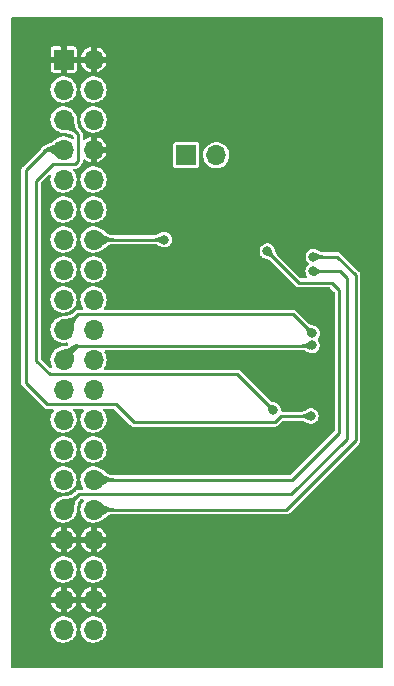
<source format=gbr>
%TF.GenerationSoftware,KiCad,Pcbnew,(6.0.9)*%
%TF.CreationDate,2022-11-21T20:56:18+08:00*%
%TF.ProjectId,Sitronix_3.95''_480x480,53697472-6f6e-4697-985f-332e39352727,rev?*%
%TF.SameCoordinates,Original*%
%TF.FileFunction,Copper,L2,Bot*%
%TF.FilePolarity,Positive*%
%FSLAX46Y46*%
G04 Gerber Fmt 4.6, Leading zero omitted, Abs format (unit mm)*
G04 Created by KiCad (PCBNEW (6.0.9)) date 2022-11-21 20:56:18*
%MOMM*%
%LPD*%
G01*
G04 APERTURE LIST*
%TA.AperFunction,ComponentPad*%
%ADD10R,1.700000X1.700000*%
%TD*%
%TA.AperFunction,ComponentPad*%
%ADD11O,1.700000X1.700000*%
%TD*%
%TA.AperFunction,ViaPad*%
%ADD12C,0.800000*%
%TD*%
%TA.AperFunction,Conductor*%
%ADD13C,0.250000*%
%TD*%
G04 APERTURE END LIST*
D10*
%TO.P,J2,1,Pin_1*%
%TO.N,/LEDK*%
X90927000Y-72898000D03*
D11*
%TO.P,J2,2,Pin_2*%
%TO.N,/LEDA*%
X93467000Y-72898000D03*
%TD*%
D10*
%TO.P,J1,1,GND*%
%TO.N,/GND*%
X80538000Y-64800000D03*
D11*
%TO.P,J1,2,GND*%
X83078000Y-64800000D03*
%TO.P,J1,3,IO4*%
%TO.N,unconnected-(J1-Pad3)*%
X80538000Y-67340000D03*
%TO.P,J1,4,IO19*%
%TO.N,unconnected-(J1-Pad4)*%
X83078000Y-67340000D03*
%TO.P,J1,5,I2C_SDA*%
%TO.N,/TP_SDA*%
X80538000Y-69880000D03*
%TO.P,J1,6,IO20*%
%TO.N,unconnected-(J1-Pad6)*%
X83078000Y-69880000D03*
%TO.P,J1,7,I2C_SCL*%
%TO.N,/TP_SCL*%
X80538000Y-72420000D03*
%TO.P,J1,8,GND*%
%TO.N,/GND*%
X83078000Y-72420000D03*
%TO.P,J1,9,LCD_DE*%
%TO.N,/LCD_DE*%
X80538000Y-74960000D03*
%TO.P,J1,10,IO0*%
%TO.N,unconnected-(J1-Pad10)*%
X83078000Y-74960000D03*
%TO.P,J1,11,LCD_HSYNC*%
%TO.N,/LCD_HSYNC*%
X80538000Y-77500000D03*
%TO.P,J1,12,LCD_VSYNC*%
%TO.N,/LCD_VSYNC*%
X83078000Y-77500000D03*
%TO.P,J1,13,LCD_B3*%
%TO.N,/LCD_B3*%
X80538000Y-80040000D03*
%TO.P,J1,14,LCD_PCLK*%
%TO.N,/LCD_PCLK*%
X83078000Y-80040000D03*
%TO.P,J1,15,LCD_B5*%
%TO.N,/LCD_B5*%
X80538000Y-82580000D03*
%TO.P,J1,16,LCD_B4*%
%TO.N,/LCD_B4*%
X83078000Y-82580000D03*
%TO.P,J1,17,LCD_B7*%
%TO.N,/LCD_B7*%
X80538000Y-85120000D03*
%TO.P,J1,18,LCD_B6*%
%TO.N,/LCD_B6*%
X83078000Y-85120000D03*
%TO.P,J1,19,LCD_G3*%
%TO.N,/LCD_G3*%
X80538000Y-87660000D03*
%TO.P,J1,20,LCD_G2*%
%TO.N,/LCD_G2*%
X83078000Y-87660000D03*
%TO.P,J1,21,LCD_G5*%
%TO.N,/LCD_G5*%
X80538000Y-90200000D03*
%TO.P,J1,22,LCD_G4*%
%TO.N,/LCD_G4*%
X83078000Y-90200000D03*
%TO.P,J1,23,LCD_G6*%
%TO.N,/LCD_G6*%
X80538000Y-92740000D03*
%TO.P,J1,24,LCD_G7*%
%TO.N,/LCD_G7*%
X83078000Y-92740000D03*
%TO.P,J1,25,LCD_R3*%
%TO.N,/LCD_R3*%
X80538000Y-95280000D03*
%TO.P,J1,26,LCD_R4*%
%TO.N,/LCD_R4*%
X83078000Y-95280000D03*
%TO.P,J1,27,LCD_R5*%
%TO.N,/LCD_R5*%
X80538000Y-97820000D03*
%TO.P,J1,28,LCD_R6*%
%TO.N,/LCD_R6*%
X83078000Y-97820000D03*
%TO.P,J1,29,LCD_R7*%
%TO.N,/LCD_R7*%
X80538000Y-100360000D03*
%TO.P,J1,30,SPI_MOSI*%
%TO.N,/LCD_SDA*%
X83078000Y-100360000D03*
%TO.P,J1,31,SPI_CS*%
%TO.N,/LCD_CS*%
X80538000Y-102900000D03*
%TO.P,J1,32,SPI_SCK*%
%TO.N,/LCD_SCK*%
X83078000Y-102900000D03*
%TO.P,J1,33,GND*%
%TO.N,/GND*%
X80538000Y-105440000D03*
%TO.P,J1,34,GND*%
X83078000Y-105440000D03*
%TO.P,J1,35,VCC3.3V*%
%TO.N,/VCC3.3V*%
X80538000Y-107980000D03*
%TO.P,J1,36,VCC3.3V*%
X83078000Y-107980000D03*
%TO.P,J1,37,GND*%
%TO.N,/GND*%
X80538000Y-110520000D03*
%TO.P,J1,38,GND*%
X83078000Y-110520000D03*
%TO.P,J1,39,VCC5V*%
%TO.N,unconnected-(J1-Pad39)*%
X80538000Y-113060000D03*
%TO.P,J1,40,VCC5V*%
%TO.N,unconnected-(J1-Pad40)*%
X83078000Y-113060000D03*
%TD*%
D12*
%TO.N,/GND*%
X90932000Y-77724000D03*
X89281000Y-75946000D03*
X87757000Y-74295000D03*
X99568000Y-105283000D03*
X102108000Y-105283000D03*
X104648000Y-105283000D03*
X90043000Y-105156000D03*
X92583000Y-105156000D03*
X95123000Y-105156000D03*
X99314000Y-98171000D03*
X101981000Y-85852000D03*
X88138000Y-96901000D03*
X87122000Y-97917000D03*
X85852000Y-99060000D03*
X78867000Y-102616000D03*
X78867000Y-100076000D03*
X78867000Y-97536000D03*
X76708000Y-100076000D03*
X76708000Y-97536000D03*
X76708000Y-94996000D03*
X77597000Y-70358000D03*
X77597000Y-67818000D03*
X77597000Y-65278000D03*
X85979000Y-71374000D03*
X85979000Y-68834000D03*
X85979000Y-66294000D03*
X100203000Y-72263000D03*
X102743000Y-72263000D03*
X105283000Y-72263000D03*
X106045000Y-80518000D03*
X106045000Y-77978000D03*
X106045000Y-75438000D03*
X102870000Y-93980000D03*
X102870000Y-91440000D03*
X102870000Y-88900000D03*
X96393000Y-98171000D03*
X93853000Y-98171000D03*
X91313000Y-98171000D03*
%TO.N,/LCD_SCK*%
X101684000Y-81491000D03*
%TO.N,/LCD_CS*%
X101663500Y-82740500D03*
%TO.N,/LCD_SDA*%
X97790000Y-81026000D03*
%TO.N,/TP_SCL*%
X101468000Y-94991000D03*
%TO.N,/TP_SDA*%
X98298000Y-94488000D03*
%TO.N,/LCD_G5*%
X101564000Y-88991000D03*
%TO.N,/LCD_G3*%
X101580000Y-87991000D03*
%TO.N,/LCD_PCLK*%
X89057000Y-80040000D03*
%TD*%
D13*
%TO.N,/LCD_SDA*%
X97790000Y-81026000D02*
X100457000Y-83693000D01*
X99919000Y-100360000D02*
X83078000Y-100360000D01*
X100457000Y-83693000D02*
X103251000Y-83693000D01*
X103251000Y-83693000D02*
X103886000Y-84328000D01*
X103886000Y-84328000D02*
X103886000Y-96393000D01*
X103886000Y-96393000D02*
X99919000Y-100360000D01*
%TO.N,/LCD_CS*%
X101663500Y-82740500D02*
X103949500Y-82740500D01*
X103949500Y-82740500D02*
X104521000Y-83312000D01*
X104521000Y-96901000D02*
X99822000Y-101600000D01*
X104521000Y-83312000D02*
X104521000Y-96901000D01*
X99822000Y-101600000D02*
X81838000Y-101600000D01*
X81838000Y-101600000D02*
X80538000Y-102900000D01*
%TO.N,/LCD_SCK*%
X105283000Y-83058000D02*
X105283000Y-97028000D01*
X101684000Y-81491000D02*
X103716000Y-81491000D01*
X103716000Y-81491000D02*
X105283000Y-83058000D01*
X105283000Y-97028000D02*
X99411000Y-102900000D01*
X99411000Y-102900000D02*
X83078000Y-102900000D01*
%TO.N,/TP_SCL*%
X101468000Y-94991000D02*
X98938000Y-94991000D01*
X98938000Y-94991000D02*
X98425000Y-95504000D01*
X86487000Y-95504000D02*
X84963000Y-93980000D01*
X77343000Y-92202000D02*
X77343000Y-74168000D01*
X98425000Y-95504000D02*
X86487000Y-95504000D01*
X84963000Y-93980000D02*
X79121000Y-93980000D01*
X79121000Y-93980000D02*
X77343000Y-92202000D01*
X77343000Y-74168000D02*
X79091000Y-72420000D01*
X79091000Y-72420000D02*
X80538000Y-72420000D01*
%TO.N,/TP_SDA*%
X81534000Y-73660000D02*
X81788000Y-73406000D01*
X79629000Y-73660000D02*
X81534000Y-73660000D01*
X81788000Y-71130000D02*
X80538000Y-69880000D01*
X81788000Y-73406000D02*
X81788000Y-71130000D01*
X98298000Y-94488000D02*
X95250000Y-91440000D01*
X95250000Y-91440000D02*
X79375000Y-91440000D01*
X79375000Y-91440000D02*
X78232000Y-90297000D01*
X78232000Y-75057000D02*
X79629000Y-73660000D01*
X78232000Y-90297000D02*
X78232000Y-75057000D01*
%TO.N,/LCD_G5*%
X84453000Y-89025000D02*
X84455000Y-89027000D01*
X81713000Y-89025000D02*
X84453000Y-89025000D01*
X80538000Y-90200000D02*
X81713000Y-89025000D01*
X84455000Y-89027000D02*
X101528000Y-89027000D01*
X101528000Y-89027000D02*
X101564000Y-88991000D01*
%TO.N,/LCD_G3*%
X99949000Y-86360000D02*
X101580000Y-87991000D01*
X80538000Y-87610000D02*
X81788000Y-86360000D01*
X81788000Y-86360000D02*
X99949000Y-86360000D01*
X80538000Y-87660000D02*
X80538000Y-87610000D01*
%TO.N,/LCD_PCLK*%
X89057000Y-80040000D02*
X83078000Y-80040000D01*
%TD*%
%TA.AperFunction,Conductor*%
%TO.N,/TP_SCL*%
G36*
X101299703Y-94636826D02*
G01*
X101659231Y-94982567D01*
X101662819Y-94990771D01*
X101659231Y-94999433D01*
X101299703Y-95345174D01*
X101291365Y-95348439D01*
X101286191Y-95347119D01*
X101223994Y-95314736D01*
X101223465Y-95314443D01*
X101214739Y-95309311D01*
X101164061Y-95279503D01*
X101163785Y-95279333D01*
X101111190Y-95246118D01*
X101111188Y-95246115D01*
X101111187Y-95246116D01*
X101062437Y-95215310D01*
X101062427Y-95215304D01*
X101062359Y-95215261D01*
X101014352Y-95187476D01*
X101014150Y-95187379D01*
X101014144Y-95187376D01*
X100964339Y-95163506D01*
X100964064Y-95163374D01*
X100908389Y-95143564D01*
X100882557Y-95137563D01*
X100844524Y-95128728D01*
X100844521Y-95128728D01*
X100844222Y-95128658D01*
X100843913Y-95128620D01*
X100843909Y-95128619D01*
X100799886Y-95123162D01*
X100768461Y-95119266D01*
X100712870Y-95117259D01*
X100689278Y-95116407D01*
X100681134Y-95112684D01*
X100678000Y-95104715D01*
X100678000Y-94877285D01*
X100681427Y-94869012D01*
X100689278Y-94865593D01*
X100722212Y-94864403D01*
X100768461Y-94862733D01*
X100799886Y-94858837D01*
X100843909Y-94853380D01*
X100843913Y-94853379D01*
X100844222Y-94853341D01*
X100844521Y-94853271D01*
X100844524Y-94853271D01*
X100908070Y-94838509D01*
X100908068Y-94838509D01*
X100908389Y-94838435D01*
X100964064Y-94818625D01*
X100983766Y-94809182D01*
X101014144Y-94794623D01*
X101014150Y-94794620D01*
X101014352Y-94794523D01*
X101062359Y-94766738D01*
X101111187Y-94735883D01*
X101163785Y-94702666D01*
X101164061Y-94702496D01*
X101223465Y-94667556D01*
X101223994Y-94667263D01*
X101231879Y-94663158D01*
X101286191Y-94634881D01*
X101295111Y-94634100D01*
X101299703Y-94636826D01*
G37*
%TD.AperFunction*%
%TD*%
%TA.AperFunction,Conductor*%
%TO.N,/TP_SDA*%
G36*
X80571149Y-69586003D02*
G01*
X81332354Y-69600883D01*
X81340557Y-69604471D01*
X81343347Y-69609275D01*
X81391845Y-69773912D01*
X81392101Y-69774956D01*
X81422608Y-69929758D01*
X81422739Y-69930571D01*
X81440366Y-70071794D01*
X81440407Y-70072172D01*
X81452492Y-70203588D01*
X81466386Y-70328691D01*
X81489461Y-70451006D01*
X81529109Y-70574245D01*
X81561073Y-70638499D01*
X81592523Y-70701722D01*
X81592526Y-70701727D01*
X81592721Y-70702119D01*
X81687686Y-70838340D01*
X81687931Y-70838611D01*
X81687932Y-70838613D01*
X81813957Y-70978370D01*
X81816952Y-70986809D01*
X81813541Y-70994478D01*
X81652478Y-71155541D01*
X81644205Y-71158968D01*
X81636370Y-71155957D01*
X81496613Y-71029932D01*
X81496611Y-71029931D01*
X81496340Y-71029686D01*
X81360119Y-70934721D01*
X81359727Y-70934526D01*
X81359722Y-70934523D01*
X81296499Y-70903073D01*
X81232245Y-70871109D01*
X81131237Y-70838613D01*
X81109349Y-70831571D01*
X81109344Y-70831570D01*
X81109006Y-70831461D01*
X81019248Y-70814528D01*
X80986909Y-70808427D01*
X80986906Y-70808426D01*
X80986691Y-70808386D01*
X80986487Y-70808363D01*
X80986478Y-70808362D01*
X80861615Y-70794495D01*
X80861588Y-70794492D01*
X80784979Y-70787447D01*
X80730172Y-70782407D01*
X80729794Y-70782366D01*
X80588571Y-70764739D01*
X80587758Y-70764608D01*
X80432956Y-70734101D01*
X80431912Y-70733845D01*
X80325437Y-70702480D01*
X80267274Y-70685346D01*
X80260307Y-70679722D01*
X80258883Y-70674353D01*
X80249681Y-70203588D01*
X80241281Y-69773912D01*
X80237718Y-69591645D01*
X80240983Y-69583306D01*
X80249645Y-69579718D01*
X80571149Y-69586003D01*
G37*
%TD.AperFunction*%
%TD*%
%TA.AperFunction,Conductor*%
%TO.N,/LCD_SDA*%
G36*
X98159443Y-80894566D02*
G01*
X98167647Y-80898154D01*
X98170373Y-80902747D01*
X98191458Y-80969637D01*
X98191624Y-80970217D01*
X98208899Y-81036843D01*
X98208987Y-81037202D01*
X98222699Y-81097910D01*
X98222698Y-81097910D01*
X98222700Y-81097914D01*
X98235407Y-81154254D01*
X98249706Y-81207846D01*
X98249783Y-81208065D01*
X98249784Y-81208068D01*
X98268118Y-81260155D01*
X98268121Y-81260163D01*
X98268222Y-81260449D01*
X98293583Y-81313824D01*
X98293756Y-81314102D01*
X98293760Y-81314109D01*
X98328251Y-81369474D01*
X98328415Y-81369737D01*
X98328601Y-81369975D01*
X98328604Y-81369980D01*
X98375195Y-81429756D01*
X98375201Y-81429763D01*
X98375346Y-81429949D01*
X98389254Y-81444899D01*
X98429315Y-81487963D01*
X98432441Y-81496354D01*
X98429022Y-81504205D01*
X98268205Y-81665022D01*
X98259932Y-81668449D01*
X98251963Y-81665315D01*
X98221318Y-81636807D01*
X98193949Y-81611346D01*
X98193763Y-81611201D01*
X98193756Y-81611195D01*
X98133980Y-81564604D01*
X98133975Y-81564601D01*
X98133737Y-81564415D01*
X98133474Y-81564251D01*
X98078109Y-81529760D01*
X98078102Y-81529756D01*
X98077824Y-81529583D01*
X98024449Y-81504222D01*
X98024163Y-81504121D01*
X98024155Y-81504118D01*
X97972068Y-81485784D01*
X97972065Y-81485783D01*
X97971846Y-81485706D01*
X97918254Y-81471407D01*
X97861914Y-81458700D01*
X97861910Y-81458697D01*
X97861910Y-81458699D01*
X97801202Y-81444987D01*
X97800843Y-81444899D01*
X97734217Y-81427624D01*
X97733637Y-81427458D01*
X97666747Y-81406373D01*
X97659886Y-81400617D01*
X97658566Y-81395443D01*
X97648817Y-80896744D01*
X97652082Y-80888405D01*
X97660744Y-80884817D01*
X98159443Y-80894566D01*
G37*
%TD.AperFunction*%
%TD*%
%TA.AperFunction,Conductor*%
%TO.N,/LCD_SDA*%
G36*
X83456034Y-99599102D02*
G01*
X83606744Y-99681224D01*
X83607663Y-99681781D01*
X83738713Y-99769682D01*
X83739357Y-99770149D01*
X83819073Y-99832172D01*
X83851688Y-99857548D01*
X83851984Y-99857786D01*
X83953455Y-99942167D01*
X84051741Y-100020804D01*
X84154548Y-100090978D01*
X84269726Y-100150085D01*
X84340846Y-100173953D01*
X84404721Y-100195390D01*
X84404724Y-100195391D01*
X84405127Y-100195526D01*
X84514165Y-100214983D01*
X84568241Y-100224633D01*
X84568245Y-100224633D01*
X84568601Y-100224697D01*
X84568969Y-100224716D01*
X84756904Y-100234427D01*
X84764989Y-100238276D01*
X84768000Y-100246111D01*
X84768000Y-100473889D01*
X84764573Y-100482162D01*
X84756904Y-100485573D01*
X84577259Y-100494855D01*
X84568601Y-100495302D01*
X84568245Y-100495366D01*
X84568241Y-100495366D01*
X84514165Y-100505016D01*
X84405127Y-100524473D01*
X84404724Y-100524608D01*
X84404721Y-100524609D01*
X84340846Y-100546046D01*
X84269726Y-100569914D01*
X84154548Y-100629021D01*
X84051741Y-100699195D01*
X83953455Y-100777832D01*
X83953417Y-100777864D01*
X83851984Y-100862213D01*
X83851688Y-100862451D01*
X83739357Y-100949850D01*
X83738713Y-100950317D01*
X83637073Y-101018492D01*
X83607663Y-101038218D01*
X83606744Y-101038775D01*
X83459413Y-101119057D01*
X83456034Y-101120898D01*
X83447130Y-101121847D01*
X83442326Y-101119057D01*
X83175487Y-100862451D01*
X82661769Y-100368433D01*
X82658181Y-100360229D01*
X82661769Y-100351567D01*
X82771431Y-100246111D01*
X83442326Y-99600943D01*
X83450665Y-99597678D01*
X83456034Y-99599102D01*
G37*
%TD.AperFunction*%
%TD*%
%TA.AperFunction,Conductor*%
%TO.N,/LCD_CS*%
G36*
X101845308Y-82384381D02*
G01*
X101900328Y-82413026D01*
X101907505Y-82416763D01*
X101908034Y-82417056D01*
X101967438Y-82451996D01*
X101967714Y-82452166D01*
X102020309Y-82485381D01*
X102020311Y-82485384D01*
X102020312Y-82485383D01*
X102069140Y-82516238D01*
X102117147Y-82544023D01*
X102117349Y-82544120D01*
X102117355Y-82544123D01*
X102147733Y-82558682D01*
X102167435Y-82568125D01*
X102223110Y-82587935D01*
X102223431Y-82588009D01*
X102223429Y-82588009D01*
X102286975Y-82602771D01*
X102286978Y-82602771D01*
X102287277Y-82602841D01*
X102287586Y-82602879D01*
X102287590Y-82602880D01*
X102331613Y-82608337D01*
X102363038Y-82612233D01*
X102409568Y-82613913D01*
X102442222Y-82615093D01*
X102450366Y-82618816D01*
X102453500Y-82626785D01*
X102453500Y-82854215D01*
X102450073Y-82862488D01*
X102442222Y-82865907D01*
X102419041Y-82866744D01*
X102363038Y-82868766D01*
X102331613Y-82872662D01*
X102287590Y-82878119D01*
X102287586Y-82878120D01*
X102287277Y-82878158D01*
X102286978Y-82878228D01*
X102286975Y-82878228D01*
X102248942Y-82887063D01*
X102223110Y-82893064D01*
X102167435Y-82912874D01*
X102167160Y-82913006D01*
X102117355Y-82936876D01*
X102117349Y-82936879D01*
X102117147Y-82936976D01*
X102069140Y-82964761D01*
X102020312Y-82995616D01*
X101967714Y-83028833D01*
X101967438Y-83029003D01*
X101916760Y-83058811D01*
X101908034Y-83063943D01*
X101907505Y-83064236D01*
X101845309Y-83096619D01*
X101836389Y-83097400D01*
X101831798Y-83094675D01*
X101472269Y-82748933D01*
X101468681Y-82740729D01*
X101472269Y-82732067D01*
X101831797Y-82386326D01*
X101840136Y-82383061D01*
X101845308Y-82384381D01*
G37*
%TD.AperFunction*%
%TD*%
%TA.AperFunction,Conductor*%
%TO.N,/LCD_CS*%
G36*
X81652478Y-101624459D02*
G01*
X81813541Y-101785522D01*
X81816968Y-101793795D01*
X81813957Y-101801630D01*
X81717114Y-101909025D01*
X81687686Y-101941659D01*
X81592721Y-102077880D01*
X81592526Y-102078272D01*
X81592523Y-102078277D01*
X81582989Y-102097443D01*
X81529109Y-102205754D01*
X81489461Y-102328993D01*
X81466386Y-102451308D01*
X81466363Y-102451512D01*
X81466362Y-102451521D01*
X81452492Y-102576411D01*
X81452483Y-102576504D01*
X81440407Y-102707827D01*
X81440366Y-102708205D01*
X81422739Y-102849428D01*
X81422608Y-102850241D01*
X81392101Y-103005043D01*
X81391845Y-103006087D01*
X81343347Y-103170725D01*
X81337722Y-103177693D01*
X81332355Y-103179117D01*
X80571149Y-103193997D01*
X80249645Y-103200282D01*
X80241306Y-103197017D01*
X80237718Y-103188355D01*
X80247108Y-102708015D01*
X80258883Y-102105646D01*
X80262471Y-102097443D01*
X80267274Y-102094654D01*
X80355282Y-102068728D01*
X80431912Y-102046154D01*
X80432956Y-102045898D01*
X80587758Y-102015391D01*
X80588571Y-102015260D01*
X80729794Y-101997633D01*
X80730172Y-101997592D01*
X80784979Y-101992552D01*
X80861588Y-101985507D01*
X80862109Y-101985449D01*
X80986478Y-101971637D01*
X80986487Y-101971636D01*
X80986691Y-101971613D01*
X80986906Y-101971573D01*
X80986909Y-101971572D01*
X81019248Y-101965471D01*
X81109006Y-101948538D01*
X81109344Y-101948429D01*
X81109349Y-101948428D01*
X81163322Y-101931064D01*
X81232245Y-101908890D01*
X81296499Y-101876926D01*
X81359722Y-101845476D01*
X81359727Y-101845473D01*
X81360119Y-101845278D01*
X81496340Y-101750313D01*
X81496613Y-101750067D01*
X81636370Y-101624043D01*
X81644809Y-101621048D01*
X81652478Y-101624459D01*
G37*
%TD.AperFunction*%
%TD*%
%TA.AperFunction,Conductor*%
%TO.N,/LCD_SCK*%
G36*
X101865808Y-81134881D02*
G01*
X101920828Y-81163527D01*
X101928005Y-81167263D01*
X101928534Y-81167556D01*
X101987938Y-81202496D01*
X101988214Y-81202666D01*
X102040809Y-81235881D01*
X102040811Y-81235884D01*
X102040812Y-81235883D01*
X102089640Y-81266738D01*
X102137647Y-81294523D01*
X102137849Y-81294620D01*
X102137855Y-81294623D01*
X102168233Y-81309182D01*
X102187935Y-81318625D01*
X102243610Y-81338435D01*
X102243931Y-81338509D01*
X102243929Y-81338509D01*
X102307475Y-81353271D01*
X102307478Y-81353271D01*
X102307777Y-81353341D01*
X102308086Y-81353379D01*
X102308090Y-81353380D01*
X102352113Y-81358837D01*
X102383538Y-81362733D01*
X102430068Y-81364413D01*
X102462722Y-81365593D01*
X102470866Y-81369316D01*
X102474000Y-81377285D01*
X102474000Y-81604715D01*
X102470573Y-81612988D01*
X102462722Y-81616407D01*
X102439541Y-81617244D01*
X102383538Y-81619266D01*
X102352113Y-81623162D01*
X102308090Y-81628619D01*
X102308086Y-81628620D01*
X102307777Y-81628658D01*
X102307478Y-81628728D01*
X102307475Y-81628728D01*
X102269442Y-81637563D01*
X102243610Y-81643564D01*
X102187935Y-81663374D01*
X102187660Y-81663506D01*
X102137855Y-81687376D01*
X102137849Y-81687379D01*
X102137647Y-81687476D01*
X102089640Y-81715261D01*
X102040812Y-81746116D01*
X101988214Y-81779333D01*
X101987938Y-81779503D01*
X101937260Y-81809311D01*
X101928534Y-81814443D01*
X101928005Y-81814736D01*
X101865809Y-81847119D01*
X101856889Y-81847900D01*
X101852298Y-81845175D01*
X101492769Y-81499433D01*
X101489181Y-81491229D01*
X101492769Y-81482567D01*
X101852297Y-81136826D01*
X101860636Y-81133561D01*
X101865808Y-81134881D01*
G37*
%TD.AperFunction*%
%TD*%
%TA.AperFunction,Conductor*%
%TO.N,/LCD_SCK*%
G36*
X83456034Y-102139102D02*
G01*
X83606744Y-102221224D01*
X83607663Y-102221781D01*
X83738713Y-102309682D01*
X83739357Y-102310149D01*
X83819073Y-102372172D01*
X83851688Y-102397548D01*
X83851984Y-102397786D01*
X83953455Y-102482167D01*
X84051741Y-102560804D01*
X84154548Y-102630978D01*
X84269726Y-102690085D01*
X84340846Y-102713953D01*
X84404721Y-102735390D01*
X84404724Y-102735391D01*
X84405127Y-102735526D01*
X84514165Y-102754983D01*
X84568241Y-102764633D01*
X84568245Y-102764633D01*
X84568601Y-102764697D01*
X84568969Y-102764716D01*
X84756904Y-102774427D01*
X84764989Y-102778276D01*
X84768000Y-102786111D01*
X84768000Y-103013889D01*
X84764573Y-103022162D01*
X84756904Y-103025573D01*
X84577259Y-103034855D01*
X84568601Y-103035302D01*
X84568245Y-103035366D01*
X84568241Y-103035366D01*
X84514165Y-103045016D01*
X84405127Y-103064473D01*
X84404724Y-103064608D01*
X84404721Y-103064609D01*
X84340846Y-103086046D01*
X84269726Y-103109914D01*
X84154548Y-103169021D01*
X84051741Y-103239195D01*
X83953455Y-103317832D01*
X83953417Y-103317864D01*
X83851984Y-103402213D01*
X83851688Y-103402451D01*
X83739357Y-103489850D01*
X83738713Y-103490317D01*
X83637073Y-103558492D01*
X83607663Y-103578218D01*
X83606744Y-103578775D01*
X83459413Y-103659057D01*
X83456034Y-103660898D01*
X83447130Y-103661847D01*
X83442326Y-103659057D01*
X83175487Y-103402451D01*
X82661769Y-102908433D01*
X82658181Y-102900229D01*
X82661769Y-102891567D01*
X82771431Y-102786111D01*
X83442326Y-102140943D01*
X83450665Y-102137678D01*
X83456034Y-102139102D01*
G37*
%TD.AperFunction*%
%TD*%
%TA.AperFunction,Conductor*%
%TO.N,/LCD_PCLK*%
G36*
X83456034Y-79279102D02*
G01*
X83606744Y-79361224D01*
X83607663Y-79361781D01*
X83738713Y-79449682D01*
X83739357Y-79450149D01*
X83819073Y-79512172D01*
X83851688Y-79537548D01*
X83851984Y-79537786D01*
X83953455Y-79622167D01*
X84051741Y-79700804D01*
X84154548Y-79770978D01*
X84269726Y-79830085D01*
X84340846Y-79853953D01*
X84404721Y-79875390D01*
X84404724Y-79875391D01*
X84405127Y-79875526D01*
X84514165Y-79894983D01*
X84568241Y-79904633D01*
X84568245Y-79904633D01*
X84568601Y-79904697D01*
X84568969Y-79904716D01*
X84756904Y-79914427D01*
X84764989Y-79918276D01*
X84768000Y-79926111D01*
X84768000Y-80153889D01*
X84764573Y-80162162D01*
X84756904Y-80165573D01*
X84577259Y-80174855D01*
X84568601Y-80175302D01*
X84568245Y-80175366D01*
X84568241Y-80175366D01*
X84514165Y-80185016D01*
X84405127Y-80204473D01*
X84404724Y-80204608D01*
X84404721Y-80204609D01*
X84340846Y-80226046D01*
X84269726Y-80249914D01*
X84154548Y-80309021D01*
X84051741Y-80379195D01*
X83953455Y-80457832D01*
X83953417Y-80457864D01*
X83851984Y-80542213D01*
X83851688Y-80542451D01*
X83739357Y-80629850D01*
X83738713Y-80630317D01*
X83637073Y-80698492D01*
X83607663Y-80718218D01*
X83606744Y-80718775D01*
X83459413Y-80799057D01*
X83456034Y-80800898D01*
X83447130Y-80801847D01*
X83442326Y-80799057D01*
X83175487Y-80542451D01*
X82661769Y-80048433D01*
X82658181Y-80040229D01*
X82661769Y-80031567D01*
X82771431Y-79926111D01*
X83442326Y-79280943D01*
X83450665Y-79277678D01*
X83456034Y-79279102D01*
G37*
%TD.AperFunction*%
%TD*%
%TA.AperFunction,Conductor*%
%TO.N,/LCD_G5*%
G36*
X81747259Y-88903726D02*
G01*
X81751299Y-88912569D01*
X81751299Y-89139653D01*
X81747872Y-89147926D01*
X81741030Y-89151264D01*
X81661934Y-89161004D01*
X81577317Y-89171422D01*
X81577314Y-89171423D01*
X81576257Y-89171553D01*
X81460914Y-89232540D01*
X81394048Y-89327451D01*
X81364442Y-89450778D01*
X81360873Y-89597011D01*
X81372124Y-89760642D01*
X81372132Y-89760736D01*
X81386951Y-89935885D01*
X81386984Y-89936406D01*
X81394180Y-90117459D01*
X81394165Y-90118666D01*
X81382656Y-90299849D01*
X81382372Y-90301769D01*
X81342995Y-90470095D01*
X81337775Y-90477369D01*
X81331834Y-90479127D01*
X80252936Y-90500218D01*
X80244597Y-90496953D01*
X80241009Y-90488749D01*
X80241387Y-90485563D01*
X80535902Y-89358034D01*
X80541308Y-89350896D01*
X80546276Y-89349329D01*
X80639315Y-89341780D01*
X80693297Y-89337400D01*
X80693800Y-89337266D01*
X80693804Y-89337265D01*
X80782699Y-89313532D01*
X80821398Y-89303200D01*
X80929670Y-89252800D01*
X80962401Y-89231893D01*
X81025320Y-89191704D01*
X81025331Y-89191697D01*
X81025482Y-89191600D01*
X81116202Y-89125000D01*
X81208800Y-89058685D01*
X81209617Y-89058150D01*
X81311133Y-88997619D01*
X81312583Y-88996886D01*
X81430599Y-88947175D01*
X81432422Y-88946578D01*
X81574600Y-88912818D01*
X81576461Y-88912533D01*
X81738762Y-88900899D01*
X81747259Y-88903726D01*
G37*
%TD.AperFunction*%
%TD*%
%TA.AperFunction,Conductor*%
%TO.N,/TP_SDA*%
G36*
X97836037Y-93848685D02*
G01*
X97866812Y-93877314D01*
X97894050Y-93902653D01*
X97894236Y-93902798D01*
X97894243Y-93902804D01*
X97954019Y-93949395D01*
X97954024Y-93949398D01*
X97954262Y-93949584D01*
X97954523Y-93949747D01*
X97954525Y-93949748D01*
X98009890Y-93984239D01*
X98009897Y-93984243D01*
X98010175Y-93984416D01*
X98063550Y-94009777D01*
X98063836Y-94009878D01*
X98063844Y-94009881D01*
X98115931Y-94028215D01*
X98116153Y-94028293D01*
X98169745Y-94042592D01*
X98226085Y-94055299D01*
X98226089Y-94055302D01*
X98226089Y-94055300D01*
X98286797Y-94069012D01*
X98287156Y-94069100D01*
X98353781Y-94086375D01*
X98354362Y-94086541D01*
X98421254Y-94107627D01*
X98428114Y-94113383D01*
X98429434Y-94118557D01*
X98439183Y-94617256D01*
X98435918Y-94625595D01*
X98427256Y-94629183D01*
X97928557Y-94619434D01*
X97920353Y-94615846D01*
X97917627Y-94611254D01*
X97896541Y-94544362D01*
X97896375Y-94543781D01*
X97879100Y-94477156D01*
X97879012Y-94476797D01*
X97865300Y-94416089D01*
X97865301Y-94416089D01*
X97865299Y-94416085D01*
X97852623Y-94359883D01*
X97852592Y-94359745D01*
X97838293Y-94306153D01*
X97838215Y-94305931D01*
X97819881Y-94253844D01*
X97819878Y-94253836D01*
X97819777Y-94253550D01*
X97794416Y-94200175D01*
X97794243Y-94199897D01*
X97794239Y-94199890D01*
X97759748Y-94144525D01*
X97759747Y-94144523D01*
X97759584Y-94144262D01*
X97735516Y-94113383D01*
X97712804Y-94084243D01*
X97712798Y-94084236D01*
X97712653Y-94084050D01*
X97674085Y-94042592D01*
X97658685Y-94026037D01*
X97655559Y-94017646D01*
X97658978Y-94009795D01*
X97819795Y-93848978D01*
X97828068Y-93845551D01*
X97836037Y-93848685D01*
G37*
%TD.AperFunction*%
%TD*%
%TA.AperFunction,Conductor*%
%TO.N,/TP_SCL*%
G36*
X79944342Y-71823285D02*
G01*
X80949662Y-72412187D01*
X80955068Y-72419325D01*
X80953843Y-72428196D01*
X80951858Y-72430715D01*
X80173931Y-73178809D01*
X80165592Y-73182074D01*
X80159825Y-73180423D01*
X80025150Y-73100050D01*
X80023831Y-73099134D01*
X79896036Y-72996749D01*
X79895310Y-72996117D01*
X79778055Y-72885181D01*
X79777818Y-72884950D01*
X79668172Y-72775174D01*
X79563207Y-72676401D01*
X79459904Y-72598407D01*
X79355123Y-72550846D01*
X79245722Y-72543370D01*
X79244580Y-72543782D01*
X79244579Y-72543782D01*
X79161644Y-72573698D01*
X79128558Y-72585632D01*
X79008660Y-72680801D01*
X79000052Y-72683260D01*
X78993115Y-72679910D01*
X78832381Y-72519176D01*
X78828954Y-72510903D01*
X78832775Y-72502254D01*
X78955986Y-72390004D01*
X78956926Y-72389233D01*
X79077648Y-72300299D01*
X79078700Y-72299608D01*
X79190736Y-72234376D01*
X79191705Y-72233871D01*
X79297642Y-72184855D01*
X79298258Y-72184592D01*
X79400708Y-72144362D01*
X79501842Y-72105639D01*
X79603691Y-72061142D01*
X79708597Y-72003465D01*
X79818906Y-71925206D01*
X79819154Y-71924983D01*
X79819160Y-71924978D01*
X79930601Y-71824683D01*
X79939043Y-71821696D01*
X79944342Y-71823285D01*
G37*
%TD.AperFunction*%
%TD*%
%TA.AperFunction,Conductor*%
%TO.N,/LCD_G5*%
G36*
X101365054Y-88653055D02*
G01*
X101753737Y-88965710D01*
X101758036Y-88973566D01*
X101755227Y-88982511D01*
X101427635Y-89358661D01*
X101419617Y-89362649D01*
X101414358Y-89361796D01*
X101405925Y-89358325D01*
X101345510Y-89333456D01*
X101344973Y-89333218D01*
X101279726Y-89302339D01*
X101279361Y-89302159D01*
X101221708Y-89272372D01*
X101221634Y-89272333D01*
X101168463Y-89244381D01*
X101168454Y-89244376D01*
X101168417Y-89244357D01*
X101149740Y-89235211D01*
X101116518Y-89218942D01*
X101116512Y-89218939D01*
X101116348Y-89218859D01*
X101107865Y-89215363D01*
X101062421Y-89196633D01*
X101062414Y-89196630D01*
X101062175Y-89196532D01*
X101032549Y-89187334D01*
X101002854Y-89178115D01*
X101002848Y-89178114D01*
X101002576Y-89178029D01*
X100975158Y-89172403D01*
X100934488Y-89164057D01*
X100934485Y-89164057D01*
X100934229Y-89164004D01*
X100853811Y-89155109D01*
X100821184Y-89154050D01*
X100769320Y-89152367D01*
X100761163Y-89148673D01*
X100758000Y-89140673D01*
X100758000Y-88913282D01*
X100761427Y-88905009D01*
X100769274Y-88901591D01*
X100847591Y-88898746D01*
X100847822Y-88898717D01*
X100847834Y-88898716D01*
X100922395Y-88889343D01*
X100922402Y-88889342D01*
X100922710Y-88889303D01*
X100986322Y-88874144D01*
X101041393Y-88853744D01*
X101090888Y-88828575D01*
X101137773Y-88799112D01*
X101185014Y-88765830D01*
X101235497Y-88729261D01*
X101235685Y-88729128D01*
X101238898Y-88726896D01*
X101292247Y-88689828D01*
X101292618Y-88689582D01*
X101319119Y-88672786D01*
X101351458Y-88652290D01*
X101360280Y-88650755D01*
X101365054Y-88653055D01*
G37*
%TD.AperFunction*%
%TD*%
%TA.AperFunction,Conductor*%
%TO.N,/LCD_G3*%
G36*
X101118037Y-87351685D02*
G01*
X101148812Y-87380314D01*
X101176050Y-87405653D01*
X101176236Y-87405798D01*
X101176243Y-87405804D01*
X101236019Y-87452395D01*
X101236024Y-87452398D01*
X101236262Y-87452584D01*
X101236523Y-87452747D01*
X101236525Y-87452748D01*
X101291890Y-87487239D01*
X101291897Y-87487243D01*
X101292175Y-87487416D01*
X101345550Y-87512777D01*
X101345836Y-87512878D01*
X101345844Y-87512881D01*
X101397931Y-87531215D01*
X101398153Y-87531293D01*
X101451745Y-87545592D01*
X101508085Y-87558299D01*
X101508089Y-87558302D01*
X101508089Y-87558300D01*
X101568797Y-87572012D01*
X101569156Y-87572100D01*
X101635781Y-87589375D01*
X101636362Y-87589541D01*
X101703254Y-87610627D01*
X101710114Y-87616383D01*
X101711434Y-87621557D01*
X101721183Y-88120256D01*
X101717918Y-88128595D01*
X101709256Y-88132183D01*
X101210557Y-88122434D01*
X101202353Y-88118846D01*
X101199627Y-88114254D01*
X101178541Y-88047362D01*
X101178375Y-88046781D01*
X101161100Y-87980156D01*
X101161012Y-87979797D01*
X101147300Y-87919089D01*
X101147301Y-87919089D01*
X101147299Y-87919085D01*
X101134623Y-87862883D01*
X101134592Y-87862745D01*
X101120293Y-87809153D01*
X101120215Y-87808931D01*
X101101881Y-87756844D01*
X101101878Y-87756836D01*
X101101777Y-87756550D01*
X101076416Y-87703175D01*
X101076243Y-87702897D01*
X101076239Y-87702890D01*
X101041748Y-87647525D01*
X101041747Y-87647523D01*
X101041584Y-87647262D01*
X101017516Y-87616383D01*
X100994804Y-87587243D01*
X100994798Y-87587236D01*
X100994653Y-87587050D01*
X100956085Y-87545592D01*
X100940685Y-87529037D01*
X100937559Y-87520646D01*
X100940978Y-87512795D01*
X101101795Y-87351978D01*
X101110068Y-87348551D01*
X101118037Y-87351685D01*
G37*
%TD.AperFunction*%
%TD*%
%TA.AperFunction,Conductor*%
%TO.N,/LCD_G3*%
G36*
X81638348Y-86348613D02*
G01*
X81799398Y-86509663D01*
X81802825Y-86517936D01*
X81799813Y-86525772D01*
X81674024Y-86665226D01*
X81579433Y-86800947D01*
X81579245Y-86801326D01*
X81579243Y-86801330D01*
X81550676Y-86859021D01*
X81516301Y-86928438D01*
X81477442Y-87051449D01*
X81455674Y-87173732D01*
X81455652Y-87173965D01*
X81443813Y-87299040D01*
X81434684Y-87430974D01*
X81434659Y-87431277D01*
X81421110Y-87573363D01*
X81421014Y-87574111D01*
X81395912Y-87730125D01*
X81395706Y-87731125D01*
X81353850Y-87897252D01*
X81348506Y-87904437D01*
X81343217Y-87906071D01*
X80262292Y-87971935D01*
X80253825Y-87969018D01*
X80249883Y-87960512D01*
X80248687Y-87905551D01*
X80226316Y-86877848D01*
X80229562Y-86869503D01*
X80234240Y-86866519D01*
X80268783Y-86854750D01*
X80400335Y-86809929D01*
X80401355Y-86809633D01*
X80438859Y-86800597D01*
X80557429Y-86772030D01*
X80558256Y-86771862D01*
X80666360Y-86753946D01*
X80700707Y-86748254D01*
X80701106Y-86748195D01*
X80833830Y-86731047D01*
X80833837Y-86731046D01*
X80960194Y-86712859D01*
X80960200Y-86712858D01*
X80960401Y-86712829D01*
X80960614Y-86712783D01*
X81084065Y-86686060D01*
X81084071Y-86686058D01*
X81084405Y-86685986D01*
X81084728Y-86685875D01*
X81084735Y-86685873D01*
X81209235Y-86643072D01*
X81209238Y-86643071D01*
X81209627Y-86642937D01*
X81232826Y-86631031D01*
X81339487Y-86576290D01*
X81339494Y-86576286D01*
X81339856Y-86576100D01*
X81478877Y-86477896D01*
X81479141Y-86477657D01*
X81479145Y-86477654D01*
X81622226Y-86348210D01*
X81630660Y-86345201D01*
X81638348Y-86348613D01*
G37*
%TD.AperFunction*%
%TD*%
%TA.AperFunction,Conductor*%
%TO.N,/LCD_PCLK*%
G36*
X88888703Y-79685826D02*
G01*
X89248231Y-80031567D01*
X89251819Y-80039771D01*
X89248231Y-80048433D01*
X88888703Y-80394174D01*
X88880365Y-80397439D01*
X88875191Y-80396119D01*
X88812994Y-80363736D01*
X88812465Y-80363443D01*
X88803739Y-80358311D01*
X88753061Y-80328503D01*
X88752785Y-80328333D01*
X88700190Y-80295118D01*
X88700188Y-80295115D01*
X88700187Y-80295116D01*
X88651437Y-80264310D01*
X88651427Y-80264304D01*
X88651359Y-80264261D01*
X88603352Y-80236476D01*
X88603150Y-80236379D01*
X88603144Y-80236376D01*
X88553339Y-80212506D01*
X88553064Y-80212374D01*
X88497389Y-80192564D01*
X88471557Y-80186563D01*
X88433524Y-80177728D01*
X88433521Y-80177728D01*
X88433222Y-80177658D01*
X88432913Y-80177620D01*
X88432909Y-80177619D01*
X88388886Y-80172162D01*
X88357461Y-80168266D01*
X88301870Y-80166259D01*
X88278278Y-80165407D01*
X88270134Y-80161684D01*
X88267000Y-80153715D01*
X88267000Y-79926285D01*
X88270427Y-79918012D01*
X88278278Y-79914593D01*
X88311212Y-79913403D01*
X88357461Y-79911733D01*
X88388886Y-79907837D01*
X88432909Y-79902380D01*
X88432913Y-79902379D01*
X88433222Y-79902341D01*
X88433521Y-79902271D01*
X88433524Y-79902271D01*
X88497070Y-79887509D01*
X88497068Y-79887509D01*
X88497389Y-79887435D01*
X88553064Y-79867625D01*
X88572766Y-79858182D01*
X88603144Y-79843623D01*
X88603150Y-79843620D01*
X88603352Y-79843523D01*
X88651359Y-79815738D01*
X88700187Y-79784883D01*
X88752785Y-79751666D01*
X88753061Y-79751496D01*
X88812465Y-79716556D01*
X88812994Y-79716263D01*
X88820879Y-79712158D01*
X88875191Y-79683881D01*
X88884111Y-79683100D01*
X88888703Y-79685826D01*
G37*
%TD.AperFunction*%
%TD*%
%TA.AperFunction,Conductor*%
%TO.N,/GND*%
G36*
X107510621Y-61234502D02*
G01*
X107557114Y-61288158D01*
X107568500Y-61340500D01*
X107568500Y-116205500D01*
X107548498Y-116273621D01*
X107494842Y-116320114D01*
X107442500Y-116331500D01*
X76199500Y-116331500D01*
X76131379Y-116311498D01*
X76084886Y-116257842D01*
X76073500Y-116205500D01*
X76073500Y-113030964D01*
X79429148Y-113030964D01*
X79442424Y-113233522D01*
X79443845Y-113239118D01*
X79443846Y-113239123D01*
X79464119Y-113318945D01*
X79492392Y-113430269D01*
X79494809Y-113435512D01*
X79532010Y-113516208D01*
X79577377Y-113614616D01*
X79694533Y-113780389D01*
X79839938Y-113922035D01*
X80008720Y-114034812D01*
X80014023Y-114037090D01*
X80014026Y-114037092D01*
X80102707Y-114075192D01*
X80195228Y-114114942D01*
X80268244Y-114131464D01*
X80387579Y-114158467D01*
X80387584Y-114158468D01*
X80393216Y-114159742D01*
X80398987Y-114159969D01*
X80398989Y-114159969D01*
X80458756Y-114162317D01*
X80596053Y-114167712D01*
X80696499Y-114153148D01*
X80791231Y-114139413D01*
X80791236Y-114139412D01*
X80796945Y-114138584D01*
X80802409Y-114136729D01*
X80802414Y-114136728D01*
X80983693Y-114075192D01*
X80983698Y-114075190D01*
X80989165Y-114073334D01*
X81166276Y-113974147D01*
X81228934Y-113922035D01*
X81317913Y-113848031D01*
X81322345Y-113844345D01*
X81452147Y-113688276D01*
X81551334Y-113511165D01*
X81553190Y-113505698D01*
X81553192Y-113505693D01*
X81614728Y-113324414D01*
X81614729Y-113324409D01*
X81616584Y-113318945D01*
X81617412Y-113313236D01*
X81617413Y-113313231D01*
X81645179Y-113121727D01*
X81645712Y-113118053D01*
X81647232Y-113060000D01*
X81644564Y-113030964D01*
X81969148Y-113030964D01*
X81982424Y-113233522D01*
X81983845Y-113239118D01*
X81983846Y-113239123D01*
X82004119Y-113318945D01*
X82032392Y-113430269D01*
X82034809Y-113435512D01*
X82072010Y-113516208D01*
X82117377Y-113614616D01*
X82234533Y-113780389D01*
X82379938Y-113922035D01*
X82548720Y-114034812D01*
X82554023Y-114037090D01*
X82554026Y-114037092D01*
X82642707Y-114075192D01*
X82735228Y-114114942D01*
X82808244Y-114131464D01*
X82927579Y-114158467D01*
X82927584Y-114158468D01*
X82933216Y-114159742D01*
X82938987Y-114159969D01*
X82938989Y-114159969D01*
X82998756Y-114162317D01*
X83136053Y-114167712D01*
X83236499Y-114153148D01*
X83331231Y-114139413D01*
X83331236Y-114139412D01*
X83336945Y-114138584D01*
X83342409Y-114136729D01*
X83342414Y-114136728D01*
X83523693Y-114075192D01*
X83523698Y-114075190D01*
X83529165Y-114073334D01*
X83706276Y-113974147D01*
X83768934Y-113922035D01*
X83857913Y-113848031D01*
X83862345Y-113844345D01*
X83992147Y-113688276D01*
X84091334Y-113511165D01*
X84093190Y-113505698D01*
X84093192Y-113505693D01*
X84154728Y-113324414D01*
X84154729Y-113324409D01*
X84156584Y-113318945D01*
X84157412Y-113313236D01*
X84157413Y-113313231D01*
X84185179Y-113121727D01*
X84185712Y-113118053D01*
X84187232Y-113060000D01*
X84168658Y-112857859D01*
X84167090Y-112852299D01*
X84115125Y-112668046D01*
X84115124Y-112668044D01*
X84113557Y-112662487D01*
X84102978Y-112641033D01*
X84026331Y-112485609D01*
X84023776Y-112480428D01*
X83902320Y-112317779D01*
X83753258Y-112179987D01*
X83748375Y-112176906D01*
X83748371Y-112176903D01*
X83586464Y-112074748D01*
X83581581Y-112071667D01*
X83393039Y-111996446D01*
X83387379Y-111995320D01*
X83387375Y-111995319D01*
X83199613Y-111957971D01*
X83199610Y-111957971D01*
X83193946Y-111956844D01*
X83188171Y-111956768D01*
X83188167Y-111956768D01*
X83086793Y-111955441D01*
X82990971Y-111954187D01*
X82985274Y-111955166D01*
X82985273Y-111955166D01*
X82796607Y-111987585D01*
X82790910Y-111988564D01*
X82600463Y-112058824D01*
X82426010Y-112162612D01*
X82421670Y-112166418D01*
X82421666Y-112166421D01*
X82401723Y-112183911D01*
X82273392Y-112296455D01*
X82147720Y-112455869D01*
X82145031Y-112460980D01*
X82145029Y-112460983D01*
X82132073Y-112485609D01*
X82053203Y-112635515D01*
X81993007Y-112829378D01*
X81969148Y-113030964D01*
X81644564Y-113030964D01*
X81628658Y-112857859D01*
X81627090Y-112852299D01*
X81575125Y-112668046D01*
X81575124Y-112668044D01*
X81573557Y-112662487D01*
X81562978Y-112641033D01*
X81486331Y-112485609D01*
X81483776Y-112480428D01*
X81362320Y-112317779D01*
X81213258Y-112179987D01*
X81208375Y-112176906D01*
X81208371Y-112176903D01*
X81046464Y-112074748D01*
X81041581Y-112071667D01*
X80853039Y-111996446D01*
X80847379Y-111995320D01*
X80847375Y-111995319D01*
X80659613Y-111957971D01*
X80659610Y-111957971D01*
X80653946Y-111956844D01*
X80648171Y-111956768D01*
X80648167Y-111956768D01*
X80546793Y-111955441D01*
X80450971Y-111954187D01*
X80445274Y-111955166D01*
X80445273Y-111955166D01*
X80256607Y-111987585D01*
X80250910Y-111988564D01*
X80060463Y-112058824D01*
X79886010Y-112162612D01*
X79881670Y-112166418D01*
X79881666Y-112166421D01*
X79861723Y-112183911D01*
X79733392Y-112296455D01*
X79607720Y-112455869D01*
X79605031Y-112460980D01*
X79605029Y-112460983D01*
X79592073Y-112485609D01*
X79513203Y-112635515D01*
X79453007Y-112829378D01*
X79429148Y-113030964D01*
X76073500Y-113030964D01*
X76073500Y-110786962D01*
X79466671Y-110786962D01*
X79491443Y-110884502D01*
X79495284Y-110895348D01*
X79575394Y-111069120D01*
X79581145Y-111079081D01*
X79691579Y-111235343D01*
X79699057Y-111244098D01*
X79836114Y-111377612D01*
X79845058Y-111384855D01*
X80004156Y-111491161D01*
X80014266Y-111496651D01*
X80190077Y-111572185D01*
X80201020Y-111575740D01*
X80266332Y-111590519D01*
X80280405Y-111589630D01*
X80283828Y-111580681D01*
X80792000Y-111580681D01*
X80795966Y-111594187D01*
X80804672Y-111595433D01*
X80983497Y-111534730D01*
X80993994Y-111530056D01*
X81160958Y-111436552D01*
X81170430Y-111430042D01*
X81317553Y-111307682D01*
X81325682Y-111299553D01*
X81448042Y-111152430D01*
X81454552Y-111142958D01*
X81548056Y-110975994D01*
X81552730Y-110965497D01*
X81613335Y-110786962D01*
X82006671Y-110786962D01*
X82031443Y-110884502D01*
X82035284Y-110895348D01*
X82115394Y-111069120D01*
X82121145Y-111079081D01*
X82231579Y-111235343D01*
X82239057Y-111244098D01*
X82376114Y-111377612D01*
X82385058Y-111384855D01*
X82544156Y-111491161D01*
X82554266Y-111496651D01*
X82730077Y-111572185D01*
X82741020Y-111575740D01*
X82806332Y-111590519D01*
X82820405Y-111589630D01*
X82823828Y-111580681D01*
X83332000Y-111580681D01*
X83335966Y-111594187D01*
X83344672Y-111595433D01*
X83523497Y-111534730D01*
X83533994Y-111530056D01*
X83700958Y-111436552D01*
X83710430Y-111430042D01*
X83857553Y-111307682D01*
X83865682Y-111299553D01*
X83988042Y-111152430D01*
X83994552Y-111142958D01*
X84088056Y-110975994D01*
X84092730Y-110965497D01*
X84153443Y-110786644D01*
X84152210Y-110777993D01*
X84138642Y-110774000D01*
X83350115Y-110774000D01*
X83334876Y-110778475D01*
X83333671Y-110779865D01*
X83332000Y-110787548D01*
X83332000Y-111580681D01*
X82823828Y-111580681D01*
X82824000Y-111580232D01*
X82824000Y-110792115D01*
X82819525Y-110776876D01*
X82818135Y-110775671D01*
X82810452Y-110774000D01*
X82021494Y-110774000D01*
X82007963Y-110777973D01*
X82006671Y-110786962D01*
X81613335Y-110786962D01*
X81613443Y-110786644D01*
X81612210Y-110777993D01*
X81598642Y-110774000D01*
X80810115Y-110774000D01*
X80794876Y-110778475D01*
X80793671Y-110779865D01*
X80792000Y-110787548D01*
X80792000Y-111580681D01*
X80283828Y-111580681D01*
X80284000Y-111580232D01*
X80284000Y-110792115D01*
X80279525Y-110776876D01*
X80278135Y-110775671D01*
X80270452Y-110774000D01*
X79481494Y-110774000D01*
X79467963Y-110777973D01*
X79466671Y-110786962D01*
X76073500Y-110786962D01*
X76073500Y-110262799D01*
X79465943Y-110262799D01*
X79472675Y-110266000D01*
X80265885Y-110266000D01*
X80281124Y-110261525D01*
X80282329Y-110260135D01*
X80284000Y-110252452D01*
X80284000Y-110247885D01*
X80792000Y-110247885D01*
X80796475Y-110263124D01*
X80797865Y-110264329D01*
X80805548Y-110266000D01*
X81595398Y-110266000D01*
X81606300Y-110262799D01*
X82005943Y-110262799D01*
X82012675Y-110266000D01*
X82805885Y-110266000D01*
X82821124Y-110261525D01*
X82822329Y-110260135D01*
X82824000Y-110252452D01*
X82824000Y-110247885D01*
X83332000Y-110247885D01*
X83336475Y-110263124D01*
X83337865Y-110264329D01*
X83345548Y-110266000D01*
X84135398Y-110266000D01*
X84148929Y-110262027D01*
X84150098Y-110253892D01*
X84114658Y-110128231D01*
X84110533Y-110117484D01*
X84025903Y-109945871D01*
X84019893Y-109936063D01*
X83905400Y-109782739D01*
X83897710Y-109774199D01*
X83757192Y-109644304D01*
X83748067Y-109637303D01*
X83586236Y-109535195D01*
X83575989Y-109529974D01*
X83398260Y-109459068D01*
X83387232Y-109455801D01*
X83349769Y-109448350D01*
X83336894Y-109449502D01*
X83332000Y-109464658D01*
X83332000Y-110247885D01*
X82824000Y-110247885D01*
X82824000Y-109461500D01*
X82820194Y-109448538D01*
X82805279Y-109446602D01*
X82796732Y-109448071D01*
X82785620Y-109451048D01*
X82606095Y-109517279D01*
X82595717Y-109522229D01*
X82431273Y-109620063D01*
X82421961Y-109626829D01*
X82278097Y-109752994D01*
X82270180Y-109761337D01*
X82151718Y-109911605D01*
X82145450Y-109921256D01*
X82056358Y-110090592D01*
X82051953Y-110101227D01*
X82006162Y-110248698D01*
X82005943Y-110262799D01*
X81606300Y-110262799D01*
X81608929Y-110262027D01*
X81610098Y-110253892D01*
X81574658Y-110128231D01*
X81570533Y-110117484D01*
X81485903Y-109945871D01*
X81479893Y-109936063D01*
X81365400Y-109782739D01*
X81357710Y-109774199D01*
X81217192Y-109644304D01*
X81208067Y-109637303D01*
X81046236Y-109535195D01*
X81035989Y-109529974D01*
X80858260Y-109459068D01*
X80847232Y-109455801D01*
X80809769Y-109448350D01*
X80796894Y-109449502D01*
X80792000Y-109464658D01*
X80792000Y-110247885D01*
X80284000Y-110247885D01*
X80284000Y-109461500D01*
X80280194Y-109448538D01*
X80265279Y-109446602D01*
X80256732Y-109448071D01*
X80245620Y-109451048D01*
X80066095Y-109517279D01*
X80055717Y-109522229D01*
X79891273Y-109620063D01*
X79881961Y-109626829D01*
X79738097Y-109752994D01*
X79730180Y-109761337D01*
X79611718Y-109911605D01*
X79605450Y-109921256D01*
X79516358Y-110090592D01*
X79511953Y-110101227D01*
X79466162Y-110248698D01*
X79465943Y-110262799D01*
X76073500Y-110262799D01*
X76073500Y-107950964D01*
X79429148Y-107950964D01*
X79442424Y-108153522D01*
X79443845Y-108159118D01*
X79443846Y-108159123D01*
X79464119Y-108238945D01*
X79492392Y-108350269D01*
X79494809Y-108355512D01*
X79532010Y-108436208D01*
X79577377Y-108534616D01*
X79694533Y-108700389D01*
X79839938Y-108842035D01*
X80008720Y-108954812D01*
X80014023Y-108957090D01*
X80014026Y-108957092D01*
X80102707Y-108995192D01*
X80195228Y-109034942D01*
X80268244Y-109051464D01*
X80387579Y-109078467D01*
X80387584Y-109078468D01*
X80393216Y-109079742D01*
X80398987Y-109079969D01*
X80398989Y-109079969D01*
X80458756Y-109082317D01*
X80596053Y-109087712D01*
X80696499Y-109073148D01*
X80791231Y-109059413D01*
X80791236Y-109059412D01*
X80796945Y-109058584D01*
X80802409Y-109056729D01*
X80802414Y-109056728D01*
X80983693Y-108995192D01*
X80983698Y-108995190D01*
X80989165Y-108993334D01*
X81166276Y-108894147D01*
X81228934Y-108842035D01*
X81317913Y-108768031D01*
X81322345Y-108764345D01*
X81452147Y-108608276D01*
X81551334Y-108431165D01*
X81553190Y-108425698D01*
X81553192Y-108425693D01*
X81614728Y-108244414D01*
X81614729Y-108244409D01*
X81616584Y-108238945D01*
X81617412Y-108233236D01*
X81617413Y-108233231D01*
X81645179Y-108041727D01*
X81645712Y-108038053D01*
X81647232Y-107980000D01*
X81644564Y-107950964D01*
X81969148Y-107950964D01*
X81982424Y-108153522D01*
X81983845Y-108159118D01*
X81983846Y-108159123D01*
X82004119Y-108238945D01*
X82032392Y-108350269D01*
X82034809Y-108355512D01*
X82072010Y-108436208D01*
X82117377Y-108534616D01*
X82234533Y-108700389D01*
X82379938Y-108842035D01*
X82548720Y-108954812D01*
X82554023Y-108957090D01*
X82554026Y-108957092D01*
X82642707Y-108995192D01*
X82735228Y-109034942D01*
X82808244Y-109051464D01*
X82927579Y-109078467D01*
X82927584Y-109078468D01*
X82933216Y-109079742D01*
X82938987Y-109079969D01*
X82938989Y-109079969D01*
X82998756Y-109082317D01*
X83136053Y-109087712D01*
X83236499Y-109073148D01*
X83331231Y-109059413D01*
X83331236Y-109059412D01*
X83336945Y-109058584D01*
X83342409Y-109056729D01*
X83342414Y-109056728D01*
X83523693Y-108995192D01*
X83523698Y-108995190D01*
X83529165Y-108993334D01*
X83706276Y-108894147D01*
X83768934Y-108842035D01*
X83857913Y-108768031D01*
X83862345Y-108764345D01*
X83992147Y-108608276D01*
X84091334Y-108431165D01*
X84093190Y-108425698D01*
X84093192Y-108425693D01*
X84154728Y-108244414D01*
X84154729Y-108244409D01*
X84156584Y-108238945D01*
X84157412Y-108233236D01*
X84157413Y-108233231D01*
X84185179Y-108041727D01*
X84185712Y-108038053D01*
X84187232Y-107980000D01*
X84168658Y-107777859D01*
X84167090Y-107772299D01*
X84115125Y-107588046D01*
X84115124Y-107588044D01*
X84113557Y-107582487D01*
X84102978Y-107561033D01*
X84026331Y-107405609D01*
X84023776Y-107400428D01*
X83902320Y-107237779D01*
X83753258Y-107099987D01*
X83748375Y-107096906D01*
X83748371Y-107096903D01*
X83586464Y-106994748D01*
X83581581Y-106991667D01*
X83393039Y-106916446D01*
X83387379Y-106915320D01*
X83387375Y-106915319D01*
X83199613Y-106877971D01*
X83199610Y-106877971D01*
X83193946Y-106876844D01*
X83188171Y-106876768D01*
X83188167Y-106876768D01*
X83086793Y-106875441D01*
X82990971Y-106874187D01*
X82985274Y-106875166D01*
X82985273Y-106875166D01*
X82796607Y-106907585D01*
X82790910Y-106908564D01*
X82600463Y-106978824D01*
X82426010Y-107082612D01*
X82421670Y-107086418D01*
X82421666Y-107086421D01*
X82401723Y-107103911D01*
X82273392Y-107216455D01*
X82147720Y-107375869D01*
X82145031Y-107380980D01*
X82145029Y-107380983D01*
X82132073Y-107405609D01*
X82053203Y-107555515D01*
X81993007Y-107749378D01*
X81969148Y-107950964D01*
X81644564Y-107950964D01*
X81628658Y-107777859D01*
X81627090Y-107772299D01*
X81575125Y-107588046D01*
X81575124Y-107588044D01*
X81573557Y-107582487D01*
X81562978Y-107561033D01*
X81486331Y-107405609D01*
X81483776Y-107400428D01*
X81362320Y-107237779D01*
X81213258Y-107099987D01*
X81208375Y-107096906D01*
X81208371Y-107096903D01*
X81046464Y-106994748D01*
X81041581Y-106991667D01*
X80853039Y-106916446D01*
X80847379Y-106915320D01*
X80847375Y-106915319D01*
X80659613Y-106877971D01*
X80659610Y-106877971D01*
X80653946Y-106876844D01*
X80648171Y-106876768D01*
X80648167Y-106876768D01*
X80546793Y-106875441D01*
X80450971Y-106874187D01*
X80445274Y-106875166D01*
X80445273Y-106875166D01*
X80256607Y-106907585D01*
X80250910Y-106908564D01*
X80060463Y-106978824D01*
X79886010Y-107082612D01*
X79881670Y-107086418D01*
X79881666Y-107086421D01*
X79861723Y-107103911D01*
X79733392Y-107216455D01*
X79607720Y-107375869D01*
X79605031Y-107380980D01*
X79605029Y-107380983D01*
X79592073Y-107405609D01*
X79513203Y-107555515D01*
X79453007Y-107749378D01*
X79429148Y-107950964D01*
X76073500Y-107950964D01*
X76073500Y-105706962D01*
X79466671Y-105706962D01*
X79491443Y-105804502D01*
X79495284Y-105815348D01*
X79575394Y-105989120D01*
X79581145Y-105999081D01*
X79691579Y-106155343D01*
X79699057Y-106164098D01*
X79836114Y-106297612D01*
X79845058Y-106304855D01*
X80004156Y-106411161D01*
X80014266Y-106416651D01*
X80190077Y-106492185D01*
X80201020Y-106495740D01*
X80266332Y-106510519D01*
X80280405Y-106509630D01*
X80283828Y-106500681D01*
X80792000Y-106500681D01*
X80795966Y-106514187D01*
X80804672Y-106515433D01*
X80983497Y-106454730D01*
X80993994Y-106450056D01*
X81160958Y-106356552D01*
X81170430Y-106350042D01*
X81317553Y-106227682D01*
X81325682Y-106219553D01*
X81448042Y-106072430D01*
X81454552Y-106062958D01*
X81548056Y-105895994D01*
X81552730Y-105885497D01*
X81613335Y-105706962D01*
X82006671Y-105706962D01*
X82031443Y-105804502D01*
X82035284Y-105815348D01*
X82115394Y-105989120D01*
X82121145Y-105999081D01*
X82231579Y-106155343D01*
X82239057Y-106164098D01*
X82376114Y-106297612D01*
X82385058Y-106304855D01*
X82544156Y-106411161D01*
X82554266Y-106416651D01*
X82730077Y-106492185D01*
X82741020Y-106495740D01*
X82806332Y-106510519D01*
X82820405Y-106509630D01*
X82823828Y-106500681D01*
X83332000Y-106500681D01*
X83335966Y-106514187D01*
X83344672Y-106515433D01*
X83523497Y-106454730D01*
X83533994Y-106450056D01*
X83700958Y-106356552D01*
X83710430Y-106350042D01*
X83857553Y-106227682D01*
X83865682Y-106219553D01*
X83988042Y-106072430D01*
X83994552Y-106062958D01*
X84088056Y-105895994D01*
X84092730Y-105885497D01*
X84153443Y-105706644D01*
X84152210Y-105697993D01*
X84138642Y-105694000D01*
X83350115Y-105694000D01*
X83334876Y-105698475D01*
X83333671Y-105699865D01*
X83332000Y-105707548D01*
X83332000Y-106500681D01*
X82823828Y-106500681D01*
X82824000Y-106500232D01*
X82824000Y-105712115D01*
X82819525Y-105696876D01*
X82818135Y-105695671D01*
X82810452Y-105694000D01*
X82021494Y-105694000D01*
X82007963Y-105697973D01*
X82006671Y-105706962D01*
X81613335Y-105706962D01*
X81613443Y-105706644D01*
X81612210Y-105697993D01*
X81598642Y-105694000D01*
X80810115Y-105694000D01*
X80794876Y-105698475D01*
X80793671Y-105699865D01*
X80792000Y-105707548D01*
X80792000Y-106500681D01*
X80283828Y-106500681D01*
X80284000Y-106500232D01*
X80284000Y-105712115D01*
X80279525Y-105696876D01*
X80278135Y-105695671D01*
X80270452Y-105694000D01*
X79481494Y-105694000D01*
X79467963Y-105697973D01*
X79466671Y-105706962D01*
X76073500Y-105706962D01*
X76073500Y-105182799D01*
X79465943Y-105182799D01*
X79472675Y-105186000D01*
X80265885Y-105186000D01*
X80281124Y-105181525D01*
X80282329Y-105180135D01*
X80284000Y-105172452D01*
X80284000Y-105167885D01*
X80792000Y-105167885D01*
X80796475Y-105183124D01*
X80797865Y-105184329D01*
X80805548Y-105186000D01*
X81595398Y-105186000D01*
X81606300Y-105182799D01*
X82005943Y-105182799D01*
X82012675Y-105186000D01*
X82805885Y-105186000D01*
X82821124Y-105181525D01*
X82822329Y-105180135D01*
X82824000Y-105172452D01*
X82824000Y-105167885D01*
X83332000Y-105167885D01*
X83336475Y-105183124D01*
X83337865Y-105184329D01*
X83345548Y-105186000D01*
X84135398Y-105186000D01*
X84148929Y-105182027D01*
X84150098Y-105173892D01*
X84114658Y-105048231D01*
X84110533Y-105037484D01*
X84025903Y-104865871D01*
X84019893Y-104856063D01*
X83905400Y-104702739D01*
X83897710Y-104694199D01*
X83757192Y-104564304D01*
X83748067Y-104557303D01*
X83586236Y-104455195D01*
X83575989Y-104449974D01*
X83398260Y-104379068D01*
X83387232Y-104375801D01*
X83349769Y-104368350D01*
X83336894Y-104369502D01*
X83332000Y-104384658D01*
X83332000Y-105167885D01*
X82824000Y-105167885D01*
X82824000Y-104381500D01*
X82820194Y-104368538D01*
X82805279Y-104366602D01*
X82796732Y-104368071D01*
X82785620Y-104371048D01*
X82606095Y-104437279D01*
X82595717Y-104442229D01*
X82431273Y-104540063D01*
X82421961Y-104546829D01*
X82278097Y-104672994D01*
X82270180Y-104681337D01*
X82151718Y-104831605D01*
X82145450Y-104841256D01*
X82056358Y-105010592D01*
X82051953Y-105021227D01*
X82006162Y-105168698D01*
X82005943Y-105182799D01*
X81606300Y-105182799D01*
X81608929Y-105182027D01*
X81610098Y-105173892D01*
X81574658Y-105048231D01*
X81570533Y-105037484D01*
X81485903Y-104865871D01*
X81479893Y-104856063D01*
X81365400Y-104702739D01*
X81357710Y-104694199D01*
X81217192Y-104564304D01*
X81208067Y-104557303D01*
X81046236Y-104455195D01*
X81035989Y-104449974D01*
X80858260Y-104379068D01*
X80847232Y-104375801D01*
X80809769Y-104368350D01*
X80796894Y-104369502D01*
X80792000Y-104384658D01*
X80792000Y-105167885D01*
X80284000Y-105167885D01*
X80284000Y-104381500D01*
X80280194Y-104368538D01*
X80265279Y-104366602D01*
X80256732Y-104368071D01*
X80245620Y-104371048D01*
X80066095Y-104437279D01*
X80055717Y-104442229D01*
X79891273Y-104540063D01*
X79881961Y-104546829D01*
X79738097Y-104672994D01*
X79730180Y-104681337D01*
X79611718Y-104831605D01*
X79605450Y-104841256D01*
X79516358Y-105010592D01*
X79511953Y-105021227D01*
X79466162Y-105168698D01*
X79465943Y-105182799D01*
X76073500Y-105182799D01*
X76073500Y-102870964D01*
X79429148Y-102870964D01*
X79442424Y-103073522D01*
X79443845Y-103079118D01*
X79443846Y-103079123D01*
X79478300Y-103214781D01*
X79492392Y-103270269D01*
X79494809Y-103275512D01*
X79531013Y-103354044D01*
X79577377Y-103454616D01*
X79580710Y-103459332D01*
X79685382Y-103607440D01*
X79694533Y-103620389D01*
X79839938Y-103762035D01*
X80008720Y-103874812D01*
X80014023Y-103877090D01*
X80014026Y-103877092D01*
X80102707Y-103915192D01*
X80195228Y-103954942D01*
X80268244Y-103971464D01*
X80387579Y-103998467D01*
X80387584Y-103998468D01*
X80393216Y-103999742D01*
X80398987Y-103999969D01*
X80398989Y-103999969D01*
X80458756Y-104002317D01*
X80596053Y-104007712D01*
X80696499Y-103993148D01*
X80791231Y-103979413D01*
X80791236Y-103979412D01*
X80796945Y-103978584D01*
X80802409Y-103976729D01*
X80802414Y-103976728D01*
X80983693Y-103915192D01*
X80983698Y-103915190D01*
X80989165Y-103913334D01*
X81166276Y-103814147D01*
X81174864Y-103807005D01*
X81317913Y-103688031D01*
X81322345Y-103684345D01*
X81386307Y-103607440D01*
X81448453Y-103532718D01*
X81448455Y-103532715D01*
X81452147Y-103528276D01*
X81551334Y-103351165D01*
X81576126Y-103278131D01*
X81583839Y-103260139D01*
X81592272Y-103244052D01*
X81594359Y-103236969D01*
X81640561Y-103080124D01*
X81640564Y-103080112D01*
X81640770Y-103079414D01*
X81643878Y-103067888D01*
X81644134Y-103066844D01*
X81646704Y-103055218D01*
X81646857Y-103054444D01*
X81677100Y-102900982D01*
X81677111Y-102900921D01*
X81677211Y-102900416D01*
X81677306Y-102899887D01*
X81678718Y-102892000D01*
X81678728Y-102891941D01*
X81678803Y-102891522D01*
X81678934Y-102890709D01*
X81680241Y-102881569D01*
X81697868Y-102740346D01*
X81698353Y-102736188D01*
X81698394Y-102735810D01*
X81698817Y-102731589D01*
X81704011Y-102675115D01*
X81710562Y-102603868D01*
X81710803Y-102601499D01*
X81722686Y-102494492D01*
X81724100Y-102485040D01*
X81739998Y-102400770D01*
X81743868Y-102385542D01*
X81767248Y-102312867D01*
X81774382Y-102295334D01*
X81812406Y-102218899D01*
X81821852Y-102202967D01*
X81886778Y-102109834D01*
X81896543Y-102097542D01*
X81965459Y-102021118D01*
X82025931Y-101983925D01*
X82059030Y-101979500D01*
X82137350Y-101979500D01*
X82205471Y-101999502D01*
X82251964Y-102053158D01*
X82262068Y-102123432D01*
X82236300Y-102183506D01*
X82147720Y-102295869D01*
X82145031Y-102300980D01*
X82145029Y-102300983D01*
X82116758Y-102354717D01*
X82053203Y-102475515D01*
X81993007Y-102669378D01*
X81969148Y-102870964D01*
X81982424Y-103073522D01*
X81983845Y-103079118D01*
X81983846Y-103079123D01*
X82018300Y-103214781D01*
X82032392Y-103270269D01*
X82034809Y-103275512D01*
X82071013Y-103354044D01*
X82117377Y-103454616D01*
X82120710Y-103459332D01*
X82225382Y-103607440D01*
X82234533Y-103620389D01*
X82379938Y-103762035D01*
X82548720Y-103874812D01*
X82554023Y-103877090D01*
X82554026Y-103877092D01*
X82642707Y-103915192D01*
X82735228Y-103954942D01*
X82808244Y-103971464D01*
X82927579Y-103998467D01*
X82927584Y-103998468D01*
X82933216Y-103999742D01*
X82938987Y-103999969D01*
X82938989Y-103999969D01*
X82998756Y-104002317D01*
X83136053Y-104007712D01*
X83236499Y-103993148D01*
X83331231Y-103979413D01*
X83331236Y-103979412D01*
X83336945Y-103978584D01*
X83342409Y-103976729D01*
X83342414Y-103976728D01*
X83482919Y-103929032D01*
X83529165Y-103913334D01*
X83534201Y-103910514D01*
X83534205Y-103910512D01*
X83552551Y-103900238D01*
X83568703Y-103893284D01*
X83568592Y-103893023D01*
X83574291Y-103890609D01*
X83580200Y-103888764D01*
X83730910Y-103806641D01*
X83741249Y-103800696D01*
X83742168Y-103800139D01*
X83752215Y-103793729D01*
X83752766Y-103793359D01*
X83752811Y-103793330D01*
X83882783Y-103706151D01*
X83883265Y-103705828D01*
X83891052Y-103700395D01*
X83891696Y-103699928D01*
X83898709Y-103694660D01*
X83899203Y-103694276D01*
X84010811Y-103607440D01*
X84010916Y-103607357D01*
X84011040Y-103607261D01*
X84014296Y-103604686D01*
X84014592Y-103604448D01*
X84014974Y-103604136D01*
X84017666Y-103601935D01*
X84017740Y-103601874D01*
X84017905Y-103601739D01*
X84018113Y-103601566D01*
X84018193Y-103601500D01*
X84116528Y-103519727D01*
X84118374Y-103518221D01*
X84202447Y-103450955D01*
X84210129Y-103445273D01*
X84280952Y-103396930D01*
X84294460Y-103388896D01*
X84362378Y-103354043D01*
X84379814Y-103346692D01*
X84460738Y-103319534D01*
X84478691Y-103314946D01*
X84590455Y-103295002D01*
X84606089Y-103293211D01*
X84764515Y-103285026D01*
X84764520Y-103285025D01*
X84770294Y-103284727D01*
X84777654Y-103282964D01*
X84806996Y-103279500D01*
X99357080Y-103279500D01*
X99381028Y-103282049D01*
X99382693Y-103282128D01*
X99392876Y-103284320D01*
X99403217Y-103283096D01*
X99426223Y-103280373D01*
X99432154Y-103280023D01*
X99432146Y-103279928D01*
X99437324Y-103279500D01*
X99442524Y-103279500D01*
X99447653Y-103278646D01*
X99447656Y-103278646D01*
X99461565Y-103276331D01*
X99467443Y-103275494D01*
X99508001Y-103270694D01*
X99508002Y-103270694D01*
X99518341Y-103269470D01*
X99526593Y-103265507D01*
X99535626Y-103264004D01*
X99544795Y-103259057D01*
X99544797Y-103259056D01*
X99580732Y-103239666D01*
X99586025Y-103236969D01*
X99625082Y-103218215D01*
X99625086Y-103218212D01*
X99632232Y-103214781D01*
X99636508Y-103211186D01*
X99638431Y-103209263D01*
X99640363Y-103207491D01*
X99640442Y-103207448D01*
X99640555Y-103207572D01*
X99641095Y-103207096D01*
X99646814Y-103204010D01*
X99683417Y-103164413D01*
X99686846Y-103160848D01*
X105513216Y-97334478D01*
X105531964Y-97319336D01*
X105533189Y-97318221D01*
X105541940Y-97312571D01*
X105548387Y-97304393D01*
X105548389Y-97304391D01*
X105562729Y-97286200D01*
X105566675Y-97281759D01*
X105566602Y-97281697D01*
X105569961Y-97277733D01*
X105573638Y-97274056D01*
X105584892Y-97258308D01*
X105588398Y-97253638D01*
X105620156Y-97213353D01*
X105623188Y-97204719D01*
X105628514Y-97197266D01*
X105643203Y-97148150D01*
X105645036Y-97142508D01*
X105659390Y-97101633D01*
X105659390Y-97101632D01*
X105662018Y-97094149D01*
X105662500Y-97088584D01*
X105662500Y-97085876D01*
X105662614Y-97083242D01*
X105662643Y-97083144D01*
X105662807Y-97083151D01*
X105662851Y-97082447D01*
X105664713Y-97076222D01*
X105662597Y-97022365D01*
X105662500Y-97017418D01*
X105662500Y-83111925D01*
X105665050Y-83087967D01*
X105665128Y-83086308D01*
X105667321Y-83076124D01*
X105666097Y-83065782D01*
X105666097Y-83065779D01*
X105663374Y-83042779D01*
X105663024Y-83036848D01*
X105662928Y-83036856D01*
X105662500Y-83031680D01*
X105662500Y-83026476D01*
X105659327Y-83007412D01*
X105658496Y-83001566D01*
X105653694Y-82961001D01*
X105652470Y-82950659D01*
X105648507Y-82942407D01*
X105647004Y-82933374D01*
X105622665Y-82888266D01*
X105619969Y-82882975D01*
X105601215Y-82843919D01*
X105601214Y-82843918D01*
X105597781Y-82836768D01*
X105594187Y-82832493D01*
X105592262Y-82830568D01*
X105590491Y-82828638D01*
X105590445Y-82828553D01*
X105590568Y-82828441D01*
X105590096Y-82827906D01*
X105587010Y-82822186D01*
X105547413Y-82785583D01*
X105543848Y-82782154D01*
X104022478Y-81260784D01*
X104007336Y-81242036D01*
X104006221Y-81240811D01*
X104000571Y-81232060D01*
X103992393Y-81225613D01*
X103992391Y-81225611D01*
X103974200Y-81211271D01*
X103969759Y-81207325D01*
X103969697Y-81207398D01*
X103965733Y-81204039D01*
X103962056Y-81200362D01*
X103946308Y-81189108D01*
X103941638Y-81185602D01*
X103901353Y-81153844D01*
X103892719Y-81150812D01*
X103885266Y-81145486D01*
X103836150Y-81130797D01*
X103830508Y-81128964D01*
X103789633Y-81114610D01*
X103789632Y-81114610D01*
X103782149Y-81111982D01*
X103776584Y-81111500D01*
X103773876Y-81111500D01*
X103771242Y-81111386D01*
X103771144Y-81111357D01*
X103771151Y-81111193D01*
X103770447Y-81111149D01*
X103764222Y-81109287D01*
X103710365Y-81111403D01*
X103705418Y-81111500D01*
X102508925Y-81111500D01*
X102479907Y-81108113D01*
X102472089Y-81106262D01*
X102465903Y-81106039D01*
X102465899Y-81106038D01*
X102436351Y-81104971D01*
X102409717Y-81104009D01*
X102398780Y-81103136D01*
X102359771Y-81098300D01*
X102346773Y-81095991D01*
X102323679Y-81090626D01*
X102309965Y-81086607D01*
X102294024Y-81080935D01*
X102281817Y-81075854D01*
X102263317Y-81066988D01*
X102254653Y-81062414D01*
X102226102Y-81045889D01*
X102221911Y-81043353D01*
X102179480Y-81016540D01*
X102179402Y-81016490D01*
X102179375Y-81016473D01*
X102171604Y-81011565D01*
X102127027Y-80983414D01*
X102126777Y-80983256D01*
X102126580Y-80983133D01*
X102124462Y-80981812D01*
X102124386Y-80981765D01*
X102124307Y-80981716D01*
X102124031Y-80981546D01*
X102123802Y-80981408D01*
X102123751Y-80981377D01*
X102119765Y-80978977D01*
X102119687Y-80978931D01*
X102119500Y-80978818D01*
X102060096Y-80943878D01*
X102054267Y-80940550D01*
X102053738Y-80940257D01*
X102047841Y-80937090D01*
X101985644Y-80904708D01*
X101956272Y-80893486D01*
X101942305Y-80887149D01*
X101920274Y-80875484D01*
X101766633Y-80836892D01*
X101759034Y-80836852D01*
X101759033Y-80836852D01*
X101693181Y-80836507D01*
X101608221Y-80836062D01*
X101600841Y-80837834D01*
X101600839Y-80837834D01*
X101461563Y-80871271D01*
X101461560Y-80871272D01*
X101454184Y-80873043D01*
X101313414Y-80945700D01*
X101194039Y-81049838D01*
X101102950Y-81179444D01*
X101074935Y-81251300D01*
X101049524Y-81316476D01*
X101045406Y-81327037D01*
X101044414Y-81334570D01*
X101044414Y-81334571D01*
X101025905Y-81475166D01*
X101024729Y-81484096D01*
X101028176Y-81515319D01*
X101036946Y-81594748D01*
X101042113Y-81641553D01*
X101044723Y-81648684D01*
X101044723Y-81648686D01*
X101093338Y-81781533D01*
X101096553Y-81790319D01*
X101100789Y-81796622D01*
X101100789Y-81796623D01*
X101180343Y-81915011D01*
X101184908Y-81921805D01*
X101286571Y-82014311D01*
X101323493Y-82074949D01*
X101321770Y-82145925D01*
X101284600Y-82202452D01*
X101179265Y-82294342D01*
X101179261Y-82294346D01*
X101173539Y-82299338D01*
X101082450Y-82428944D01*
X101024906Y-82576537D01*
X101023914Y-82584070D01*
X101023914Y-82584071D01*
X101016324Y-82641727D01*
X101004229Y-82733596D01*
X101021613Y-82891053D01*
X101024223Y-82898184D01*
X101024223Y-82898186D01*
X101070884Y-83025693D01*
X101076053Y-83039819D01*
X101080289Y-83046122D01*
X101080289Y-83046123D01*
X101128067Y-83117224D01*
X101149459Y-83184921D01*
X101130855Y-83253437D01*
X101078162Y-83301018D01*
X101023485Y-83313500D01*
X100666384Y-83313500D01*
X100598263Y-83293498D01*
X100577289Y-83276595D01*
X98641657Y-81340963D01*
X98623531Y-81318047D01*
X98619313Y-81311212D01*
X98615097Y-81306680D01*
X98615094Y-81306676D01*
X98576803Y-81265515D01*
X98569678Y-81257154D01*
X98565115Y-81251300D01*
X98545529Y-81226171D01*
X98537964Y-81215338D01*
X98525425Y-81195209D01*
X98518564Y-81182661D01*
X98515662Y-81176553D01*
X98511313Y-81167398D01*
X98506272Y-81155167D01*
X98499459Y-81135811D01*
X98496570Y-81126460D01*
X98488069Y-81094600D01*
X98486898Y-81089839D01*
X98475842Y-81040820D01*
X98475754Y-81040431D01*
X98475728Y-81040314D01*
X98465571Y-80995349D01*
X98462111Y-80980029D01*
X98461025Y-80975421D01*
X98460937Y-80975062D01*
X98460093Y-80971713D01*
X98442818Y-80905087D01*
X98441107Y-80898813D01*
X98440941Y-80898233D01*
X98438953Y-80891622D01*
X98437542Y-80887144D01*
X98427395Y-80854957D01*
X98417868Y-80824732D01*
X98393529Y-80770301D01*
X98393635Y-80770254D01*
X98389904Y-80761894D01*
X98376965Y-80727651D01*
X98376964Y-80727649D01*
X98374280Y-80720546D01*
X98355572Y-80693326D01*
X98288855Y-80596251D01*
X98288854Y-80596249D01*
X98284553Y-80589992D01*
X98166275Y-80484611D01*
X98158889Y-80480700D01*
X98032988Y-80414039D01*
X98032989Y-80414039D01*
X98026274Y-80410484D01*
X97872633Y-80371892D01*
X97865034Y-80371852D01*
X97865033Y-80371852D01*
X97799181Y-80371507D01*
X97714221Y-80371062D01*
X97706841Y-80372834D01*
X97706839Y-80372834D01*
X97567563Y-80406271D01*
X97567560Y-80406272D01*
X97560184Y-80408043D01*
X97419414Y-80480700D01*
X97300039Y-80584838D01*
X97208950Y-80714444D01*
X97192877Y-80755669D01*
X97157600Y-80846151D01*
X97151406Y-80862037D01*
X97150414Y-80869570D01*
X97150414Y-80869571D01*
X97135427Y-80983414D01*
X97130729Y-81019096D01*
X97134509Y-81053334D01*
X97146318Y-81160293D01*
X97148113Y-81176553D01*
X97150723Y-81183684D01*
X97150723Y-81183686D01*
X97199891Y-81318044D01*
X97202553Y-81325319D01*
X97290908Y-81456805D01*
X97296527Y-81461918D01*
X97296528Y-81461919D01*
X97329198Y-81491646D01*
X97408076Y-81563419D01*
X97547293Y-81639008D01*
X97559785Y-81642285D01*
X97577273Y-81649251D01*
X97577611Y-81648460D01*
X97583303Y-81650890D01*
X97588732Y-81653868D01*
X97594639Y-81655730D01*
X97655221Y-81674827D01*
X97655274Y-81674843D01*
X97655622Y-81674953D01*
X97656007Y-81675069D01*
X97656037Y-81675078D01*
X97661830Y-81676820D01*
X97661854Y-81676827D01*
X97662233Y-81676941D01*
X97662813Y-81677107D01*
X97669087Y-81678818D01*
X97735713Y-81696093D01*
X97735757Y-81696104D01*
X97738950Y-81696909D01*
X97738980Y-81696916D01*
X97739062Y-81696937D01*
X97739421Y-81697025D01*
X97739713Y-81697094D01*
X97739780Y-81697110D01*
X97743303Y-81697940D01*
X97744029Y-81698111D01*
X97804737Y-81711823D01*
X97804628Y-81712304D01*
X97804711Y-81712325D01*
X97804820Y-81711842D01*
X97853839Y-81722898D01*
X97858600Y-81724069D01*
X97890460Y-81732570D01*
X97899811Y-81735459D01*
X97919167Y-81742272D01*
X97931398Y-81747313D01*
X97946668Y-81754568D01*
X97959209Y-81761425D01*
X97979338Y-81773964D01*
X97990171Y-81781529D01*
X98021154Y-81805678D01*
X98029515Y-81812803D01*
X98070884Y-81851288D01*
X98070892Y-81851294D01*
X98075212Y-81855313D01*
X98080208Y-81858459D01*
X98080209Y-81858460D01*
X98083258Y-81860380D01*
X98105212Y-81877906D01*
X100150522Y-83923216D01*
X100165664Y-83941964D01*
X100166779Y-83943189D01*
X100172429Y-83951940D01*
X100180607Y-83958387D01*
X100180609Y-83958389D01*
X100198800Y-83972729D01*
X100203241Y-83976675D01*
X100203303Y-83976602D01*
X100207267Y-83979961D01*
X100210944Y-83983638D01*
X100226692Y-83994892D01*
X100231362Y-83998398D01*
X100271647Y-84030156D01*
X100280281Y-84033188D01*
X100287734Y-84038514D01*
X100334554Y-84052516D01*
X100336858Y-84053205D01*
X100342506Y-84055040D01*
X100343301Y-84055319D01*
X100390851Y-84072018D01*
X100396416Y-84072500D01*
X100399123Y-84072500D01*
X100401755Y-84072614D01*
X100401856Y-84072644D01*
X100401849Y-84072807D01*
X100402549Y-84072851D01*
X100408778Y-84074714D01*
X100459559Y-84072718D01*
X100462650Y-84072597D01*
X100467598Y-84072500D01*
X103041616Y-84072500D01*
X103109737Y-84092502D01*
X103130711Y-84109405D01*
X103469595Y-84448289D01*
X103503621Y-84510601D01*
X103506500Y-84537384D01*
X103506500Y-96183616D01*
X103486498Y-96251737D01*
X103469595Y-96272711D01*
X99798711Y-99943595D01*
X99736399Y-99977621D01*
X99709616Y-99980500D01*
X84806642Y-99980500D01*
X84782450Y-99977485D01*
X84782415Y-99977716D01*
X84776296Y-99976792D01*
X84770295Y-99975273D01*
X84764117Y-99974954D01*
X84764112Y-99974953D01*
X84606088Y-99966788D01*
X84590455Y-99964997D01*
X84478691Y-99945053D01*
X84460738Y-99940465D01*
X84379814Y-99913307D01*
X84362375Y-99905955D01*
X84294460Y-99871103D01*
X84280952Y-99863069D01*
X84210116Y-99814717D01*
X84202434Y-99809035D01*
X84118424Y-99741820D01*
X84116622Y-99740351D01*
X84017905Y-99658260D01*
X84014592Y-99655551D01*
X84014296Y-99655313D01*
X84011040Y-99652738D01*
X84010916Y-99652642D01*
X84010811Y-99652559D01*
X83899203Y-99565723D01*
X83899176Y-99565703D01*
X83898709Y-99565339D01*
X83891696Y-99560071D01*
X83891052Y-99559604D01*
X83883265Y-99554171D01*
X83778516Y-99483911D01*
X83752811Y-99466669D01*
X83752766Y-99466640D01*
X83752215Y-99466270D01*
X83742168Y-99459860D01*
X83741249Y-99459303D01*
X83730909Y-99453357D01*
X83730276Y-99453012D01*
X83730192Y-99452965D01*
X83588851Y-99375948D01*
X83588539Y-99375765D01*
X83588485Y-99375750D01*
X83585312Y-99374021D01*
X83581581Y-99371667D01*
X83393039Y-99296446D01*
X83387379Y-99295320D01*
X83387375Y-99295319D01*
X83199613Y-99257971D01*
X83199610Y-99257971D01*
X83193946Y-99256844D01*
X83188171Y-99256768D01*
X83188167Y-99256768D01*
X83086793Y-99255441D01*
X82990971Y-99254187D01*
X82985274Y-99255166D01*
X82985273Y-99255166D01*
X82796607Y-99287585D01*
X82790910Y-99288564D01*
X82600463Y-99358824D01*
X82426010Y-99462612D01*
X82421670Y-99466418D01*
X82421666Y-99466421D01*
X82309280Y-99564982D01*
X82273392Y-99596455D01*
X82147720Y-99755869D01*
X82145031Y-99760980D01*
X82145029Y-99760983D01*
X82116758Y-99814717D01*
X82053203Y-99935515D01*
X81993007Y-100129378D01*
X81969148Y-100330964D01*
X81982424Y-100533522D01*
X81983845Y-100539118D01*
X81983846Y-100539123D01*
X82018300Y-100674781D01*
X82032392Y-100730269D01*
X82034809Y-100735512D01*
X82070604Y-100813158D01*
X82117377Y-100914616D01*
X82186193Y-101011988D01*
X82193113Y-101021780D01*
X82216094Y-101088954D01*
X82199110Y-101157889D01*
X82147552Y-101206699D01*
X82090216Y-101220500D01*
X81891925Y-101220500D01*
X81867967Y-101217950D01*
X81866308Y-101217872D01*
X81856124Y-101215679D01*
X81845782Y-101216903D01*
X81845779Y-101216903D01*
X81822779Y-101219626D01*
X81816848Y-101219976D01*
X81816856Y-101220072D01*
X81811680Y-101220500D01*
X81806476Y-101220500D01*
X81787412Y-101223673D01*
X81781566Y-101224504D01*
X81770117Y-101225859D01*
X81730659Y-101230530D01*
X81722407Y-101234493D01*
X81713374Y-101235996D01*
X81704205Y-101240943D01*
X81704203Y-101240944D01*
X81668268Y-101260334D01*
X81662975Y-101263031D01*
X81633943Y-101276972D01*
X81616768Y-101285219D01*
X81612493Y-101288813D01*
X81610568Y-101290738D01*
X81608638Y-101292509D01*
X81608553Y-101292555D01*
X81608441Y-101292432D01*
X81607906Y-101292904D01*
X81602186Y-101295990D01*
X81595119Y-101303635D01*
X81565584Y-101335586D01*
X81562154Y-101339152D01*
X81491989Y-101409317D01*
X81472749Y-101424294D01*
X81472887Y-101424481D01*
X81467899Y-101428161D01*
X81462589Y-101431325D01*
X81457999Y-101435464D01*
X81340468Y-101541445D01*
X81328147Y-101551232D01*
X81235034Y-101616145D01*
X81219096Y-101625595D01*
X81142665Y-101663617D01*
X81125133Y-101670751D01*
X81052453Y-101694133D01*
X81037231Y-101698001D01*
X80952943Y-101713902D01*
X80943517Y-101715312D01*
X80836561Y-101727191D01*
X80834295Y-101727422D01*
X80706409Y-101739182D01*
X80706234Y-101739200D01*
X80706187Y-101739204D01*
X80702347Y-101739589D01*
X80702313Y-101739593D01*
X80702189Y-101739605D01*
X80702023Y-101739623D01*
X80702004Y-101739625D01*
X80701984Y-101739627D01*
X80701811Y-101739646D01*
X80701694Y-101739660D01*
X80701664Y-101739663D01*
X80697790Y-101740115D01*
X80697653Y-101740131D01*
X80618222Y-101750045D01*
X80556925Y-101757696D01*
X80556903Y-101757699D01*
X80556430Y-101757758D01*
X80551167Y-101758511D01*
X80547882Y-101758980D01*
X80547844Y-101758986D01*
X80547290Y-101759065D01*
X80546477Y-101759196D01*
X80546058Y-101759271D01*
X80545999Y-101759281D01*
X80538112Y-101760693D01*
X80538078Y-101760699D01*
X80537583Y-101760788D01*
X80537078Y-101760888D01*
X80537017Y-101760899D01*
X80383555Y-101791142D01*
X80383516Y-101791150D01*
X80382781Y-101791295D01*
X80382058Y-101791455D01*
X80382038Y-101791459D01*
X80371868Y-101793707D01*
X80371836Y-101793714D01*
X80371155Y-101793865D01*
X80370111Y-101794121D01*
X80369481Y-101794291D01*
X80369469Y-101794294D01*
X80364882Y-101795531D01*
X80358583Y-101797230D01*
X80357975Y-101797409D01*
X80357947Y-101797417D01*
X80254046Y-101828025D01*
X80253912Y-101827570D01*
X80252579Y-101828277D01*
X80250910Y-101828564D01*
X80245732Y-101830474D01*
X80244840Y-101830737D01*
X80243003Y-101831229D01*
X80241699Y-101831661D01*
X80197579Y-101844659D01*
X80197572Y-101844661D01*
X80193945Y-101845730D01*
X80136964Y-101870245D01*
X80136917Y-101870135D01*
X80129520Y-101873348D01*
X80060463Y-101898824D01*
X79886010Y-102002612D01*
X79881670Y-102006418D01*
X79881666Y-102006421D01*
X79775412Y-102099604D01*
X79733392Y-102136455D01*
X79729817Y-102140990D01*
X79729816Y-102140991D01*
X79700722Y-102177897D01*
X79607720Y-102295869D01*
X79605031Y-102300980D01*
X79605029Y-102300983D01*
X79576758Y-102354717D01*
X79513203Y-102475515D01*
X79453007Y-102669378D01*
X79429148Y-102870964D01*
X76073500Y-102870964D01*
X76073500Y-100330964D01*
X79429148Y-100330964D01*
X79442424Y-100533522D01*
X79443845Y-100539118D01*
X79443846Y-100539123D01*
X79478300Y-100674781D01*
X79492392Y-100730269D01*
X79494809Y-100735512D01*
X79530604Y-100813158D01*
X79577377Y-100914616D01*
X79580710Y-100919332D01*
X79681353Y-101061739D01*
X79694533Y-101080389D01*
X79698675Y-101084424D01*
X79763970Y-101148031D01*
X79839938Y-101222035D01*
X80008720Y-101334812D01*
X80014023Y-101337090D01*
X80014026Y-101337092D01*
X80102707Y-101375192D01*
X80195228Y-101414942D01*
X80267631Y-101431325D01*
X80387579Y-101458467D01*
X80387584Y-101458468D01*
X80393216Y-101459742D01*
X80398987Y-101459969D01*
X80398989Y-101459969D01*
X80458756Y-101462317D01*
X80596053Y-101467712D01*
X80696499Y-101453148D01*
X80791231Y-101439413D01*
X80791236Y-101439412D01*
X80796945Y-101438584D01*
X80802409Y-101436729D01*
X80802414Y-101436728D01*
X80983693Y-101375192D01*
X80983698Y-101375190D01*
X80989165Y-101373334D01*
X81166276Y-101274147D01*
X81179642Y-101263031D01*
X81317913Y-101148031D01*
X81322345Y-101144345D01*
X81346172Y-101115696D01*
X81448453Y-100992718D01*
X81448455Y-100992715D01*
X81452147Y-100988276D01*
X81551334Y-100811165D01*
X81553190Y-100805698D01*
X81553192Y-100805693D01*
X81614728Y-100624414D01*
X81614729Y-100624409D01*
X81616584Y-100618945D01*
X81617412Y-100613236D01*
X81617413Y-100613231D01*
X81645179Y-100421727D01*
X81645712Y-100418053D01*
X81647232Y-100360000D01*
X81628658Y-100157859D01*
X81627090Y-100152299D01*
X81575125Y-99968046D01*
X81575124Y-99968044D01*
X81573557Y-99962487D01*
X81562978Y-99941033D01*
X81486331Y-99785609D01*
X81483776Y-99780428D01*
X81362320Y-99617779D01*
X81213258Y-99479987D01*
X81208375Y-99476906D01*
X81208371Y-99476903D01*
X81046464Y-99374748D01*
X81041581Y-99371667D01*
X80853039Y-99296446D01*
X80847379Y-99295320D01*
X80847375Y-99295319D01*
X80659613Y-99257971D01*
X80659610Y-99257971D01*
X80653946Y-99256844D01*
X80648171Y-99256768D01*
X80648167Y-99256768D01*
X80546793Y-99255441D01*
X80450971Y-99254187D01*
X80445274Y-99255166D01*
X80445273Y-99255166D01*
X80256607Y-99287585D01*
X80250910Y-99288564D01*
X80060463Y-99358824D01*
X79886010Y-99462612D01*
X79881670Y-99466418D01*
X79881666Y-99466421D01*
X79769280Y-99564982D01*
X79733392Y-99596455D01*
X79607720Y-99755869D01*
X79605031Y-99760980D01*
X79605029Y-99760983D01*
X79576758Y-99814717D01*
X79513203Y-99935515D01*
X79453007Y-100129378D01*
X79429148Y-100330964D01*
X76073500Y-100330964D01*
X76073500Y-97790964D01*
X79429148Y-97790964D01*
X79442424Y-97993522D01*
X79443845Y-97999118D01*
X79443846Y-97999123D01*
X79464119Y-98078945D01*
X79492392Y-98190269D01*
X79494809Y-98195512D01*
X79532010Y-98276208D01*
X79577377Y-98374616D01*
X79694533Y-98540389D01*
X79839938Y-98682035D01*
X80008720Y-98794812D01*
X80014023Y-98797090D01*
X80014026Y-98797092D01*
X80102707Y-98835192D01*
X80195228Y-98874942D01*
X80268244Y-98891464D01*
X80387579Y-98918467D01*
X80387584Y-98918468D01*
X80393216Y-98919742D01*
X80398987Y-98919969D01*
X80398989Y-98919969D01*
X80458756Y-98922317D01*
X80596053Y-98927712D01*
X80696499Y-98913148D01*
X80791231Y-98899413D01*
X80791236Y-98899412D01*
X80796945Y-98898584D01*
X80802409Y-98896729D01*
X80802414Y-98896728D01*
X80983693Y-98835192D01*
X80983698Y-98835190D01*
X80989165Y-98833334D01*
X81166276Y-98734147D01*
X81228934Y-98682035D01*
X81317913Y-98608031D01*
X81322345Y-98604345D01*
X81452147Y-98448276D01*
X81551334Y-98271165D01*
X81553190Y-98265698D01*
X81553192Y-98265693D01*
X81614728Y-98084414D01*
X81614729Y-98084409D01*
X81616584Y-98078945D01*
X81617412Y-98073236D01*
X81617413Y-98073231D01*
X81645179Y-97881727D01*
X81645712Y-97878053D01*
X81647232Y-97820000D01*
X81644564Y-97790964D01*
X81969148Y-97790964D01*
X81982424Y-97993522D01*
X81983845Y-97999118D01*
X81983846Y-97999123D01*
X82004119Y-98078945D01*
X82032392Y-98190269D01*
X82034809Y-98195512D01*
X82072010Y-98276208D01*
X82117377Y-98374616D01*
X82234533Y-98540389D01*
X82379938Y-98682035D01*
X82548720Y-98794812D01*
X82554023Y-98797090D01*
X82554026Y-98797092D01*
X82642707Y-98835192D01*
X82735228Y-98874942D01*
X82808244Y-98891464D01*
X82927579Y-98918467D01*
X82927584Y-98918468D01*
X82933216Y-98919742D01*
X82938987Y-98919969D01*
X82938989Y-98919969D01*
X82998756Y-98922317D01*
X83136053Y-98927712D01*
X83236499Y-98913148D01*
X83331231Y-98899413D01*
X83331236Y-98899412D01*
X83336945Y-98898584D01*
X83342409Y-98896729D01*
X83342414Y-98896728D01*
X83523693Y-98835192D01*
X83523698Y-98835190D01*
X83529165Y-98833334D01*
X83706276Y-98734147D01*
X83768934Y-98682035D01*
X83857913Y-98608031D01*
X83862345Y-98604345D01*
X83992147Y-98448276D01*
X84091334Y-98271165D01*
X84093190Y-98265698D01*
X84093192Y-98265693D01*
X84154728Y-98084414D01*
X84154729Y-98084409D01*
X84156584Y-98078945D01*
X84157412Y-98073236D01*
X84157413Y-98073231D01*
X84185179Y-97881727D01*
X84185712Y-97878053D01*
X84187232Y-97820000D01*
X84168658Y-97617859D01*
X84167090Y-97612299D01*
X84115125Y-97428046D01*
X84115124Y-97428044D01*
X84113557Y-97422487D01*
X84102978Y-97401033D01*
X84026331Y-97245609D01*
X84023776Y-97240428D01*
X83999011Y-97207263D01*
X83952741Y-97145301D01*
X83902320Y-97077779D01*
X83753258Y-96939987D01*
X83748375Y-96936906D01*
X83748371Y-96936903D01*
X83586464Y-96834748D01*
X83581581Y-96831667D01*
X83393039Y-96756446D01*
X83387379Y-96755320D01*
X83387375Y-96755319D01*
X83199613Y-96717971D01*
X83199610Y-96717971D01*
X83193946Y-96716844D01*
X83188171Y-96716768D01*
X83188167Y-96716768D01*
X83086793Y-96715441D01*
X82990971Y-96714187D01*
X82985274Y-96715166D01*
X82985273Y-96715166D01*
X82796607Y-96747585D01*
X82790910Y-96748564D01*
X82600463Y-96818824D01*
X82426010Y-96922612D01*
X82421670Y-96926418D01*
X82421666Y-96926421D01*
X82401723Y-96943911D01*
X82273392Y-97056455D01*
X82269817Y-97060990D01*
X82269816Y-97060991D01*
X82243676Y-97094149D01*
X82147720Y-97215869D01*
X82145031Y-97220980D01*
X82145029Y-97220983D01*
X82132073Y-97245609D01*
X82053203Y-97395515D01*
X81993007Y-97589378D01*
X81969148Y-97790964D01*
X81644564Y-97790964D01*
X81628658Y-97617859D01*
X81627090Y-97612299D01*
X81575125Y-97428046D01*
X81575124Y-97428044D01*
X81573557Y-97422487D01*
X81562978Y-97401033D01*
X81486331Y-97245609D01*
X81483776Y-97240428D01*
X81459011Y-97207263D01*
X81412741Y-97145301D01*
X81362320Y-97077779D01*
X81213258Y-96939987D01*
X81208375Y-96936906D01*
X81208371Y-96936903D01*
X81046464Y-96834748D01*
X81041581Y-96831667D01*
X80853039Y-96756446D01*
X80847379Y-96755320D01*
X80847375Y-96755319D01*
X80659613Y-96717971D01*
X80659610Y-96717971D01*
X80653946Y-96716844D01*
X80648171Y-96716768D01*
X80648167Y-96716768D01*
X80546793Y-96715441D01*
X80450971Y-96714187D01*
X80445274Y-96715166D01*
X80445273Y-96715166D01*
X80256607Y-96747585D01*
X80250910Y-96748564D01*
X80060463Y-96818824D01*
X79886010Y-96922612D01*
X79881670Y-96926418D01*
X79881666Y-96926421D01*
X79861723Y-96943911D01*
X79733392Y-97056455D01*
X79729817Y-97060990D01*
X79729816Y-97060991D01*
X79703676Y-97094149D01*
X79607720Y-97215869D01*
X79605031Y-97220980D01*
X79605029Y-97220983D01*
X79592073Y-97245609D01*
X79513203Y-97395515D01*
X79453007Y-97589378D01*
X79429148Y-97790964D01*
X76073500Y-97790964D01*
X76073500Y-92183876D01*
X76958680Y-92183876D01*
X76959904Y-92194217D01*
X76962627Y-92217223D01*
X76962977Y-92223154D01*
X76963072Y-92223146D01*
X76963500Y-92228324D01*
X76963500Y-92233524D01*
X76964354Y-92238653D01*
X76964354Y-92238656D01*
X76966669Y-92252565D01*
X76967506Y-92258443D01*
X76973530Y-92309341D01*
X76977493Y-92317593D01*
X76978996Y-92326626D01*
X76983943Y-92335795D01*
X76983944Y-92335797D01*
X77003334Y-92371732D01*
X77006031Y-92377025D01*
X77024785Y-92416082D01*
X77024788Y-92416086D01*
X77028219Y-92423232D01*
X77031814Y-92427508D01*
X77033737Y-92429431D01*
X77035509Y-92431363D01*
X77035552Y-92431442D01*
X77035428Y-92431555D01*
X77035904Y-92432095D01*
X77038990Y-92437814D01*
X77046635Y-92444881D01*
X77078586Y-92474416D01*
X77082152Y-92477846D01*
X78814522Y-94210216D01*
X78829664Y-94228964D01*
X78830779Y-94230189D01*
X78836429Y-94238940D01*
X78844607Y-94245387D01*
X78844609Y-94245389D01*
X78862800Y-94259729D01*
X78867241Y-94263675D01*
X78867303Y-94263602D01*
X78871267Y-94266961D01*
X78874944Y-94270638D01*
X78890692Y-94281892D01*
X78895362Y-94285398D01*
X78935647Y-94317156D01*
X78944281Y-94320188D01*
X78951734Y-94325514D01*
X79000850Y-94340203D01*
X79006492Y-94342036D01*
X79047367Y-94356390D01*
X79054851Y-94359018D01*
X79060416Y-94359500D01*
X79063124Y-94359500D01*
X79065758Y-94359614D01*
X79065856Y-94359643D01*
X79065849Y-94359807D01*
X79066553Y-94359851D01*
X79072778Y-94361713D01*
X79126635Y-94359597D01*
X79131582Y-94359500D01*
X79597350Y-94359500D01*
X79665471Y-94379502D01*
X79711964Y-94433158D01*
X79722068Y-94503432D01*
X79696300Y-94563506D01*
X79607720Y-94675869D01*
X79605031Y-94680980D01*
X79605029Y-94680983D01*
X79592073Y-94705609D01*
X79513203Y-94855515D01*
X79453007Y-95049378D01*
X79429148Y-95250964D01*
X79442424Y-95453522D01*
X79443845Y-95459118D01*
X79443846Y-95459123D01*
X79482502Y-95611329D01*
X79492392Y-95650269D01*
X79494809Y-95655512D01*
X79547306Y-95769387D01*
X79577377Y-95834616D01*
X79585026Y-95845439D01*
X79613200Y-95885304D01*
X79694533Y-96000389D01*
X79839938Y-96142035D01*
X80008720Y-96254812D01*
X80014023Y-96257090D01*
X80014026Y-96257092D01*
X80102707Y-96295192D01*
X80195228Y-96334942D01*
X80268244Y-96351464D01*
X80387579Y-96378467D01*
X80387584Y-96378468D01*
X80393216Y-96379742D01*
X80398987Y-96379969D01*
X80398989Y-96379969D01*
X80458756Y-96382317D01*
X80596053Y-96387712D01*
X80696499Y-96373148D01*
X80791231Y-96359413D01*
X80791236Y-96359412D01*
X80796945Y-96358584D01*
X80802409Y-96356729D01*
X80802414Y-96356728D01*
X80983693Y-96295192D01*
X80983698Y-96295190D01*
X80989165Y-96293334D01*
X81166276Y-96194147D01*
X81178939Y-96183616D01*
X81317913Y-96068031D01*
X81322345Y-96064345D01*
X81452147Y-95908276D01*
X81539128Y-95752961D01*
X81548510Y-95736208D01*
X81548511Y-95736206D01*
X81551334Y-95731165D01*
X81553190Y-95725698D01*
X81553192Y-95725693D01*
X81614728Y-95544414D01*
X81614729Y-95544409D01*
X81616584Y-95538945D01*
X81617412Y-95533236D01*
X81617413Y-95533231D01*
X81639893Y-95378188D01*
X81645712Y-95338053D01*
X81647232Y-95280000D01*
X81632944Y-95124500D01*
X81629187Y-95083613D01*
X81629186Y-95083610D01*
X81628658Y-95077859D01*
X81627090Y-95072299D01*
X81575125Y-94888046D01*
X81575124Y-94888044D01*
X81573557Y-94882487D01*
X81562978Y-94861033D01*
X81486331Y-94705609D01*
X81483776Y-94700428D01*
X81472860Y-94685809D01*
X81379577Y-94560889D01*
X81354845Y-94494339D01*
X81370019Y-94424983D01*
X81420281Y-94374841D01*
X81480535Y-94359500D01*
X82137350Y-94359500D01*
X82205471Y-94379502D01*
X82251964Y-94433158D01*
X82262068Y-94503432D01*
X82236300Y-94563506D01*
X82147720Y-94675869D01*
X82145031Y-94680980D01*
X82145029Y-94680983D01*
X82132073Y-94705609D01*
X82053203Y-94855515D01*
X81993007Y-95049378D01*
X81969148Y-95250964D01*
X81982424Y-95453522D01*
X81983845Y-95459118D01*
X81983846Y-95459123D01*
X82022502Y-95611329D01*
X82032392Y-95650269D01*
X82034809Y-95655512D01*
X82087306Y-95769387D01*
X82117377Y-95834616D01*
X82125026Y-95845439D01*
X82153200Y-95885304D01*
X82234533Y-96000389D01*
X82379938Y-96142035D01*
X82548720Y-96254812D01*
X82554023Y-96257090D01*
X82554026Y-96257092D01*
X82642707Y-96295192D01*
X82735228Y-96334942D01*
X82808244Y-96351464D01*
X82927579Y-96378467D01*
X82927584Y-96378468D01*
X82933216Y-96379742D01*
X82938987Y-96379969D01*
X82938989Y-96379969D01*
X82998756Y-96382317D01*
X83136053Y-96387712D01*
X83236499Y-96373148D01*
X83331231Y-96359413D01*
X83331236Y-96359412D01*
X83336945Y-96358584D01*
X83342409Y-96356729D01*
X83342414Y-96356728D01*
X83523693Y-96295192D01*
X83523698Y-96295190D01*
X83529165Y-96293334D01*
X83706276Y-96194147D01*
X83718939Y-96183616D01*
X83857913Y-96068031D01*
X83862345Y-96064345D01*
X83992147Y-95908276D01*
X84079128Y-95752961D01*
X84088510Y-95736208D01*
X84088511Y-95736206D01*
X84091334Y-95731165D01*
X84093190Y-95725698D01*
X84093192Y-95725693D01*
X84154728Y-95544414D01*
X84154729Y-95544409D01*
X84156584Y-95538945D01*
X84157412Y-95533236D01*
X84157413Y-95533231D01*
X84179893Y-95378188D01*
X84185712Y-95338053D01*
X84187232Y-95280000D01*
X84172944Y-95124500D01*
X84169187Y-95083613D01*
X84169186Y-95083610D01*
X84168658Y-95077859D01*
X84167090Y-95072299D01*
X84115125Y-94888046D01*
X84115124Y-94888044D01*
X84113557Y-94882487D01*
X84102978Y-94861033D01*
X84026331Y-94705609D01*
X84023776Y-94700428D01*
X84012860Y-94685809D01*
X83919577Y-94560889D01*
X83894845Y-94494339D01*
X83910019Y-94424983D01*
X83960281Y-94374841D01*
X84020535Y-94359500D01*
X84753616Y-94359500D01*
X84821737Y-94379502D01*
X84842711Y-94396405D01*
X85518604Y-95072299D01*
X86180524Y-95734219D01*
X86195661Y-95752961D01*
X86196779Y-95754190D01*
X86202429Y-95762940D01*
X86210607Y-95769387D01*
X86228799Y-95783728D01*
X86233241Y-95787676D01*
X86233303Y-95787603D01*
X86237268Y-95790963D01*
X86240943Y-95794638D01*
X86245165Y-95797655D01*
X86245171Y-95797660D01*
X86256650Y-95805862D01*
X86261399Y-95809428D01*
X86301647Y-95841156D01*
X86310284Y-95844189D01*
X86317734Y-95849513D01*
X86327710Y-95852497D01*
X86327711Y-95852497D01*
X86343046Y-95857083D01*
X86366849Y-95864202D01*
X86372486Y-95866034D01*
X86413199Y-95880331D01*
X86420851Y-95883018D01*
X86426416Y-95883500D01*
X86429124Y-95883500D01*
X86431758Y-95883614D01*
X86431856Y-95883643D01*
X86431849Y-95883807D01*
X86432553Y-95883851D01*
X86438778Y-95885713D01*
X86492635Y-95883597D01*
X86497582Y-95883500D01*
X98371080Y-95883500D01*
X98395028Y-95886049D01*
X98396693Y-95886128D01*
X98406876Y-95888320D01*
X98417217Y-95887096D01*
X98440223Y-95884373D01*
X98446154Y-95884023D01*
X98446146Y-95883928D01*
X98451324Y-95883500D01*
X98456524Y-95883500D01*
X98461653Y-95882646D01*
X98461656Y-95882646D01*
X98475565Y-95880331D01*
X98481443Y-95879494D01*
X98522001Y-95874694D01*
X98522002Y-95874694D01*
X98532341Y-95873470D01*
X98540593Y-95869507D01*
X98549626Y-95868004D01*
X98558795Y-95863057D01*
X98558797Y-95863056D01*
X98594732Y-95843666D01*
X98600025Y-95840969D01*
X98639082Y-95822215D01*
X98639086Y-95822212D01*
X98646232Y-95818781D01*
X98650508Y-95815186D01*
X98652431Y-95813263D01*
X98654363Y-95811491D01*
X98654442Y-95811448D01*
X98654555Y-95811572D01*
X98655095Y-95811096D01*
X98660814Y-95808010D01*
X98679012Y-95788324D01*
X98697416Y-95768414D01*
X98700846Y-95764848D01*
X99058289Y-95407405D01*
X99120601Y-95373379D01*
X99147384Y-95370500D01*
X100643076Y-95370500D01*
X100672101Y-95373889D01*
X100673891Y-95374313D01*
X100673900Y-95374314D01*
X100679915Y-95375738D01*
X100742280Y-95377990D01*
X100753219Y-95378863D01*
X100792228Y-95383699D01*
X100805226Y-95386008D01*
X100828320Y-95391373D01*
X100842034Y-95395392D01*
X100857975Y-95401064D01*
X100870182Y-95406145D01*
X100888682Y-95415011D01*
X100897346Y-95419585D01*
X100925897Y-95436110D01*
X100930088Y-95438646D01*
X100972519Y-95465459D01*
X100972597Y-95465509D01*
X100972624Y-95465526D01*
X101025222Y-95498743D01*
X101025385Y-95498845D01*
X101025419Y-95498866D01*
X101027537Y-95500187D01*
X101027613Y-95500234D01*
X101027692Y-95500283D01*
X101027968Y-95500453D01*
X101028197Y-95500591D01*
X101028248Y-95500622D01*
X101032234Y-95503022D01*
X101032312Y-95503068D01*
X101032499Y-95503181D01*
X101091903Y-95538121D01*
X101097732Y-95541449D01*
X101098261Y-95541742D01*
X101098641Y-95541946D01*
X101103884Y-95544762D01*
X101103937Y-95544790D01*
X101104155Y-95544907D01*
X101166352Y-95577290D01*
X101191378Y-95586850D01*
X101206536Y-95593824D01*
X101218614Y-95600382D01*
X101218618Y-95600384D01*
X101225293Y-95604008D01*
X101378522Y-95644207D01*
X101462477Y-95645526D01*
X101529319Y-95646576D01*
X101529322Y-95646576D01*
X101536916Y-95646695D01*
X101691332Y-95611329D01*
X101762348Y-95575612D01*
X101826072Y-95543563D01*
X101826075Y-95543561D01*
X101832855Y-95540151D01*
X101838626Y-95535222D01*
X101838629Y-95535220D01*
X101947536Y-95442204D01*
X101947536Y-95442203D01*
X101953314Y-95437269D01*
X102045755Y-95308624D01*
X102104842Y-95161641D01*
X102127162Y-95004807D01*
X102127307Y-94991000D01*
X102108276Y-94833733D01*
X102052280Y-94685546D01*
X102042511Y-94671332D01*
X101966855Y-94561251D01*
X101966854Y-94561249D01*
X101962553Y-94554992D01*
X101938594Y-94533645D01*
X101882215Y-94483414D01*
X101844275Y-94449611D01*
X101826609Y-94440257D01*
X101717736Y-94382612D01*
X101704274Y-94375484D01*
X101550633Y-94336892D01*
X101543034Y-94336852D01*
X101543033Y-94336852D01*
X101477181Y-94336507D01*
X101392221Y-94336062D01*
X101384841Y-94337834D01*
X101384839Y-94337834D01*
X101245563Y-94371271D01*
X101245560Y-94371272D01*
X101238184Y-94373043D01*
X101210099Y-94387539D01*
X101201262Y-94392100D01*
X101178736Y-94401098D01*
X101166355Y-94404708D01*
X101104158Y-94437090D01*
X101098261Y-94440257D01*
X101097732Y-94440550D01*
X101091903Y-94443878D01*
X101032499Y-94478818D01*
X101032312Y-94478931D01*
X101032234Y-94478977D01*
X101028248Y-94481377D01*
X101028197Y-94481408D01*
X101027968Y-94481546D01*
X101027692Y-94481716D01*
X101027613Y-94481765D01*
X101027537Y-94481812D01*
X101025419Y-94483133D01*
X101025222Y-94483256D01*
X100972624Y-94516473D01*
X100972597Y-94516490D01*
X100972519Y-94516540D01*
X100930088Y-94543353D01*
X100925897Y-94545889D01*
X100897346Y-94562414D01*
X100888682Y-94566988D01*
X100870182Y-94575854D01*
X100857975Y-94580935D01*
X100842034Y-94586607D01*
X100828320Y-94590626D01*
X100805226Y-94595991D01*
X100792228Y-94598300D01*
X100753219Y-94603136D01*
X100742282Y-94604009D01*
X100679911Y-94606262D01*
X100674156Y-94607570D01*
X100674153Y-94607570D01*
X100670636Y-94608369D01*
X100642721Y-94611500D01*
X99083090Y-94611500D01*
X99014969Y-94591498D01*
X98968476Y-94537842D01*
X98957281Y-94492429D01*
X98957264Y-94492116D01*
X98957307Y-94488000D01*
X98956559Y-94481812D01*
X98944554Y-94382612D01*
X98938276Y-94330733D01*
X98882280Y-94182546D01*
X98792553Y-94051992D01*
X98674275Y-93946611D01*
X98534274Y-93872484D01*
X98526910Y-93870634D01*
X98526907Y-93870633D01*
X98525399Y-93870254D01*
X98506620Y-93863930D01*
X98504697Y-93863109D01*
X98499270Y-93860132D01*
X98493369Y-93858272D01*
X98493367Y-93858271D01*
X98467708Y-93850183D01*
X98432378Y-93839046D01*
X98425652Y-93837026D01*
X98425071Y-93836860D01*
X98424768Y-93836777D01*
X98424745Y-93836771D01*
X98419276Y-93835281D01*
X98419249Y-93835274D01*
X98418912Y-93835182D01*
X98418600Y-93835101D01*
X98418547Y-93835087D01*
X98352431Y-93817944D01*
X98352370Y-93817929D01*
X98352287Y-93817907D01*
X98348937Y-93817062D01*
X98348578Y-93816974D01*
X98348293Y-93816907D01*
X98348219Y-93816889D01*
X98344322Y-93815971D01*
X98343970Y-93815888D01*
X98283262Y-93802176D01*
X98283371Y-93801695D01*
X98283288Y-93801674D01*
X98283179Y-93802157D01*
X98234160Y-93791101D01*
X98229399Y-93789930D01*
X98197539Y-93781429D01*
X98188188Y-93778540D01*
X98168832Y-93771727D01*
X98156601Y-93766686D01*
X98141331Y-93759431D01*
X98128787Y-93752572D01*
X98108653Y-93740029D01*
X98097817Y-93732462D01*
X98095988Y-93731036D01*
X98066848Y-93708323D01*
X98058489Y-93701201D01*
X98012788Y-93658686D01*
X98007791Y-93655539D01*
X98007788Y-93655537D01*
X98004736Y-93653615D01*
X97982784Y-93636090D01*
X95556478Y-91209784D01*
X95541336Y-91191036D01*
X95540221Y-91189811D01*
X95534571Y-91181060D01*
X95526393Y-91174613D01*
X95526391Y-91174611D01*
X95508200Y-91160271D01*
X95503759Y-91156325D01*
X95503697Y-91156398D01*
X95499733Y-91153039D01*
X95496056Y-91149362D01*
X95480308Y-91138108D01*
X95475638Y-91134602D01*
X95435353Y-91102844D01*
X95426719Y-91099812D01*
X95419266Y-91094486D01*
X95370150Y-91079797D01*
X95364508Y-91077964D01*
X95323633Y-91063610D01*
X95323632Y-91063610D01*
X95316149Y-91060982D01*
X95310584Y-91060500D01*
X95307876Y-91060500D01*
X95305242Y-91060386D01*
X95305144Y-91060357D01*
X95305151Y-91060193D01*
X95304447Y-91060149D01*
X95298222Y-91058287D01*
X95244365Y-91060403D01*
X95239418Y-91060500D01*
X84067685Y-91060500D01*
X83999564Y-91040498D01*
X83953071Y-90986842D01*
X83942967Y-90916568D01*
X83970811Y-90853931D01*
X83988448Y-90832724D01*
X83988450Y-90832721D01*
X83992147Y-90828276D01*
X84091334Y-90651165D01*
X84093190Y-90645698D01*
X84093192Y-90645693D01*
X84154728Y-90464414D01*
X84154729Y-90464409D01*
X84156584Y-90458945D01*
X84157412Y-90453236D01*
X84157413Y-90453231D01*
X84184462Y-90266673D01*
X84185712Y-90258053D01*
X84187232Y-90200000D01*
X84168658Y-89997859D01*
X84167090Y-89992299D01*
X84115125Y-89808046D01*
X84115124Y-89808044D01*
X84113557Y-89802487D01*
X84102978Y-89781033D01*
X84026331Y-89625609D01*
X84023776Y-89620428D01*
X84020323Y-89615804D01*
X84020320Y-89615799D01*
X84012920Y-89605890D01*
X83988188Y-89539340D01*
X84003361Y-89469984D01*
X84053622Y-89419841D01*
X84113877Y-89404500D01*
X84373110Y-89404500D01*
X84388838Y-89406174D01*
X84388851Y-89406018D01*
X84394416Y-89406500D01*
X84397128Y-89406500D01*
X84399758Y-89406614D01*
X84399856Y-89406643D01*
X84399849Y-89406807D01*
X84400553Y-89406851D01*
X84406778Y-89408713D01*
X84460635Y-89406597D01*
X84465582Y-89406500D01*
X100723970Y-89406500D01*
X100752545Y-89409783D01*
X100760903Y-89411730D01*
X100767090Y-89411931D01*
X100767091Y-89411931D01*
X100787149Y-89412582D01*
X100830423Y-89413987D01*
X100840172Y-89414683D01*
X100888027Y-89419977D01*
X100899480Y-89421781D01*
X100931783Y-89428409D01*
X100943798Y-89431499D01*
X100968666Y-89439219D01*
X100979323Y-89443060D01*
X101006003Y-89454057D01*
X101013373Y-89457376D01*
X101049321Y-89474979D01*
X101052513Y-89476599D01*
X101100884Y-89502028D01*
X101102505Y-89502873D01*
X101102517Y-89502879D01*
X101159995Y-89532577D01*
X101160098Y-89532629D01*
X101160244Y-89532705D01*
X101160413Y-89532790D01*
X101160479Y-89532824D01*
X101162367Y-89533777D01*
X101164586Y-89534897D01*
X101164739Y-89534972D01*
X101164778Y-89534992D01*
X101164853Y-89535029D01*
X101164892Y-89535048D01*
X101164951Y-89535077D01*
X101168718Y-89536897D01*
X101233965Y-89567776D01*
X101239826Y-89570461D01*
X101240363Y-89570699D01*
X101240750Y-89570864D01*
X101240779Y-89570877D01*
X101244396Y-89572422D01*
X101246733Y-89573421D01*
X101247048Y-89573551D01*
X101247075Y-89573562D01*
X101266989Y-89581759D01*
X101315581Y-89601761D01*
X101318866Y-89602690D01*
X101321293Y-89604008D01*
X101327359Y-89605599D01*
X101327367Y-89605602D01*
X101350927Y-89611782D01*
X101353198Y-89612400D01*
X101372811Y-89617948D01*
X101376205Y-89618498D01*
X101380345Y-89619500D01*
X101467167Y-89642278D01*
X101467172Y-89642279D01*
X101474522Y-89644207D01*
X101558477Y-89645526D01*
X101625319Y-89646576D01*
X101625322Y-89646576D01*
X101632916Y-89646695D01*
X101787332Y-89611329D01*
X101873698Y-89567892D01*
X101922072Y-89543563D01*
X101922075Y-89543561D01*
X101928855Y-89540151D01*
X101934626Y-89535222D01*
X101934629Y-89535220D01*
X102043536Y-89442204D01*
X102043536Y-89442203D01*
X102049314Y-89437269D01*
X102141755Y-89308624D01*
X102200842Y-89161641D01*
X102206965Y-89118615D01*
X102222581Y-89008891D01*
X102222581Y-89008888D01*
X102223162Y-89004807D01*
X102223307Y-88991000D01*
X102204276Y-88833733D01*
X102148280Y-88685546D01*
X102120074Y-88644506D01*
X102070661Y-88572609D01*
X102048561Y-88505139D01*
X102066447Y-88436433D01*
X102072172Y-88427725D01*
X102157755Y-88308624D01*
X102216842Y-88161641D01*
X102233401Y-88045287D01*
X102238581Y-88008891D01*
X102238581Y-88008888D01*
X102239162Y-88004807D01*
X102239307Y-87991000D01*
X102238374Y-87983285D01*
X102231249Y-87924414D01*
X102220276Y-87833733D01*
X102164280Y-87685546D01*
X102126767Y-87630964D01*
X102078855Y-87561251D01*
X102078854Y-87561249D01*
X102074553Y-87554992D01*
X101956275Y-87449611D01*
X101816274Y-87375484D01*
X101808910Y-87373634D01*
X101808907Y-87373633D01*
X101807399Y-87373254D01*
X101788620Y-87366930D01*
X101786697Y-87366109D01*
X101781270Y-87363132D01*
X101775369Y-87361272D01*
X101775367Y-87361271D01*
X101749708Y-87353183D01*
X101714378Y-87342046D01*
X101707652Y-87340026D01*
X101707071Y-87339860D01*
X101706768Y-87339777D01*
X101706745Y-87339771D01*
X101701276Y-87338281D01*
X101701249Y-87338274D01*
X101700912Y-87338182D01*
X101700600Y-87338101D01*
X101700547Y-87338087D01*
X101634431Y-87320944D01*
X101634370Y-87320929D01*
X101634287Y-87320907D01*
X101630937Y-87320062D01*
X101630578Y-87319974D01*
X101630293Y-87319907D01*
X101630219Y-87319889D01*
X101626322Y-87318971D01*
X101625970Y-87318888D01*
X101565262Y-87305176D01*
X101565371Y-87304695D01*
X101565288Y-87304674D01*
X101565179Y-87305157D01*
X101516160Y-87294101D01*
X101511399Y-87292930D01*
X101479539Y-87284429D01*
X101470188Y-87281540D01*
X101450832Y-87274727D01*
X101438601Y-87269686D01*
X101423331Y-87262431D01*
X101410787Y-87255572D01*
X101390653Y-87243029D01*
X101379817Y-87235462D01*
X101373322Y-87230399D01*
X101348848Y-87211323D01*
X101340489Y-87204201D01*
X101339943Y-87203693D01*
X101294788Y-87161686D01*
X101289791Y-87158539D01*
X101289788Y-87158537D01*
X101286736Y-87156615D01*
X101264784Y-87139090D01*
X100255478Y-86129784D01*
X100240336Y-86111036D01*
X100239221Y-86109811D01*
X100233571Y-86101060D01*
X100225393Y-86094613D01*
X100225391Y-86094611D01*
X100207200Y-86080271D01*
X100202759Y-86076325D01*
X100202697Y-86076398D01*
X100198733Y-86073039D01*
X100195056Y-86069362D01*
X100179308Y-86058108D01*
X100174638Y-86054602D01*
X100134353Y-86022844D01*
X100125719Y-86019812D01*
X100118266Y-86014486D01*
X100069150Y-85999797D01*
X100063508Y-85997964D01*
X100022633Y-85983610D01*
X100022632Y-85983610D01*
X100015149Y-85980982D01*
X100009584Y-85980500D01*
X100006876Y-85980500D01*
X100004242Y-85980386D01*
X100004144Y-85980357D01*
X100004151Y-85980193D01*
X100003447Y-85980149D01*
X99997222Y-85978287D01*
X99943365Y-85980403D01*
X99938418Y-85980500D01*
X84067685Y-85980500D01*
X83999564Y-85960498D01*
X83953071Y-85906842D01*
X83942967Y-85836568D01*
X83970811Y-85773931D01*
X83988448Y-85752724D01*
X83988450Y-85752721D01*
X83992147Y-85748276D01*
X84091334Y-85571165D01*
X84093190Y-85565698D01*
X84093192Y-85565693D01*
X84154728Y-85384414D01*
X84154729Y-85384409D01*
X84156584Y-85378945D01*
X84157412Y-85373236D01*
X84157413Y-85373231D01*
X84185179Y-85181727D01*
X84185712Y-85178053D01*
X84187232Y-85120000D01*
X84168658Y-84917859D01*
X84167090Y-84912299D01*
X84115125Y-84728046D01*
X84115124Y-84728044D01*
X84113557Y-84722487D01*
X84102978Y-84701033D01*
X84026331Y-84545609D01*
X84023776Y-84540428D01*
X83902320Y-84377779D01*
X83753258Y-84239987D01*
X83748375Y-84236906D01*
X83748371Y-84236903D01*
X83586464Y-84134748D01*
X83581581Y-84131667D01*
X83393039Y-84056446D01*
X83387379Y-84055320D01*
X83387375Y-84055319D01*
X83199613Y-84017971D01*
X83199610Y-84017971D01*
X83193946Y-84016844D01*
X83188171Y-84016768D01*
X83188167Y-84016768D01*
X83086793Y-84015441D01*
X82990971Y-84014187D01*
X82985274Y-84015166D01*
X82985273Y-84015166D01*
X82796607Y-84047585D01*
X82790910Y-84048564D01*
X82600463Y-84118824D01*
X82426010Y-84222612D01*
X82421670Y-84226418D01*
X82421666Y-84226421D01*
X82401723Y-84243911D01*
X82273392Y-84356455D01*
X82147720Y-84515869D01*
X82145031Y-84520980D01*
X82145029Y-84520983D01*
X82132073Y-84545609D01*
X82053203Y-84695515D01*
X81993007Y-84889378D01*
X81969148Y-85090964D01*
X81982424Y-85293522D01*
X81983845Y-85299118D01*
X81983846Y-85299123D01*
X82004119Y-85378945D01*
X82032392Y-85490269D01*
X82034809Y-85495512D01*
X82072010Y-85576208D01*
X82117377Y-85674616D01*
X82187566Y-85773931D01*
X82193113Y-85781780D01*
X82216094Y-85848954D01*
X82199110Y-85917889D01*
X82147552Y-85966699D01*
X82090216Y-85980500D01*
X81841920Y-85980500D01*
X81817972Y-85977951D01*
X81816307Y-85977872D01*
X81806124Y-85975680D01*
X81795783Y-85976904D01*
X81772777Y-85979627D01*
X81766846Y-85979977D01*
X81766854Y-85980072D01*
X81761676Y-85980500D01*
X81756476Y-85980500D01*
X81751347Y-85981354D01*
X81751344Y-85981354D01*
X81737435Y-85983669D01*
X81731557Y-85984506D01*
X81690999Y-85989306D01*
X81690998Y-85989306D01*
X81680659Y-85990530D01*
X81672407Y-85994493D01*
X81663374Y-85995996D01*
X81654205Y-86000943D01*
X81654203Y-86000944D01*
X81618268Y-86020334D01*
X81612975Y-86023031D01*
X81573918Y-86041785D01*
X81573914Y-86041788D01*
X81566768Y-86045219D01*
X81562492Y-86048814D01*
X81560569Y-86050737D01*
X81558637Y-86052509D01*
X81558558Y-86052552D01*
X81558445Y-86052428D01*
X81557905Y-86052904D01*
X81552186Y-86055990D01*
X81545119Y-86063635D01*
X81515584Y-86095586D01*
X81512154Y-86099152D01*
X81477578Y-86133728D01*
X81458304Y-86148756D01*
X81458420Y-86148913D01*
X81453442Y-86152598D01*
X81448132Y-86155774D01*
X81322001Y-86269883D01*
X81310181Y-86279348D01*
X81212340Y-86348461D01*
X81197189Y-86357639D01*
X81115705Y-86399459D01*
X81099139Y-86406514D01*
X81021569Y-86433181D01*
X81007271Y-86437172D01*
X80918723Y-86456340D01*
X80910026Y-86457905D01*
X80886455Y-86461298D01*
X80799592Y-86473800D01*
X80797788Y-86474046D01*
X80668216Y-86490787D01*
X80668150Y-86490796D01*
X80667855Y-86490834D01*
X80665526Y-86491157D01*
X80663289Y-86491466D01*
X80663212Y-86491477D01*
X80663147Y-86491486D01*
X80663090Y-86491494D01*
X80663016Y-86491505D01*
X80662992Y-86491509D01*
X80662748Y-86491545D01*
X80659416Y-86492068D01*
X80658579Y-86492199D01*
X80658558Y-86492202D01*
X80658280Y-86492246D01*
X80607367Y-86500684D01*
X80516394Y-86515760D01*
X80516356Y-86515767D01*
X80515829Y-86515854D01*
X80515277Y-86515956D01*
X80515247Y-86515961D01*
X80507099Y-86517463D01*
X80507088Y-86517465D01*
X80506595Y-86517556D01*
X80505768Y-86517724D01*
X80505257Y-86517837D01*
X80505212Y-86517847D01*
X80497163Y-86519634D01*
X80497116Y-86519645D01*
X80496647Y-86519749D01*
X80496180Y-86519861D01*
X80496139Y-86519871D01*
X80392283Y-86544893D01*
X80340573Y-86557352D01*
X80334226Y-86559037D01*
X80329710Y-86560235D01*
X80329685Y-86560242D01*
X80329033Y-86560415D01*
X80328013Y-86560711D01*
X80327322Y-86560929D01*
X80327305Y-86560934D01*
X80323340Y-86562184D01*
X80316645Y-86564295D01*
X80236370Y-86591645D01*
X80154118Y-86619669D01*
X80154113Y-86619671D01*
X80150550Y-86620885D01*
X80147155Y-86622517D01*
X80147150Y-86622519D01*
X80113845Y-86638529D01*
X80102871Y-86643179D01*
X80060463Y-86658824D01*
X79886010Y-86762612D01*
X79881670Y-86766418D01*
X79881666Y-86766421D01*
X79758610Y-86874339D01*
X79733392Y-86896455D01*
X79607720Y-87055869D01*
X79605031Y-87060980D01*
X79605029Y-87060983D01*
X79577382Y-87113532D01*
X79513203Y-87235515D01*
X79453007Y-87429378D01*
X79429148Y-87630964D01*
X79442424Y-87833522D01*
X79443845Y-87839118D01*
X79443846Y-87839123D01*
X79482218Y-87990208D01*
X79492392Y-88030269D01*
X79494809Y-88035512D01*
X79536010Y-88124884D01*
X79577377Y-88214616D01*
X79694533Y-88380389D01*
X79698675Y-88384424D01*
X79752064Y-88436433D01*
X79839938Y-88522035D01*
X80008720Y-88634812D01*
X80014023Y-88637090D01*
X80014026Y-88637092D01*
X80179128Y-88708025D01*
X80195228Y-88714942D01*
X80268244Y-88731464D01*
X80387579Y-88758467D01*
X80387584Y-88758468D01*
X80393216Y-88759742D01*
X80398987Y-88759969D01*
X80398989Y-88759969D01*
X80458756Y-88762317D01*
X80596053Y-88767712D01*
X80796697Y-88738620D01*
X80796699Y-88738620D01*
X80796945Y-88738584D01*
X80796952Y-88738632D01*
X80865812Y-88742075D01*
X80923547Y-88783394D01*
X80949778Y-88849367D01*
X80936178Y-88919048D01*
X80898883Y-88962618D01*
X80881982Y-88975025D01*
X80875249Y-88979640D01*
X80811573Y-89020314D01*
X80796925Y-89028355D01*
X80742504Y-89053687D01*
X80721832Y-89061192D01*
X80659956Y-89077711D01*
X80637647Y-89081562D01*
X80537702Y-89089672D01*
X80525290Y-89090679D01*
X80521816Y-89091359D01*
X80521815Y-89091359D01*
X80516627Y-89092374D01*
X80490784Y-89094708D01*
X80476125Y-89094516D01*
X80450971Y-89094187D01*
X80445274Y-89095166D01*
X80445273Y-89095166D01*
X80256607Y-89127585D01*
X80250910Y-89128564D01*
X80060463Y-89198824D01*
X79886010Y-89302612D01*
X79881670Y-89306418D01*
X79881666Y-89306421D01*
X79752184Y-89419975D01*
X79733392Y-89436455D01*
X79607720Y-89595869D01*
X79605031Y-89600980D01*
X79605029Y-89600983D01*
X79557128Y-89692027D01*
X79513203Y-89775515D01*
X79453007Y-89969378D01*
X79429148Y-90170964D01*
X79442424Y-90373522D01*
X79443845Y-90379118D01*
X79443846Y-90379123D01*
X79484297Y-90538397D01*
X79492392Y-90570269D01*
X79494809Y-90575512D01*
X79574957Y-90749368D01*
X79574959Y-90749371D01*
X79577377Y-90754616D01*
X79579957Y-90758267D01*
X79596594Y-90826849D01*
X79573373Y-90893941D01*
X79517566Y-90937828D01*
X79446890Y-90944576D01*
X79381642Y-90909948D01*
X78648405Y-90176711D01*
X78614379Y-90114399D01*
X78611500Y-90087616D01*
X78611500Y-85090964D01*
X79429148Y-85090964D01*
X79442424Y-85293522D01*
X79443845Y-85299118D01*
X79443846Y-85299123D01*
X79464119Y-85378945D01*
X79492392Y-85490269D01*
X79494809Y-85495512D01*
X79532010Y-85576208D01*
X79577377Y-85674616D01*
X79580710Y-85679332D01*
X79653113Y-85781780D01*
X79694533Y-85840389D01*
X79698675Y-85844424D01*
X79763970Y-85908031D01*
X79839938Y-85982035D01*
X79844742Y-85985245D01*
X79899369Y-86021746D01*
X80008720Y-86094812D01*
X80014023Y-86097090D01*
X80014026Y-86097092D01*
X80189921Y-86172662D01*
X80195228Y-86174942D01*
X80268244Y-86191464D01*
X80387579Y-86218467D01*
X80387584Y-86218468D01*
X80393216Y-86219742D01*
X80398987Y-86219969D01*
X80398989Y-86219969D01*
X80458756Y-86222317D01*
X80596053Y-86227712D01*
X80696499Y-86213148D01*
X80791231Y-86199413D01*
X80791236Y-86199412D01*
X80796945Y-86198584D01*
X80802409Y-86196729D01*
X80802414Y-86196728D01*
X80983693Y-86135192D01*
X80983698Y-86135190D01*
X80989165Y-86133334D01*
X81166276Y-86034147D01*
X81172113Y-86029293D01*
X81317913Y-85908031D01*
X81322345Y-85904345D01*
X81346172Y-85875696D01*
X81448453Y-85752718D01*
X81448455Y-85752715D01*
X81452147Y-85748276D01*
X81551334Y-85571165D01*
X81553190Y-85565698D01*
X81553192Y-85565693D01*
X81614728Y-85384414D01*
X81614729Y-85384409D01*
X81616584Y-85378945D01*
X81617412Y-85373236D01*
X81617413Y-85373231D01*
X81645179Y-85181727D01*
X81645712Y-85178053D01*
X81647232Y-85120000D01*
X81628658Y-84917859D01*
X81627090Y-84912299D01*
X81575125Y-84728046D01*
X81575124Y-84728044D01*
X81573557Y-84722487D01*
X81562978Y-84701033D01*
X81486331Y-84545609D01*
X81483776Y-84540428D01*
X81362320Y-84377779D01*
X81213258Y-84239987D01*
X81208375Y-84236906D01*
X81208371Y-84236903D01*
X81046464Y-84134748D01*
X81041581Y-84131667D01*
X80853039Y-84056446D01*
X80847379Y-84055320D01*
X80847375Y-84055319D01*
X80659613Y-84017971D01*
X80659610Y-84017971D01*
X80653946Y-84016844D01*
X80648171Y-84016768D01*
X80648167Y-84016768D01*
X80546793Y-84015441D01*
X80450971Y-84014187D01*
X80445274Y-84015166D01*
X80445273Y-84015166D01*
X80256607Y-84047585D01*
X80250910Y-84048564D01*
X80060463Y-84118824D01*
X79886010Y-84222612D01*
X79881670Y-84226418D01*
X79881666Y-84226421D01*
X79861723Y-84243911D01*
X79733392Y-84356455D01*
X79607720Y-84515869D01*
X79605031Y-84520980D01*
X79605029Y-84520983D01*
X79592073Y-84545609D01*
X79513203Y-84695515D01*
X79453007Y-84889378D01*
X79429148Y-85090964D01*
X78611500Y-85090964D01*
X78611500Y-82550964D01*
X79429148Y-82550964D01*
X79442424Y-82753522D01*
X79443845Y-82759118D01*
X79443846Y-82759123D01*
X79489685Y-82939612D01*
X79492392Y-82950269D01*
X79494809Y-82955512D01*
X79530386Y-83032685D01*
X79577377Y-83134616D01*
X79582944Y-83142493D01*
X79688069Y-83291242D01*
X79694533Y-83300389D01*
X79839938Y-83442035D01*
X80008720Y-83554812D01*
X80014023Y-83557090D01*
X80014026Y-83557092D01*
X80102707Y-83595192D01*
X80195228Y-83634942D01*
X80268244Y-83651464D01*
X80387579Y-83678467D01*
X80387584Y-83678468D01*
X80393216Y-83679742D01*
X80398987Y-83679969D01*
X80398989Y-83679969D01*
X80458756Y-83682317D01*
X80596053Y-83687712D01*
X80696499Y-83673148D01*
X80791231Y-83659413D01*
X80791236Y-83659412D01*
X80796945Y-83658584D01*
X80802409Y-83656729D01*
X80802414Y-83656728D01*
X80983693Y-83595192D01*
X80983698Y-83595190D01*
X80989165Y-83593334D01*
X81166276Y-83494147D01*
X81228934Y-83442035D01*
X81317913Y-83368031D01*
X81322345Y-83364345D01*
X81349292Y-83331945D01*
X81448453Y-83212718D01*
X81448455Y-83212715D01*
X81452147Y-83208276D01*
X81548147Y-83036856D01*
X81548510Y-83036208D01*
X81548511Y-83036206D01*
X81551334Y-83031165D01*
X81553190Y-83025698D01*
X81553192Y-83025693D01*
X81614728Y-82844414D01*
X81614729Y-82844409D01*
X81616584Y-82838945D01*
X81617412Y-82833236D01*
X81617413Y-82833231D01*
X81645179Y-82641727D01*
X81645712Y-82638053D01*
X81647232Y-82580000D01*
X81644564Y-82550964D01*
X81969148Y-82550964D01*
X81982424Y-82753522D01*
X81983845Y-82759118D01*
X81983846Y-82759123D01*
X82029685Y-82939612D01*
X82032392Y-82950269D01*
X82034809Y-82955512D01*
X82070386Y-83032685D01*
X82117377Y-83134616D01*
X82122944Y-83142493D01*
X82228069Y-83291242D01*
X82234533Y-83300389D01*
X82379938Y-83442035D01*
X82548720Y-83554812D01*
X82554023Y-83557090D01*
X82554026Y-83557092D01*
X82642707Y-83595192D01*
X82735228Y-83634942D01*
X82808244Y-83651464D01*
X82927579Y-83678467D01*
X82927584Y-83678468D01*
X82933216Y-83679742D01*
X82938987Y-83679969D01*
X82938989Y-83679969D01*
X82998756Y-83682317D01*
X83136053Y-83687712D01*
X83236499Y-83673148D01*
X83331231Y-83659413D01*
X83331236Y-83659412D01*
X83336945Y-83658584D01*
X83342409Y-83656729D01*
X83342414Y-83656728D01*
X83523693Y-83595192D01*
X83523698Y-83595190D01*
X83529165Y-83593334D01*
X83706276Y-83494147D01*
X83768934Y-83442035D01*
X83857913Y-83368031D01*
X83862345Y-83364345D01*
X83889292Y-83331945D01*
X83988453Y-83212718D01*
X83988455Y-83212715D01*
X83992147Y-83208276D01*
X84088147Y-83036856D01*
X84088510Y-83036208D01*
X84088511Y-83036206D01*
X84091334Y-83031165D01*
X84093190Y-83025698D01*
X84093192Y-83025693D01*
X84154728Y-82844414D01*
X84154729Y-82844409D01*
X84156584Y-82838945D01*
X84157412Y-82833236D01*
X84157413Y-82833231D01*
X84185179Y-82641727D01*
X84185712Y-82638053D01*
X84187232Y-82580000D01*
X84168658Y-82377859D01*
X84162948Y-82357612D01*
X84115125Y-82188046D01*
X84115124Y-82188044D01*
X84113557Y-82182487D01*
X84102978Y-82161033D01*
X84026331Y-82005609D01*
X84023776Y-82000428D01*
X83902320Y-81837779D01*
X83801380Y-81744471D01*
X83757503Y-81703911D01*
X83753258Y-81699987D01*
X83748375Y-81696906D01*
X83748371Y-81696903D01*
X83586464Y-81594748D01*
X83581581Y-81591667D01*
X83393039Y-81516446D01*
X83387379Y-81515320D01*
X83387375Y-81515319D01*
X83199613Y-81477971D01*
X83199610Y-81477971D01*
X83193946Y-81476844D01*
X83188171Y-81476768D01*
X83188167Y-81476768D01*
X83086793Y-81475441D01*
X82990971Y-81474187D01*
X82985274Y-81475166D01*
X82985273Y-81475166D01*
X82933304Y-81484096D01*
X82790910Y-81508564D01*
X82600463Y-81578824D01*
X82426010Y-81682612D01*
X82421670Y-81686418D01*
X82421666Y-81686421D01*
X82313213Y-81781533D01*
X82273392Y-81816455D01*
X82147720Y-81975869D01*
X82145031Y-81980980D01*
X82145029Y-81980983D01*
X82111397Y-82044907D01*
X82053203Y-82155515D01*
X82010150Y-82294169D01*
X81995880Y-82340127D01*
X81993007Y-82349378D01*
X81969148Y-82550964D01*
X81644564Y-82550964D01*
X81628658Y-82377859D01*
X81622948Y-82357612D01*
X81575125Y-82188046D01*
X81575124Y-82188044D01*
X81573557Y-82182487D01*
X81562978Y-82161033D01*
X81486331Y-82005609D01*
X81483776Y-82000428D01*
X81362320Y-81837779D01*
X81261380Y-81744471D01*
X81217503Y-81703911D01*
X81213258Y-81699987D01*
X81208375Y-81696906D01*
X81208371Y-81696903D01*
X81046464Y-81594748D01*
X81041581Y-81591667D01*
X80853039Y-81516446D01*
X80847379Y-81515320D01*
X80847375Y-81515319D01*
X80659613Y-81477971D01*
X80659610Y-81477971D01*
X80653946Y-81476844D01*
X80648171Y-81476768D01*
X80648167Y-81476768D01*
X80546793Y-81475441D01*
X80450971Y-81474187D01*
X80445274Y-81475166D01*
X80445273Y-81475166D01*
X80393304Y-81484096D01*
X80250910Y-81508564D01*
X80060463Y-81578824D01*
X79886010Y-81682612D01*
X79881670Y-81686418D01*
X79881666Y-81686421D01*
X79773213Y-81781533D01*
X79733392Y-81816455D01*
X79607720Y-81975869D01*
X79605031Y-81980980D01*
X79605029Y-81980983D01*
X79571397Y-82044907D01*
X79513203Y-82155515D01*
X79470150Y-82294169D01*
X79455880Y-82340127D01*
X79453007Y-82349378D01*
X79429148Y-82550964D01*
X78611500Y-82550964D01*
X78611500Y-80010964D01*
X79429148Y-80010964D01*
X79442424Y-80213522D01*
X79443845Y-80219118D01*
X79443846Y-80219123D01*
X79483115Y-80373743D01*
X79492392Y-80410269D01*
X79494809Y-80415512D01*
X79557741Y-80552022D01*
X79577377Y-80594616D01*
X79580710Y-80599332D01*
X79685382Y-80747440D01*
X79694533Y-80760389D01*
X79698675Y-80764424D01*
X79770381Y-80834276D01*
X79839938Y-80902035D01*
X79844742Y-80905245D01*
X79896340Y-80939722D01*
X80008720Y-81014812D01*
X80014023Y-81017090D01*
X80014026Y-81017092D01*
X80188895Y-81092221D01*
X80195228Y-81094942D01*
X80264011Y-81110506D01*
X80387579Y-81138467D01*
X80387584Y-81138468D01*
X80393216Y-81139742D01*
X80398987Y-81139969D01*
X80398989Y-81139969D01*
X80458756Y-81142317D01*
X80596053Y-81147712D01*
X80718590Y-81129945D01*
X80791231Y-81119413D01*
X80791236Y-81119412D01*
X80796945Y-81118584D01*
X80802409Y-81116729D01*
X80802414Y-81116728D01*
X80983693Y-81055192D01*
X80983698Y-81055190D01*
X80989165Y-81053334D01*
X81004322Y-81044846D01*
X81114298Y-80983256D01*
X81166276Y-80954147D01*
X81174864Y-80947005D01*
X81317913Y-80828031D01*
X81322345Y-80824345D01*
X81386307Y-80747440D01*
X81448453Y-80672718D01*
X81448455Y-80672715D01*
X81452147Y-80668276D01*
X81517252Y-80552022D01*
X81548510Y-80496208D01*
X81548511Y-80496206D01*
X81551334Y-80491165D01*
X81553190Y-80485698D01*
X81553192Y-80485693D01*
X81614728Y-80304414D01*
X81614729Y-80304409D01*
X81616584Y-80298945D01*
X81617412Y-80293236D01*
X81617413Y-80293231D01*
X81645179Y-80101727D01*
X81645712Y-80098053D01*
X81647232Y-80040000D01*
X81644564Y-80010964D01*
X81969148Y-80010964D01*
X81982424Y-80213522D01*
X81983845Y-80219118D01*
X81983846Y-80219123D01*
X82023115Y-80373743D01*
X82032392Y-80410269D01*
X82034809Y-80415512D01*
X82097741Y-80552022D01*
X82117377Y-80594616D01*
X82120710Y-80599332D01*
X82225382Y-80747440D01*
X82234533Y-80760389D01*
X82238675Y-80764424D01*
X82310381Y-80834276D01*
X82379938Y-80902035D01*
X82384742Y-80905245D01*
X82436340Y-80939722D01*
X82548720Y-81014812D01*
X82554023Y-81017090D01*
X82554026Y-81017092D01*
X82728895Y-81092221D01*
X82735228Y-81094942D01*
X82804011Y-81110506D01*
X82927579Y-81138467D01*
X82927584Y-81138468D01*
X82933216Y-81139742D01*
X82938987Y-81139969D01*
X82938989Y-81139969D01*
X82998756Y-81142317D01*
X83136053Y-81147712D01*
X83258590Y-81129945D01*
X83331231Y-81119413D01*
X83331236Y-81119412D01*
X83336945Y-81118584D01*
X83342409Y-81116729D01*
X83342414Y-81116728D01*
X83521158Y-81056052D01*
X83529165Y-81053334D01*
X83534201Y-81050514D01*
X83534205Y-81050512D01*
X83552551Y-81040238D01*
X83568703Y-81033284D01*
X83568592Y-81033023D01*
X83574291Y-81030609D01*
X83580200Y-81028764D01*
X83597943Y-81019096D01*
X83663715Y-80983256D01*
X83730910Y-80946641D01*
X83741249Y-80940696D01*
X83742168Y-80940139D01*
X83752215Y-80933729D01*
X83752766Y-80933359D01*
X83752811Y-80933330D01*
X83859099Y-80862037D01*
X83883265Y-80845828D01*
X83891052Y-80840395D01*
X83891696Y-80839928D01*
X83898709Y-80834660D01*
X83899203Y-80834276D01*
X84010811Y-80747440D01*
X84010916Y-80747357D01*
X84011040Y-80747261D01*
X84014296Y-80744686D01*
X84014592Y-80744448D01*
X84014974Y-80744136D01*
X84017666Y-80741935D01*
X84017740Y-80741874D01*
X84017905Y-80741739D01*
X84018113Y-80741566D01*
X84018193Y-80741500D01*
X84116528Y-80659727D01*
X84118374Y-80658221D01*
X84202447Y-80590955D01*
X84210129Y-80585273D01*
X84280952Y-80536930D01*
X84294460Y-80528896D01*
X84322252Y-80514634D01*
X84362378Y-80494043D01*
X84379814Y-80486692D01*
X84460738Y-80459534D01*
X84478691Y-80454946D01*
X84590455Y-80435002D01*
X84606089Y-80433211D01*
X84764515Y-80425026D01*
X84764520Y-80425025D01*
X84770294Y-80424727D01*
X84777654Y-80422964D01*
X84806996Y-80419500D01*
X88232076Y-80419500D01*
X88261101Y-80422889D01*
X88262891Y-80423313D01*
X88262900Y-80423314D01*
X88268915Y-80424738D01*
X88331280Y-80426990D01*
X88342219Y-80427863D01*
X88381228Y-80432699D01*
X88394226Y-80435008D01*
X88417320Y-80440373D01*
X88431034Y-80444392D01*
X88446975Y-80450064D01*
X88459182Y-80455145D01*
X88477682Y-80464011D01*
X88486346Y-80468585D01*
X88514897Y-80485110D01*
X88519088Y-80487646D01*
X88561519Y-80514459D01*
X88561597Y-80514509D01*
X88561624Y-80514526D01*
X88614222Y-80547743D01*
X88614385Y-80547845D01*
X88614419Y-80547866D01*
X88616537Y-80549187D01*
X88616613Y-80549234D01*
X88616692Y-80549283D01*
X88616968Y-80549453D01*
X88617197Y-80549591D01*
X88617248Y-80549622D01*
X88621234Y-80552022D01*
X88621312Y-80552068D01*
X88621499Y-80552181D01*
X88680903Y-80587121D01*
X88682387Y-80587968D01*
X88685932Y-80589992D01*
X88686732Y-80590449D01*
X88687261Y-80590742D01*
X88687641Y-80590946D01*
X88692884Y-80593762D01*
X88692937Y-80593790D01*
X88693155Y-80593907D01*
X88755352Y-80626290D01*
X88780378Y-80635850D01*
X88795536Y-80642824D01*
X88807614Y-80649382D01*
X88807618Y-80649384D01*
X88814293Y-80653008D01*
X88967522Y-80693207D01*
X89051477Y-80694526D01*
X89118319Y-80695576D01*
X89118322Y-80695576D01*
X89125916Y-80695695D01*
X89280332Y-80660329D01*
X89351348Y-80624612D01*
X89415072Y-80592563D01*
X89415075Y-80592561D01*
X89421855Y-80589151D01*
X89427626Y-80584222D01*
X89427629Y-80584220D01*
X89536536Y-80491204D01*
X89536536Y-80491203D01*
X89542314Y-80486269D01*
X89634755Y-80357624D01*
X89693842Y-80210641D01*
X89716162Y-80053807D01*
X89716307Y-80040000D01*
X89697276Y-79882733D01*
X89641280Y-79734546D01*
X89590390Y-79660500D01*
X89555855Y-79610251D01*
X89555854Y-79610249D01*
X89551553Y-79603992D01*
X89433275Y-79498611D01*
X89415609Y-79489257D01*
X89314776Y-79435869D01*
X89293274Y-79424484D01*
X89139633Y-79385892D01*
X89132034Y-79385852D01*
X89132033Y-79385852D01*
X89066181Y-79385507D01*
X88981221Y-79385062D01*
X88973841Y-79386834D01*
X88973839Y-79386834D01*
X88834563Y-79420271D01*
X88834560Y-79420272D01*
X88827184Y-79422043D01*
X88790489Y-79440983D01*
X88790262Y-79441100D01*
X88767736Y-79450098D01*
X88755355Y-79453708D01*
X88693158Y-79486090D01*
X88687261Y-79489257D01*
X88686732Y-79489550D01*
X88680903Y-79492878D01*
X88621499Y-79527818D01*
X88621312Y-79527931D01*
X88621234Y-79527977D01*
X88617248Y-79530377D01*
X88617197Y-79530408D01*
X88616968Y-79530546D01*
X88616692Y-79530716D01*
X88616613Y-79530765D01*
X88616537Y-79530812D01*
X88614419Y-79532133D01*
X88614222Y-79532256D01*
X88561624Y-79565473D01*
X88561597Y-79565490D01*
X88561519Y-79565540D01*
X88519088Y-79592353D01*
X88514897Y-79594889D01*
X88494782Y-79606531D01*
X88488100Y-79610399D01*
X88486346Y-79611414D01*
X88477682Y-79615988D01*
X88459182Y-79624854D01*
X88446975Y-79629935D01*
X88431034Y-79635607D01*
X88417320Y-79639626D01*
X88394226Y-79644991D01*
X88381228Y-79647300D01*
X88342219Y-79652136D01*
X88331282Y-79653009D01*
X88268911Y-79655262D01*
X88263156Y-79656570D01*
X88263153Y-79656570D01*
X88259636Y-79657369D01*
X88231721Y-79660500D01*
X84806642Y-79660500D01*
X84782450Y-79657485D01*
X84782415Y-79657716D01*
X84776296Y-79656792D01*
X84770295Y-79655273D01*
X84764117Y-79654954D01*
X84764112Y-79654953D01*
X84606088Y-79646788D01*
X84590455Y-79644997D01*
X84478691Y-79625053D01*
X84460738Y-79620465D01*
X84379814Y-79593307D01*
X84362375Y-79585955D01*
X84322539Y-79565512D01*
X84294458Y-79551102D01*
X84280952Y-79543069D01*
X84210116Y-79494717D01*
X84202434Y-79489035D01*
X84118424Y-79421820D01*
X84116622Y-79420351D01*
X84017905Y-79338260D01*
X84014592Y-79335551D01*
X84014296Y-79335313D01*
X84011040Y-79332738D01*
X84010916Y-79332642D01*
X84010811Y-79332559D01*
X83899203Y-79245723D01*
X83899176Y-79245703D01*
X83898709Y-79245339D01*
X83891696Y-79240071D01*
X83891052Y-79239604D01*
X83883265Y-79234171D01*
X83778516Y-79163911D01*
X83752811Y-79146669D01*
X83752766Y-79146640D01*
X83752215Y-79146270D01*
X83742168Y-79139860D01*
X83741249Y-79139303D01*
X83730909Y-79133357D01*
X83730276Y-79133012D01*
X83730192Y-79132965D01*
X83588851Y-79055948D01*
X83588539Y-79055765D01*
X83588485Y-79055750D01*
X83585312Y-79054021D01*
X83581581Y-79051667D01*
X83393039Y-78976446D01*
X83387379Y-78975320D01*
X83387375Y-78975319D01*
X83199613Y-78937971D01*
X83199610Y-78937971D01*
X83193946Y-78936844D01*
X83188171Y-78936768D01*
X83188167Y-78936768D01*
X83086793Y-78935441D01*
X82990971Y-78934187D01*
X82985274Y-78935166D01*
X82985273Y-78935166D01*
X82796607Y-78967585D01*
X82790910Y-78968564D01*
X82600463Y-79038824D01*
X82426010Y-79142612D01*
X82421670Y-79146418D01*
X82421666Y-79146421D01*
X82309280Y-79244982D01*
X82273392Y-79276455D01*
X82147720Y-79435869D01*
X82145031Y-79440980D01*
X82145029Y-79440983D01*
X82112051Y-79503664D01*
X82053203Y-79615515D01*
X81993007Y-79809378D01*
X81969148Y-80010964D01*
X81644564Y-80010964D01*
X81628658Y-79837859D01*
X81627090Y-79832299D01*
X81575125Y-79648046D01*
X81575124Y-79648044D01*
X81573557Y-79642487D01*
X81570163Y-79635603D01*
X81486331Y-79465609D01*
X81483776Y-79460428D01*
X81362320Y-79297779D01*
X81213258Y-79159987D01*
X81208375Y-79156906D01*
X81208371Y-79156903D01*
X81046464Y-79054748D01*
X81041581Y-79051667D01*
X80853039Y-78976446D01*
X80847379Y-78975320D01*
X80847375Y-78975319D01*
X80659613Y-78937971D01*
X80659610Y-78937971D01*
X80653946Y-78936844D01*
X80648171Y-78936768D01*
X80648167Y-78936768D01*
X80546793Y-78935441D01*
X80450971Y-78934187D01*
X80445274Y-78935166D01*
X80445273Y-78935166D01*
X80256607Y-78967585D01*
X80250910Y-78968564D01*
X80060463Y-79038824D01*
X79886010Y-79142612D01*
X79881670Y-79146418D01*
X79881666Y-79146421D01*
X79769280Y-79244982D01*
X79733392Y-79276455D01*
X79607720Y-79435869D01*
X79605031Y-79440980D01*
X79605029Y-79440983D01*
X79572051Y-79503664D01*
X79513203Y-79615515D01*
X79453007Y-79809378D01*
X79429148Y-80010964D01*
X78611500Y-80010964D01*
X78611500Y-77470964D01*
X79429148Y-77470964D01*
X79442424Y-77673522D01*
X79443845Y-77679118D01*
X79443846Y-77679123D01*
X79464119Y-77758945D01*
X79492392Y-77870269D01*
X79494809Y-77875512D01*
X79532010Y-77956208D01*
X79577377Y-78054616D01*
X79694533Y-78220389D01*
X79839938Y-78362035D01*
X80008720Y-78474812D01*
X80014023Y-78477090D01*
X80014026Y-78477092D01*
X80102707Y-78515192D01*
X80195228Y-78554942D01*
X80268244Y-78571464D01*
X80387579Y-78598467D01*
X80387584Y-78598468D01*
X80393216Y-78599742D01*
X80398987Y-78599969D01*
X80398989Y-78599969D01*
X80458756Y-78602317D01*
X80596053Y-78607712D01*
X80696499Y-78593148D01*
X80791231Y-78579413D01*
X80791236Y-78579412D01*
X80796945Y-78578584D01*
X80802409Y-78576729D01*
X80802414Y-78576728D01*
X80983693Y-78515192D01*
X80983698Y-78515190D01*
X80989165Y-78513334D01*
X81166276Y-78414147D01*
X81228934Y-78362035D01*
X81317913Y-78288031D01*
X81322345Y-78284345D01*
X81452147Y-78128276D01*
X81551334Y-77951165D01*
X81553190Y-77945698D01*
X81553192Y-77945693D01*
X81614728Y-77764414D01*
X81614729Y-77764409D01*
X81616584Y-77758945D01*
X81617412Y-77753236D01*
X81617413Y-77753231D01*
X81645179Y-77561727D01*
X81645712Y-77558053D01*
X81647232Y-77500000D01*
X81644564Y-77470964D01*
X81969148Y-77470964D01*
X81982424Y-77673522D01*
X81983845Y-77679118D01*
X81983846Y-77679123D01*
X82004119Y-77758945D01*
X82032392Y-77870269D01*
X82034809Y-77875512D01*
X82072010Y-77956208D01*
X82117377Y-78054616D01*
X82234533Y-78220389D01*
X82379938Y-78362035D01*
X82548720Y-78474812D01*
X82554023Y-78477090D01*
X82554026Y-78477092D01*
X82642707Y-78515192D01*
X82735228Y-78554942D01*
X82808244Y-78571464D01*
X82927579Y-78598467D01*
X82927584Y-78598468D01*
X82933216Y-78599742D01*
X82938987Y-78599969D01*
X82938989Y-78599969D01*
X82998756Y-78602317D01*
X83136053Y-78607712D01*
X83236499Y-78593148D01*
X83331231Y-78579413D01*
X83331236Y-78579412D01*
X83336945Y-78578584D01*
X83342409Y-78576729D01*
X83342414Y-78576728D01*
X83523693Y-78515192D01*
X83523698Y-78515190D01*
X83529165Y-78513334D01*
X83706276Y-78414147D01*
X83768934Y-78362035D01*
X83857913Y-78288031D01*
X83862345Y-78284345D01*
X83992147Y-78128276D01*
X84091334Y-77951165D01*
X84093190Y-77945698D01*
X84093192Y-77945693D01*
X84154728Y-77764414D01*
X84154729Y-77764409D01*
X84156584Y-77758945D01*
X84157412Y-77753236D01*
X84157413Y-77753231D01*
X84185179Y-77561727D01*
X84185712Y-77558053D01*
X84187232Y-77500000D01*
X84168658Y-77297859D01*
X84167090Y-77292299D01*
X84115125Y-77108046D01*
X84115124Y-77108044D01*
X84113557Y-77102487D01*
X84102978Y-77081033D01*
X84026331Y-76925609D01*
X84023776Y-76920428D01*
X83902320Y-76757779D01*
X83753258Y-76619987D01*
X83748375Y-76616906D01*
X83748371Y-76616903D01*
X83586464Y-76514748D01*
X83581581Y-76511667D01*
X83393039Y-76436446D01*
X83387379Y-76435320D01*
X83387375Y-76435319D01*
X83199613Y-76397971D01*
X83199610Y-76397971D01*
X83193946Y-76396844D01*
X83188171Y-76396768D01*
X83188167Y-76396768D01*
X83086793Y-76395441D01*
X82990971Y-76394187D01*
X82985274Y-76395166D01*
X82985273Y-76395166D01*
X82796607Y-76427585D01*
X82790910Y-76428564D01*
X82600463Y-76498824D01*
X82426010Y-76602612D01*
X82421670Y-76606418D01*
X82421666Y-76606421D01*
X82401723Y-76623911D01*
X82273392Y-76736455D01*
X82147720Y-76895869D01*
X82145031Y-76900980D01*
X82145029Y-76900983D01*
X82132073Y-76925609D01*
X82053203Y-77075515D01*
X81993007Y-77269378D01*
X81969148Y-77470964D01*
X81644564Y-77470964D01*
X81628658Y-77297859D01*
X81627090Y-77292299D01*
X81575125Y-77108046D01*
X81575124Y-77108044D01*
X81573557Y-77102487D01*
X81562978Y-77081033D01*
X81486331Y-76925609D01*
X81483776Y-76920428D01*
X81362320Y-76757779D01*
X81213258Y-76619987D01*
X81208375Y-76616906D01*
X81208371Y-76616903D01*
X81046464Y-76514748D01*
X81041581Y-76511667D01*
X80853039Y-76436446D01*
X80847379Y-76435320D01*
X80847375Y-76435319D01*
X80659613Y-76397971D01*
X80659610Y-76397971D01*
X80653946Y-76396844D01*
X80648171Y-76396768D01*
X80648167Y-76396768D01*
X80546793Y-76395441D01*
X80450971Y-76394187D01*
X80445274Y-76395166D01*
X80445273Y-76395166D01*
X80256607Y-76427585D01*
X80250910Y-76428564D01*
X80060463Y-76498824D01*
X79886010Y-76602612D01*
X79881670Y-76606418D01*
X79881666Y-76606421D01*
X79861723Y-76623911D01*
X79733392Y-76736455D01*
X79607720Y-76895869D01*
X79605031Y-76900980D01*
X79605029Y-76900983D01*
X79592073Y-76925609D01*
X79513203Y-77075515D01*
X79453007Y-77269378D01*
X79429148Y-77470964D01*
X78611500Y-77470964D01*
X78611500Y-75266384D01*
X78631502Y-75198263D01*
X78648405Y-75177289D01*
X79252948Y-74572746D01*
X79315260Y-74538720D01*
X79386075Y-74543785D01*
X79442911Y-74586332D01*
X79467722Y-74652852D01*
X79462375Y-74699205D01*
X79454722Y-74723851D01*
X79454720Y-74723861D01*
X79453007Y-74729378D01*
X79429148Y-74930964D01*
X79442424Y-75133522D01*
X79443845Y-75139118D01*
X79443846Y-75139123D01*
X79462912Y-75214194D01*
X79492392Y-75330269D01*
X79494809Y-75335512D01*
X79532010Y-75416208D01*
X79577377Y-75514616D01*
X79694533Y-75680389D01*
X79839938Y-75822035D01*
X80008720Y-75934812D01*
X80014023Y-75937090D01*
X80014026Y-75937092D01*
X80102707Y-75975192D01*
X80195228Y-76014942D01*
X80268244Y-76031464D01*
X80387579Y-76058467D01*
X80387584Y-76058468D01*
X80393216Y-76059742D01*
X80398987Y-76059969D01*
X80398989Y-76059969D01*
X80458756Y-76062317D01*
X80596053Y-76067712D01*
X80696499Y-76053148D01*
X80791231Y-76039413D01*
X80791236Y-76039412D01*
X80796945Y-76038584D01*
X80802409Y-76036729D01*
X80802414Y-76036728D01*
X80983693Y-75975192D01*
X80983698Y-75975190D01*
X80989165Y-75973334D01*
X81166276Y-75874147D01*
X81228934Y-75822035D01*
X81317913Y-75748031D01*
X81322345Y-75744345D01*
X81452147Y-75588276D01*
X81551334Y-75411165D01*
X81553190Y-75405698D01*
X81553192Y-75405693D01*
X81614728Y-75224414D01*
X81614729Y-75224409D01*
X81616584Y-75218945D01*
X81617412Y-75213236D01*
X81617413Y-75213231D01*
X81645179Y-75021727D01*
X81645712Y-75018053D01*
X81647232Y-74960000D01*
X81644564Y-74930964D01*
X81969148Y-74930964D01*
X81982424Y-75133522D01*
X81983845Y-75139118D01*
X81983846Y-75139123D01*
X82002912Y-75214194D01*
X82032392Y-75330269D01*
X82034809Y-75335512D01*
X82072010Y-75416208D01*
X82117377Y-75514616D01*
X82234533Y-75680389D01*
X82379938Y-75822035D01*
X82548720Y-75934812D01*
X82554023Y-75937090D01*
X82554026Y-75937092D01*
X82642707Y-75975192D01*
X82735228Y-76014942D01*
X82808244Y-76031464D01*
X82927579Y-76058467D01*
X82927584Y-76058468D01*
X82933216Y-76059742D01*
X82938987Y-76059969D01*
X82938989Y-76059969D01*
X82998756Y-76062317D01*
X83136053Y-76067712D01*
X83236499Y-76053148D01*
X83331231Y-76039413D01*
X83331236Y-76039412D01*
X83336945Y-76038584D01*
X83342409Y-76036729D01*
X83342414Y-76036728D01*
X83523693Y-75975192D01*
X83523698Y-75975190D01*
X83529165Y-75973334D01*
X83706276Y-75874147D01*
X83768934Y-75822035D01*
X83857913Y-75748031D01*
X83862345Y-75744345D01*
X83992147Y-75588276D01*
X84091334Y-75411165D01*
X84093190Y-75405698D01*
X84093192Y-75405693D01*
X84154728Y-75224414D01*
X84154729Y-75224409D01*
X84156584Y-75218945D01*
X84157412Y-75213236D01*
X84157413Y-75213231D01*
X84185179Y-75021727D01*
X84185712Y-75018053D01*
X84187232Y-74960000D01*
X84172956Y-74804634D01*
X84169187Y-74763613D01*
X84169186Y-74763610D01*
X84168658Y-74757859D01*
X84165203Y-74745608D01*
X84115125Y-74568046D01*
X84115124Y-74568044D01*
X84113557Y-74562487D01*
X84104335Y-74543785D01*
X84026331Y-74385609D01*
X84023776Y-74380428D01*
X83902320Y-74217779D01*
X83753258Y-74079987D01*
X83748375Y-74076906D01*
X83748371Y-74076903D01*
X83586464Y-73974748D01*
X83581581Y-73971667D01*
X83393039Y-73896446D01*
X83387379Y-73895320D01*
X83387375Y-73895319D01*
X83199613Y-73857971D01*
X83199610Y-73857971D01*
X83193946Y-73856844D01*
X83188171Y-73856768D01*
X83188167Y-73856768D01*
X83086793Y-73855441D01*
X82990971Y-73854187D01*
X82985274Y-73855166D01*
X82985273Y-73855166D01*
X82796607Y-73887585D01*
X82790910Y-73888564D01*
X82600463Y-73958824D01*
X82426010Y-74062612D01*
X82421670Y-74066418D01*
X82421666Y-74066421D01*
X82348960Y-74130183D01*
X82273392Y-74196455D01*
X82147720Y-74355869D01*
X82145031Y-74360980D01*
X82145029Y-74360983D01*
X82132073Y-74385609D01*
X82053203Y-74535515D01*
X81993007Y-74729378D01*
X81969148Y-74930964D01*
X81644564Y-74930964D01*
X81632956Y-74804634D01*
X81629187Y-74763613D01*
X81629186Y-74763610D01*
X81628658Y-74757859D01*
X81625203Y-74745608D01*
X81575125Y-74568046D01*
X81575124Y-74568044D01*
X81573557Y-74562487D01*
X81564335Y-74543785D01*
X81486331Y-74385609D01*
X81483776Y-74380428D01*
X81379664Y-74241005D01*
X81354932Y-74174457D01*
X81370106Y-74105100D01*
X81420368Y-74054958D01*
X81489760Y-74039949D01*
X81504609Y-74042077D01*
X81505696Y-74042128D01*
X81515876Y-74044320D01*
X81526217Y-74043096D01*
X81534827Y-74042077D01*
X81549223Y-74040373D01*
X81555154Y-74040023D01*
X81555146Y-74039928D01*
X81560324Y-74039500D01*
X81565524Y-74039500D01*
X81570653Y-74038646D01*
X81570656Y-74038646D01*
X81584565Y-74036331D01*
X81590443Y-74035494D01*
X81631001Y-74030694D01*
X81631002Y-74030694D01*
X81641341Y-74029470D01*
X81649593Y-74025507D01*
X81658626Y-74024004D01*
X81667795Y-74019057D01*
X81667797Y-74019056D01*
X81703732Y-73999666D01*
X81709025Y-73996969D01*
X81748082Y-73978215D01*
X81748086Y-73978212D01*
X81755232Y-73974781D01*
X81759508Y-73971186D01*
X81761431Y-73969263D01*
X81763363Y-73967491D01*
X81763442Y-73967448D01*
X81763555Y-73967572D01*
X81764095Y-73967096D01*
X81769814Y-73964010D01*
X81806417Y-73924413D01*
X81809846Y-73920848D01*
X82018216Y-73712478D01*
X82036964Y-73697336D01*
X82038189Y-73696221D01*
X82046940Y-73690571D01*
X82053387Y-73682393D01*
X82053389Y-73682391D01*
X82067729Y-73664200D01*
X82071678Y-73659756D01*
X82071604Y-73659694D01*
X82074957Y-73655737D01*
X82078638Y-73652056D01*
X82089865Y-73636346D01*
X82093421Y-73631609D01*
X82107564Y-73613669D01*
X82125156Y-73591353D01*
X82128189Y-73582716D01*
X82133513Y-73575266D01*
X82148202Y-73526151D01*
X82150034Y-73520514D01*
X82164390Y-73479633D01*
X82164390Y-73479632D01*
X82167018Y-73472149D01*
X82167500Y-73466584D01*
X82167500Y-73463876D01*
X82167614Y-73461242D01*
X82167643Y-73461144D01*
X82167807Y-73461151D01*
X82167851Y-73460447D01*
X82169713Y-73454222D01*
X82167597Y-73400365D01*
X82167500Y-73395418D01*
X82167500Y-73372844D01*
X82187502Y-73304723D01*
X82241158Y-73258230D01*
X82311432Y-73248126D01*
X82372796Y-73274925D01*
X82385058Y-73284855D01*
X82544156Y-73391161D01*
X82554266Y-73396651D01*
X82730077Y-73472185D01*
X82741020Y-73475740D01*
X82806332Y-73490519D01*
X82820405Y-73489630D01*
X82823828Y-73480681D01*
X83332000Y-73480681D01*
X83335966Y-73494187D01*
X83344672Y-73495433D01*
X83523497Y-73434730D01*
X83533994Y-73430056D01*
X83700958Y-73336552D01*
X83710430Y-73330042D01*
X83857553Y-73207682D01*
X83865682Y-73199553D01*
X83988042Y-73052430D01*
X83994552Y-73042958D01*
X84088056Y-72875994D01*
X84092730Y-72865497D01*
X84153443Y-72686644D01*
X84152210Y-72677993D01*
X84138642Y-72674000D01*
X83350115Y-72674000D01*
X83334876Y-72678475D01*
X83333671Y-72679865D01*
X83332000Y-72687548D01*
X83332000Y-73480681D01*
X82823828Y-73480681D01*
X82824000Y-73480232D01*
X82824000Y-72147885D01*
X83332000Y-72147885D01*
X83336475Y-72163124D01*
X83337865Y-72164329D01*
X83345548Y-72166000D01*
X84135398Y-72166000D01*
X84148929Y-72162027D01*
X84150098Y-72153892D01*
X84114658Y-72028231D01*
X84112624Y-72022933D01*
X89822500Y-72022933D01*
X89822501Y-73773066D01*
X89837266Y-73847301D01*
X89844161Y-73857620D01*
X89844162Y-73857622D01*
X89881994Y-73914241D01*
X89893516Y-73931484D01*
X89977699Y-73987734D01*
X90051933Y-74002500D01*
X90926858Y-74002500D01*
X91802066Y-74002499D01*
X91844727Y-73994014D01*
X91864126Y-73990156D01*
X91864128Y-73990155D01*
X91876301Y-73987734D01*
X91886621Y-73980839D01*
X91886622Y-73980838D01*
X91950168Y-73938377D01*
X91960484Y-73931484D01*
X92016734Y-73847301D01*
X92031500Y-73773067D01*
X92031499Y-72868964D01*
X92358148Y-72868964D01*
X92371424Y-73071522D01*
X92372845Y-73077118D01*
X92372846Y-73077123D01*
X92401982Y-73191844D01*
X92421392Y-73268269D01*
X92423809Y-73273512D01*
X92458891Y-73349611D01*
X92506377Y-73452616D01*
X92520207Y-73472185D01*
X92592434Y-73574384D01*
X92623533Y-73618389D01*
X92768938Y-73760035D01*
X92937720Y-73872812D01*
X92943023Y-73875090D01*
X92943026Y-73875092D01*
X93099688Y-73942399D01*
X93124228Y-73952942D01*
X93189352Y-73967678D01*
X93316579Y-73996467D01*
X93316584Y-73996468D01*
X93322216Y-73997742D01*
X93327987Y-73997969D01*
X93327989Y-73997969D01*
X93387756Y-74000317D01*
X93525053Y-74005712D01*
X93632348Y-73990155D01*
X93720231Y-73977413D01*
X93720236Y-73977412D01*
X93725945Y-73976584D01*
X93731409Y-73974729D01*
X93731414Y-73974728D01*
X93912693Y-73913192D01*
X93912698Y-73913190D01*
X93918165Y-73911334D01*
X93944750Y-73896446D01*
X94013451Y-73857971D01*
X94095276Y-73812147D01*
X94134969Y-73779135D01*
X94246913Y-73686031D01*
X94251345Y-73682345D01*
X94327598Y-73590661D01*
X94377453Y-73530718D01*
X94377455Y-73530715D01*
X94381147Y-73526276D01*
X94453043Y-73397896D01*
X94477510Y-73354208D01*
X94477511Y-73354206D01*
X94480334Y-73349165D01*
X94482190Y-73343698D01*
X94482192Y-73343693D01*
X94543728Y-73162414D01*
X94543729Y-73162409D01*
X94545584Y-73156945D01*
X94546412Y-73151236D01*
X94546413Y-73151231D01*
X94573735Y-72962792D01*
X94574712Y-72956053D01*
X94576232Y-72898000D01*
X94557658Y-72695859D01*
X94551493Y-72674000D01*
X94504125Y-72506046D01*
X94504124Y-72506044D01*
X94502557Y-72500487D01*
X94491978Y-72479033D01*
X94415331Y-72323609D01*
X94412776Y-72318428D01*
X94291320Y-72155779D01*
X94185175Y-72057659D01*
X94146503Y-72021911D01*
X94142258Y-72017987D01*
X94137375Y-72014906D01*
X94137371Y-72014903D01*
X93975464Y-71912748D01*
X93970581Y-71909667D01*
X93782039Y-71834446D01*
X93776379Y-71833320D01*
X93776375Y-71833319D01*
X93588613Y-71795971D01*
X93588610Y-71795971D01*
X93582946Y-71794844D01*
X93577171Y-71794768D01*
X93577167Y-71794768D01*
X93475793Y-71793441D01*
X93379971Y-71792187D01*
X93374274Y-71793166D01*
X93374273Y-71793166D01*
X93185607Y-71825585D01*
X93179910Y-71826564D01*
X92989463Y-71896824D01*
X92815010Y-72000612D01*
X92810670Y-72004418D01*
X92810666Y-72004421D01*
X92721016Y-72083043D01*
X92662392Y-72134455D01*
X92536720Y-72293869D01*
X92534031Y-72298980D01*
X92534029Y-72298983D01*
X92521073Y-72323609D01*
X92442203Y-72473515D01*
X92382007Y-72667378D01*
X92358148Y-72868964D01*
X92031499Y-72868964D01*
X92031499Y-72022934D01*
X92016734Y-71948699D01*
X91990654Y-71909667D01*
X91967377Y-71874832D01*
X91960484Y-71864516D01*
X91876301Y-71808266D01*
X91802067Y-71793500D01*
X90927142Y-71793500D01*
X90051934Y-71793501D01*
X90016182Y-71800612D01*
X89989874Y-71805844D01*
X89989872Y-71805845D01*
X89977699Y-71808266D01*
X89967379Y-71815161D01*
X89967378Y-71815162D01*
X89921420Y-71845871D01*
X89893516Y-71864516D01*
X89837266Y-71948699D01*
X89822500Y-72022933D01*
X84112624Y-72022933D01*
X84110533Y-72017484D01*
X84025903Y-71845871D01*
X84019893Y-71836063D01*
X83905400Y-71682739D01*
X83897710Y-71674199D01*
X83757192Y-71544304D01*
X83748067Y-71537303D01*
X83586236Y-71435195D01*
X83575989Y-71429974D01*
X83398260Y-71359068D01*
X83387232Y-71355801D01*
X83349769Y-71348350D01*
X83336894Y-71349502D01*
X83332000Y-71364658D01*
X83332000Y-72147885D01*
X82824000Y-72147885D01*
X82824000Y-71361500D01*
X82820194Y-71348538D01*
X82805279Y-71346602D01*
X82796732Y-71348071D01*
X82785620Y-71351048D01*
X82606095Y-71417279D01*
X82595717Y-71422229D01*
X82431273Y-71520063D01*
X82421955Y-71526833D01*
X82376577Y-71566628D01*
X82312173Y-71596505D01*
X82241840Y-71586819D01*
X82187909Y-71540646D01*
X82167500Y-71471896D01*
X82167500Y-71183920D01*
X82170049Y-71159972D01*
X82170128Y-71158307D01*
X82172320Y-71148124D01*
X82168373Y-71114777D01*
X82168023Y-71108846D01*
X82167928Y-71108854D01*
X82167500Y-71103676D01*
X82167500Y-71098476D01*
X82166646Y-71093344D01*
X82164331Y-71079435D01*
X82163494Y-71073557D01*
X82158694Y-71032999D01*
X82158694Y-71032998D01*
X82157470Y-71022659D01*
X82153507Y-71014407D01*
X82152004Y-71005374D01*
X82143010Y-70988704D01*
X82127666Y-70960268D01*
X82124969Y-70954975D01*
X82106215Y-70915918D01*
X82106212Y-70915914D01*
X82102781Y-70908768D01*
X82099186Y-70904492D01*
X82097263Y-70902569D01*
X82095491Y-70900637D01*
X82095448Y-70900558D01*
X82095572Y-70900445D01*
X82095096Y-70899905D01*
X82092010Y-70894186D01*
X82052413Y-70857583D01*
X82048848Y-70854154D01*
X82028683Y-70833989D01*
X82013705Y-70814747D01*
X82013517Y-70814886D01*
X82009846Y-70809910D01*
X82006675Y-70804588D01*
X81896547Y-70682461D01*
X81886760Y-70670139D01*
X81885291Y-70668031D01*
X81821856Y-70577037D01*
X81812406Y-70561100D01*
X81774382Y-70484665D01*
X81767248Y-70467133D01*
X81756787Y-70434616D01*
X81743866Y-70394453D01*
X81739997Y-70379227D01*
X81724097Y-70294943D01*
X81722685Y-70285506D01*
X81719354Y-70255512D01*
X81710808Y-70178561D01*
X81710572Y-70176243D01*
X81707646Y-70144414D01*
X81698817Y-70048409D01*
X81698752Y-70047755D01*
X81698397Y-70044220D01*
X81698374Y-70044004D01*
X81698372Y-70043984D01*
X81698353Y-70043811D01*
X81697868Y-70039653D01*
X81680241Y-69898430D01*
X81678934Y-69889290D01*
X81678803Y-69888477D01*
X81678728Y-69888058D01*
X81678718Y-69887999D01*
X81677306Y-69880112D01*
X81677300Y-69880078D01*
X81677211Y-69879583D01*
X81677111Y-69879078D01*
X81677100Y-69879017D01*
X81671572Y-69850964D01*
X81969148Y-69850964D01*
X81982424Y-70053522D01*
X81983845Y-70059118D01*
X81983846Y-70059123D01*
X82013888Y-70177412D01*
X82032392Y-70250269D01*
X82034809Y-70255512D01*
X82072010Y-70336208D01*
X82117377Y-70434616D01*
X82120710Y-70439332D01*
X82218030Y-70577037D01*
X82234533Y-70600389D01*
X82379938Y-70742035D01*
X82548720Y-70854812D01*
X82554023Y-70857090D01*
X82554026Y-70857092D01*
X82674306Y-70908768D01*
X82735228Y-70934942D01*
X82808244Y-70951464D01*
X82927579Y-70978467D01*
X82927584Y-70978468D01*
X82933216Y-70979742D01*
X82938987Y-70979969D01*
X82938989Y-70979969D01*
X82998756Y-70982317D01*
X83136053Y-70987712D01*
X83236499Y-70973148D01*
X83331231Y-70959413D01*
X83331236Y-70959412D01*
X83336945Y-70958584D01*
X83342409Y-70956729D01*
X83342414Y-70956728D01*
X83523693Y-70895192D01*
X83523698Y-70895190D01*
X83529165Y-70893334D01*
X83706276Y-70794147D01*
X83768934Y-70742035D01*
X83847597Y-70676611D01*
X83862345Y-70664345D01*
X83941298Y-70569415D01*
X83988453Y-70512718D01*
X83988455Y-70512715D01*
X83992147Y-70508276D01*
X84055889Y-70394457D01*
X84088510Y-70336208D01*
X84088511Y-70336206D01*
X84091334Y-70331165D01*
X84093190Y-70325698D01*
X84093192Y-70325693D01*
X84154728Y-70144414D01*
X84154729Y-70144409D01*
X84156584Y-70138945D01*
X84157412Y-70133236D01*
X84157413Y-70133231D01*
X84185179Y-69941727D01*
X84185712Y-69938053D01*
X84187232Y-69880000D01*
X84173041Y-69725555D01*
X84169187Y-69683613D01*
X84169186Y-69683610D01*
X84168658Y-69677859D01*
X84167090Y-69672299D01*
X84115125Y-69488046D01*
X84115124Y-69488044D01*
X84113557Y-69482487D01*
X84102978Y-69461033D01*
X84026331Y-69305609D01*
X84023776Y-69300428D01*
X83902320Y-69137779D01*
X83753258Y-68999987D01*
X83748375Y-68996906D01*
X83748371Y-68996903D01*
X83586464Y-68894748D01*
X83581581Y-68891667D01*
X83393039Y-68816446D01*
X83387379Y-68815320D01*
X83387375Y-68815319D01*
X83199613Y-68777971D01*
X83199610Y-68777971D01*
X83193946Y-68776844D01*
X83188171Y-68776768D01*
X83188167Y-68776768D01*
X83086793Y-68775441D01*
X82990971Y-68774187D01*
X82985274Y-68775166D01*
X82985273Y-68775166D01*
X82796607Y-68807585D01*
X82790910Y-68808564D01*
X82600463Y-68878824D01*
X82426010Y-68982612D01*
X82421670Y-68986418D01*
X82421666Y-68986421D01*
X82401723Y-69003911D01*
X82273392Y-69116455D01*
X82147720Y-69275869D01*
X82145031Y-69280980D01*
X82145029Y-69280983D01*
X82132073Y-69305609D01*
X82053203Y-69455515D01*
X81993007Y-69649378D01*
X81969148Y-69850964D01*
X81671572Y-69850964D01*
X81646857Y-69725555D01*
X81646849Y-69725516D01*
X81646704Y-69724781D01*
X81644134Y-69713155D01*
X81643878Y-69712111D01*
X81640769Y-69700585D01*
X81592271Y-69535948D01*
X81590779Y-69532480D01*
X81584991Y-69519027D01*
X81579464Y-69503431D01*
X81575127Y-69488054D01*
X81573557Y-69482487D01*
X81562978Y-69461033D01*
X81486331Y-69305609D01*
X81483776Y-69300428D01*
X81362320Y-69137779D01*
X81213258Y-68999987D01*
X81208375Y-68996906D01*
X81208371Y-68996903D01*
X81046464Y-68894748D01*
X81041581Y-68891667D01*
X80853039Y-68816446D01*
X80847379Y-68815320D01*
X80847375Y-68815319D01*
X80659613Y-68777971D01*
X80659610Y-68777971D01*
X80653946Y-68776844D01*
X80648171Y-68776768D01*
X80648167Y-68776768D01*
X80546793Y-68775441D01*
X80450971Y-68774187D01*
X80445274Y-68775166D01*
X80445273Y-68775166D01*
X80256607Y-68807585D01*
X80250910Y-68808564D01*
X80060463Y-68878824D01*
X79886010Y-68982612D01*
X79881670Y-68986418D01*
X79881666Y-68986421D01*
X79861723Y-69003911D01*
X79733392Y-69116455D01*
X79607720Y-69275869D01*
X79605031Y-69280980D01*
X79605029Y-69280983D01*
X79592073Y-69305609D01*
X79513203Y-69455515D01*
X79453007Y-69649378D01*
X79429148Y-69850964D01*
X79442424Y-70053522D01*
X79443845Y-70059118D01*
X79443846Y-70059123D01*
X79473888Y-70177412D01*
X79492392Y-70250269D01*
X79494809Y-70255512D01*
X79532010Y-70336208D01*
X79577377Y-70434616D01*
X79580710Y-70439332D01*
X79678030Y-70577037D01*
X79694533Y-70600389D01*
X79839938Y-70742035D01*
X80008720Y-70854812D01*
X80014023Y-70857090D01*
X80014026Y-70857092D01*
X80083917Y-70887119D01*
X80195228Y-70934942D01*
X80199537Y-70935917D01*
X80202960Y-70936925D01*
X80202993Y-70936948D01*
X80203013Y-70936954D01*
X80203380Y-70937049D01*
X80358584Y-70982769D01*
X80359256Y-70982950D01*
X80359287Y-70982959D01*
X80369431Y-70985695D01*
X80369464Y-70985704D01*
X80370111Y-70985878D01*
X80371155Y-70986134D01*
X80371835Y-70986284D01*
X80371868Y-70986292D01*
X80382038Y-70988540D01*
X80382058Y-70988544D01*
X80382781Y-70988704D01*
X80383516Y-70988849D01*
X80383555Y-70988857D01*
X80537017Y-71019100D01*
X80537078Y-71019111D01*
X80537583Y-71019211D01*
X80538078Y-71019300D01*
X80538112Y-71019306D01*
X80545999Y-71020718D01*
X80546058Y-71020728D01*
X80546477Y-71020803D01*
X80547290Y-71020934D01*
X80547844Y-71021013D01*
X80547882Y-71021019D01*
X80551167Y-71021488D01*
X80556430Y-71022241D01*
X80556903Y-71022300D01*
X80556925Y-71022303D01*
X80618222Y-71029954D01*
X80697653Y-71039868D01*
X80697786Y-71039884D01*
X80697790Y-71039884D01*
X80701664Y-71040336D01*
X80701694Y-71040339D01*
X80701811Y-71040353D01*
X80701984Y-71040372D01*
X80702004Y-71040374D01*
X80702023Y-71040376D01*
X80702189Y-71040394D01*
X80702313Y-71040406D01*
X80702347Y-71040410D01*
X80706187Y-71040795D01*
X80706234Y-71040799D01*
X80706409Y-71040817D01*
X80834295Y-71052577D01*
X80836561Y-71052808D01*
X80943517Y-71064687D01*
X80952943Y-71066097D01*
X81037231Y-71081998D01*
X81052453Y-71085866D01*
X81091650Y-71098476D01*
X81125133Y-71109248D01*
X81142665Y-71116382D01*
X81219100Y-71154406D01*
X81235037Y-71163856D01*
X81328139Y-71228760D01*
X81340461Y-71238548D01*
X81366879Y-71262370D01*
X81404074Y-71322843D01*
X81408500Y-71355944D01*
X81408500Y-71434965D01*
X81388498Y-71503086D01*
X81334842Y-71549579D01*
X81264568Y-71559683D01*
X81214213Y-71538473D01*
X81213258Y-71539987D01*
X81105340Y-71471896D01*
X81041581Y-71431667D01*
X80853039Y-71356446D01*
X80847379Y-71355320D01*
X80847375Y-71355319D01*
X80659613Y-71317971D01*
X80659610Y-71317971D01*
X80653946Y-71316844D01*
X80648171Y-71316768D01*
X80648167Y-71316768D01*
X80546793Y-71315441D01*
X80450971Y-71314187D01*
X80445274Y-71315166D01*
X80445273Y-71315166D01*
X80400596Y-71322843D01*
X80250910Y-71348564D01*
X80060463Y-71418824D01*
X79886010Y-71522612D01*
X79812796Y-71586819D01*
X79779704Y-71615840D01*
X79767252Y-71624883D01*
X79767311Y-71624963D01*
X79762326Y-71628633D01*
X79757007Y-71631796D01*
X79752406Y-71635936D01*
X79752407Y-71635936D01*
X79661921Y-71717371D01*
X79650541Y-71726479D01*
X79576443Y-71779049D01*
X79564239Y-71786698D01*
X79494010Y-71825309D01*
X79483750Y-71830358D01*
X79406113Y-71864277D01*
X79400723Y-71866484D01*
X79308253Y-71901890D01*
X79308035Y-71901974D01*
X79307918Y-71902019D01*
X79306945Y-71902396D01*
X79306012Y-71902757D01*
X79305858Y-71902817D01*
X79305685Y-71902885D01*
X79305623Y-71902909D01*
X79203870Y-71942865D01*
X79203805Y-71942891D01*
X79203408Y-71943047D01*
X79202965Y-71943229D01*
X79202929Y-71943243D01*
X79199975Y-71944454D01*
X79196363Y-71945934D01*
X79195747Y-71946197D01*
X79195369Y-71946365D01*
X79195344Y-71946376D01*
X79190121Y-71948699D01*
X79188673Y-71949343D01*
X79082736Y-71998359D01*
X79071775Y-72003747D01*
X79070806Y-72004252D01*
X79060164Y-72010119D01*
X79059564Y-72010468D01*
X79059554Y-72010474D01*
X79006023Y-72041642D01*
X78987586Y-72050066D01*
X78983659Y-72050531D01*
X78975410Y-72054492D01*
X78966374Y-72055996D01*
X78957205Y-72060943D01*
X78957203Y-72060944D01*
X78921240Y-72080348D01*
X78915951Y-72083043D01*
X78876915Y-72101788D01*
X78869768Y-72105220D01*
X78865492Y-72108814D01*
X78863552Y-72110754D01*
X78861641Y-72112507D01*
X78861551Y-72112556D01*
X78861439Y-72112433D01*
X78860904Y-72112905D01*
X78855186Y-72115990D01*
X78848119Y-72123635D01*
X78818584Y-72155586D01*
X78815154Y-72159152D01*
X78726054Y-72248252D01*
X78721815Y-72252299D01*
X78658012Y-72310426D01*
X78654180Y-72315749D01*
X78648882Y-72323108D01*
X78635720Y-72338586D01*
X77112784Y-73861522D01*
X77094036Y-73876664D01*
X77092811Y-73877779D01*
X77084060Y-73883429D01*
X77077613Y-73891607D01*
X77077611Y-73891609D01*
X77063271Y-73909800D01*
X77059325Y-73914241D01*
X77059398Y-73914303D01*
X77056039Y-73918267D01*
X77052362Y-73921944D01*
X77041108Y-73937692D01*
X77037602Y-73942362D01*
X77005844Y-73982647D01*
X77002812Y-73991281D01*
X76997486Y-73998734D01*
X76989252Y-74026268D01*
X76982799Y-74047844D01*
X76980964Y-74053492D01*
X76976424Y-74066421D01*
X76963982Y-74101851D01*
X76963500Y-74107416D01*
X76963500Y-74110124D01*
X76963386Y-74112758D01*
X76963357Y-74112856D01*
X76963193Y-74112849D01*
X76963149Y-74113553D01*
X76961287Y-74119778D01*
X76961696Y-74130183D01*
X76963403Y-74173635D01*
X76963500Y-74178582D01*
X76963500Y-92148080D01*
X76960951Y-92172028D01*
X76960872Y-92173693D01*
X76958680Y-92183876D01*
X76073500Y-92183876D01*
X76073500Y-67310964D01*
X79429148Y-67310964D01*
X79442424Y-67513522D01*
X79443845Y-67519118D01*
X79443846Y-67519123D01*
X79464119Y-67598945D01*
X79492392Y-67710269D01*
X79494809Y-67715512D01*
X79532010Y-67796208D01*
X79577377Y-67894616D01*
X79694533Y-68060389D01*
X79839938Y-68202035D01*
X80008720Y-68314812D01*
X80014023Y-68317090D01*
X80014026Y-68317092D01*
X80102707Y-68355192D01*
X80195228Y-68394942D01*
X80268244Y-68411464D01*
X80387579Y-68438467D01*
X80387584Y-68438468D01*
X80393216Y-68439742D01*
X80398987Y-68439969D01*
X80398989Y-68439969D01*
X80458756Y-68442317D01*
X80596053Y-68447712D01*
X80696499Y-68433148D01*
X80791231Y-68419413D01*
X80791236Y-68419412D01*
X80796945Y-68418584D01*
X80802409Y-68416729D01*
X80802414Y-68416728D01*
X80983693Y-68355192D01*
X80983698Y-68355190D01*
X80989165Y-68353334D01*
X81166276Y-68254147D01*
X81228934Y-68202035D01*
X81317913Y-68128031D01*
X81322345Y-68124345D01*
X81452147Y-67968276D01*
X81551334Y-67791165D01*
X81553190Y-67785698D01*
X81553192Y-67785693D01*
X81614728Y-67604414D01*
X81614729Y-67604409D01*
X81616584Y-67598945D01*
X81617412Y-67593236D01*
X81617413Y-67593231D01*
X81645179Y-67401727D01*
X81645712Y-67398053D01*
X81647232Y-67340000D01*
X81644564Y-67310964D01*
X81969148Y-67310964D01*
X81982424Y-67513522D01*
X81983845Y-67519118D01*
X81983846Y-67519123D01*
X82004119Y-67598945D01*
X82032392Y-67710269D01*
X82034809Y-67715512D01*
X82072010Y-67796208D01*
X82117377Y-67894616D01*
X82234533Y-68060389D01*
X82379938Y-68202035D01*
X82548720Y-68314812D01*
X82554023Y-68317090D01*
X82554026Y-68317092D01*
X82642707Y-68355192D01*
X82735228Y-68394942D01*
X82808244Y-68411464D01*
X82927579Y-68438467D01*
X82927584Y-68438468D01*
X82933216Y-68439742D01*
X82938987Y-68439969D01*
X82938989Y-68439969D01*
X82998756Y-68442317D01*
X83136053Y-68447712D01*
X83236499Y-68433148D01*
X83331231Y-68419413D01*
X83331236Y-68419412D01*
X83336945Y-68418584D01*
X83342409Y-68416729D01*
X83342414Y-68416728D01*
X83523693Y-68355192D01*
X83523698Y-68355190D01*
X83529165Y-68353334D01*
X83706276Y-68254147D01*
X83768934Y-68202035D01*
X83857913Y-68128031D01*
X83862345Y-68124345D01*
X83992147Y-67968276D01*
X84091334Y-67791165D01*
X84093190Y-67785698D01*
X84093192Y-67785693D01*
X84154728Y-67604414D01*
X84154729Y-67604409D01*
X84156584Y-67598945D01*
X84157412Y-67593236D01*
X84157413Y-67593231D01*
X84185179Y-67401727D01*
X84185712Y-67398053D01*
X84187232Y-67340000D01*
X84168658Y-67137859D01*
X84167090Y-67132299D01*
X84115125Y-66948046D01*
X84115124Y-66948044D01*
X84113557Y-66942487D01*
X84102978Y-66921033D01*
X84026331Y-66765609D01*
X84023776Y-66760428D01*
X83902320Y-66597779D01*
X83753258Y-66459987D01*
X83748375Y-66456906D01*
X83748371Y-66456903D01*
X83586464Y-66354748D01*
X83581581Y-66351667D01*
X83393039Y-66276446D01*
X83387379Y-66275320D01*
X83387375Y-66275319D01*
X83199613Y-66237971D01*
X83199610Y-66237971D01*
X83193946Y-66236844D01*
X83188171Y-66236768D01*
X83188167Y-66236768D01*
X83086793Y-66235441D01*
X82990971Y-66234187D01*
X82985274Y-66235166D01*
X82985273Y-66235166D01*
X82796607Y-66267585D01*
X82790910Y-66268564D01*
X82600463Y-66338824D01*
X82426010Y-66442612D01*
X82421670Y-66446418D01*
X82421666Y-66446421D01*
X82401723Y-66463911D01*
X82273392Y-66576455D01*
X82147720Y-66735869D01*
X82145031Y-66740980D01*
X82145029Y-66740983D01*
X82132073Y-66765609D01*
X82053203Y-66915515D01*
X81993007Y-67109378D01*
X81969148Y-67310964D01*
X81644564Y-67310964D01*
X81628658Y-67137859D01*
X81627090Y-67132299D01*
X81575125Y-66948046D01*
X81575124Y-66948044D01*
X81573557Y-66942487D01*
X81562978Y-66921033D01*
X81486331Y-66765609D01*
X81483776Y-66760428D01*
X81362320Y-66597779D01*
X81213258Y-66459987D01*
X81208375Y-66456906D01*
X81208371Y-66456903D01*
X81046464Y-66354748D01*
X81041581Y-66351667D01*
X80853039Y-66276446D01*
X80847379Y-66275320D01*
X80847375Y-66275319D01*
X80659613Y-66237971D01*
X80659610Y-66237971D01*
X80653946Y-66236844D01*
X80648171Y-66236768D01*
X80648167Y-66236768D01*
X80546793Y-66235441D01*
X80450971Y-66234187D01*
X80445274Y-66235166D01*
X80445273Y-66235166D01*
X80256607Y-66267585D01*
X80250910Y-66268564D01*
X80060463Y-66338824D01*
X79886010Y-66442612D01*
X79881670Y-66446418D01*
X79881666Y-66446421D01*
X79861723Y-66463911D01*
X79733392Y-66576455D01*
X79607720Y-66735869D01*
X79605031Y-66740980D01*
X79605029Y-66740983D01*
X79592073Y-66765609D01*
X79513203Y-66915515D01*
X79453007Y-67109378D01*
X79429148Y-67310964D01*
X76073500Y-67310964D01*
X76073500Y-65668828D01*
X79434001Y-65668828D01*
X79435209Y-65681088D01*
X79446315Y-65736931D01*
X79455633Y-65759427D01*
X79497983Y-65822808D01*
X79515192Y-65840017D01*
X79578575Y-65882368D01*
X79601066Y-65891684D01*
X79656915Y-65902793D01*
X79669170Y-65904000D01*
X80265885Y-65904000D01*
X80281124Y-65899525D01*
X80282329Y-65898135D01*
X80284000Y-65890452D01*
X80284000Y-65885884D01*
X80792000Y-65885884D01*
X80796475Y-65901123D01*
X80797865Y-65902328D01*
X80805548Y-65903999D01*
X81406828Y-65903999D01*
X81419088Y-65902791D01*
X81474931Y-65891685D01*
X81497427Y-65882367D01*
X81560808Y-65840017D01*
X81578017Y-65822808D01*
X81620368Y-65759425D01*
X81629684Y-65736934D01*
X81640793Y-65681085D01*
X81642000Y-65668830D01*
X81642000Y-65072115D01*
X81640487Y-65066962D01*
X82006671Y-65066962D01*
X82031443Y-65164502D01*
X82035284Y-65175348D01*
X82115394Y-65349120D01*
X82121145Y-65359081D01*
X82231579Y-65515343D01*
X82239057Y-65524098D01*
X82376114Y-65657612D01*
X82385058Y-65664855D01*
X82544156Y-65771161D01*
X82554266Y-65776651D01*
X82730077Y-65852185D01*
X82741020Y-65855740D01*
X82806332Y-65870519D01*
X82820405Y-65869630D01*
X82823828Y-65860681D01*
X83332000Y-65860681D01*
X83335966Y-65874187D01*
X83344672Y-65875433D01*
X83523497Y-65814730D01*
X83533994Y-65810056D01*
X83700958Y-65716552D01*
X83710430Y-65710042D01*
X83857553Y-65587682D01*
X83865682Y-65579553D01*
X83988042Y-65432430D01*
X83994552Y-65422958D01*
X84088056Y-65255994D01*
X84092730Y-65245497D01*
X84153443Y-65066644D01*
X84152210Y-65057993D01*
X84138642Y-65054000D01*
X83350115Y-65054000D01*
X83334876Y-65058475D01*
X83333671Y-65059865D01*
X83332000Y-65067548D01*
X83332000Y-65860681D01*
X82823828Y-65860681D01*
X82824000Y-65860232D01*
X82824000Y-65072115D01*
X82819525Y-65056876D01*
X82818135Y-65055671D01*
X82810452Y-65054000D01*
X82021494Y-65054000D01*
X82007963Y-65057973D01*
X82006671Y-65066962D01*
X81640487Y-65066962D01*
X81637525Y-65056876D01*
X81636135Y-65055671D01*
X81628452Y-65054000D01*
X80810115Y-65054000D01*
X80794876Y-65058475D01*
X80793671Y-65059865D01*
X80792000Y-65067548D01*
X80792000Y-65885884D01*
X80284000Y-65885884D01*
X80284000Y-65072115D01*
X80279525Y-65056876D01*
X80278135Y-65055671D01*
X80270452Y-65054000D01*
X79452116Y-65054000D01*
X79436877Y-65058475D01*
X79435672Y-65059865D01*
X79434001Y-65067548D01*
X79434001Y-65668828D01*
X76073500Y-65668828D01*
X76073500Y-64527885D01*
X79434000Y-64527885D01*
X79438475Y-64543124D01*
X79439865Y-64544329D01*
X79447548Y-64546000D01*
X80265885Y-64546000D01*
X80281124Y-64541525D01*
X80282329Y-64540135D01*
X80284000Y-64532452D01*
X80284000Y-64527885D01*
X80792000Y-64527885D01*
X80796475Y-64543124D01*
X80797865Y-64544329D01*
X80805548Y-64546000D01*
X81623884Y-64546000D01*
X81634785Y-64542799D01*
X82005943Y-64542799D01*
X82012675Y-64546000D01*
X82805885Y-64546000D01*
X82821124Y-64541525D01*
X82822329Y-64540135D01*
X82824000Y-64532452D01*
X82824000Y-64527885D01*
X83332000Y-64527885D01*
X83336475Y-64543124D01*
X83337865Y-64544329D01*
X83345548Y-64546000D01*
X84135398Y-64546000D01*
X84148929Y-64542027D01*
X84150098Y-64533892D01*
X84114658Y-64408231D01*
X84110533Y-64397484D01*
X84025903Y-64225871D01*
X84019893Y-64216063D01*
X83905400Y-64062739D01*
X83897710Y-64054199D01*
X83757192Y-63924304D01*
X83748067Y-63917303D01*
X83586236Y-63815195D01*
X83575989Y-63809974D01*
X83398260Y-63739068D01*
X83387232Y-63735801D01*
X83349769Y-63728350D01*
X83336894Y-63729502D01*
X83332000Y-63744658D01*
X83332000Y-64527885D01*
X82824000Y-64527885D01*
X82824000Y-63741500D01*
X82820194Y-63728538D01*
X82805279Y-63726602D01*
X82796732Y-63728071D01*
X82785620Y-63731048D01*
X82606095Y-63797279D01*
X82595717Y-63802229D01*
X82431273Y-63900063D01*
X82421961Y-63906829D01*
X82278097Y-64032994D01*
X82270180Y-64041337D01*
X82151718Y-64191605D01*
X82145450Y-64201256D01*
X82056358Y-64370592D01*
X82051953Y-64381227D01*
X82006162Y-64528698D01*
X82005943Y-64542799D01*
X81634785Y-64542799D01*
X81639123Y-64541525D01*
X81640328Y-64540135D01*
X81641999Y-64532452D01*
X81641999Y-63931172D01*
X81640791Y-63918912D01*
X81629685Y-63863069D01*
X81620367Y-63840573D01*
X81578017Y-63777192D01*
X81560808Y-63759983D01*
X81497425Y-63717632D01*
X81474934Y-63708316D01*
X81419085Y-63697207D01*
X81406830Y-63696000D01*
X80810115Y-63696000D01*
X80794876Y-63700475D01*
X80793671Y-63701865D01*
X80792000Y-63709548D01*
X80792000Y-64527885D01*
X80284000Y-64527885D01*
X80284000Y-63714116D01*
X80279525Y-63698877D01*
X80278135Y-63697672D01*
X80270452Y-63696001D01*
X79669172Y-63696001D01*
X79656912Y-63697209D01*
X79601069Y-63708315D01*
X79578573Y-63717633D01*
X79515192Y-63759983D01*
X79497983Y-63777192D01*
X79455632Y-63840575D01*
X79446316Y-63863066D01*
X79435207Y-63918915D01*
X79434000Y-63931170D01*
X79434000Y-64527885D01*
X76073500Y-64527885D01*
X76073500Y-61340500D01*
X76093502Y-61272379D01*
X76147158Y-61225886D01*
X76199500Y-61214500D01*
X107442500Y-61214500D01*
X107510621Y-61234502D01*
G37*
%TD.AperFunction*%
%TD*%
M02*

</source>
